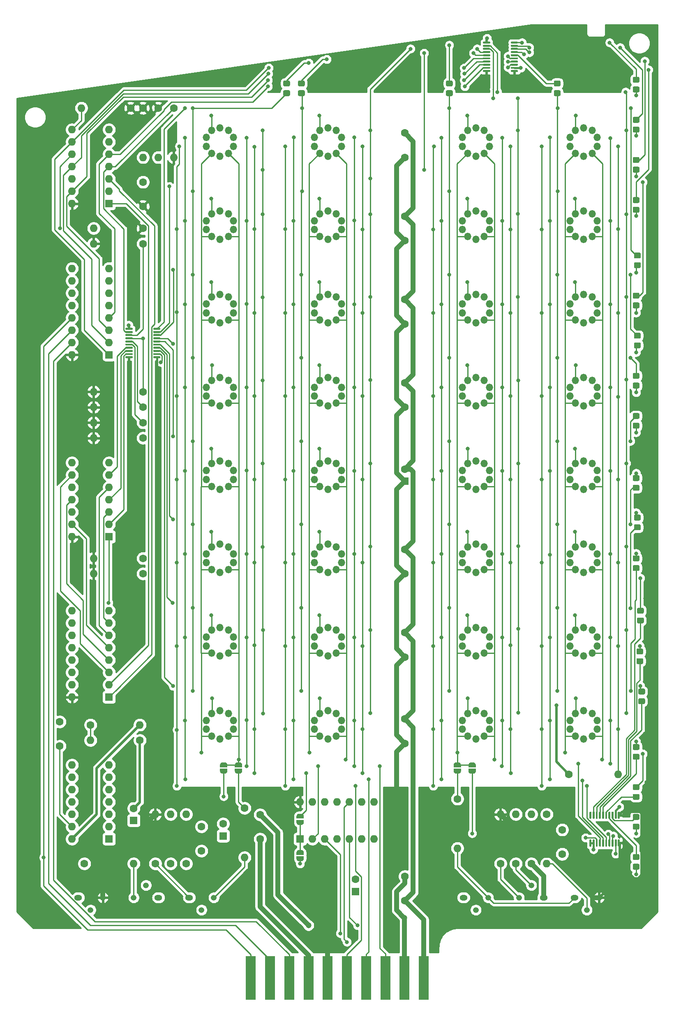
<source format=gbl>
G04 #@! TF.GenerationSoftware,KiCad,Pcbnew,(5.1.12)-1*
G04 #@! TF.CreationDate,2023-07-18T15:35:10+01:00*
G04 #@! TF.ProjectId,Memory,4d656d6f-7279-42e6-9b69-6361645f7063,rev?*
G04 #@! TF.SameCoordinates,Original*
G04 #@! TF.FileFunction,Copper,L2,Bot*
G04 #@! TF.FilePolarity,Positive*
%FSLAX46Y46*%
G04 Gerber Fmt 4.6, Leading zero omitted, Abs format (unit mm)*
G04 Created by KiCad (PCBNEW (5.1.12)-1) date 2023-07-18 15:35:10*
%MOMM*%
%LPD*%
G01*
G04 APERTURE LIST*
G04 #@! TA.AperFunction,SMDPad,CuDef*
%ADD10C,0.100000*%
G04 #@! TD*
G04 #@! TA.AperFunction,ConnectorPad*
%ADD11R,2.000000X9.000000*%
G04 #@! TD*
G04 #@! TA.AperFunction,ComponentPad*
%ADD12O,1.600000X1.600000*%
G04 #@! TD*
G04 #@! TA.AperFunction,ComponentPad*
%ADD13R,1.600000X1.600000*%
G04 #@! TD*
G04 #@! TA.AperFunction,ComponentPad*
%ADD14C,1.600000*%
G04 #@! TD*
G04 #@! TA.AperFunction,ComponentPad*
%ADD15O,1.500000X1.500000*%
G04 #@! TD*
G04 #@! TA.AperFunction,ComponentPad*
%ADD16O,1.200000X1.200000*%
G04 #@! TD*
G04 #@! TA.AperFunction,ComponentPad*
%ADD17O,1.600000X1.200000*%
G04 #@! TD*
G04 #@! TA.AperFunction,ViaPad*
%ADD18C,0.800000*%
G04 #@! TD*
G04 #@! TA.AperFunction,ViaPad*
%ADD19C,1.200000*%
G04 #@! TD*
G04 #@! TA.AperFunction,Conductor*
%ADD20C,0.250000*%
G04 #@! TD*
G04 #@! TA.AperFunction,Conductor*
%ADD21C,0.500000*%
G04 #@! TD*
G04 #@! TA.AperFunction,Conductor*
%ADD22C,0.400000*%
G04 #@! TD*
G04 #@! TA.AperFunction,Conductor*
%ADD23C,1.000000*%
G04 #@! TD*
G04 #@! TA.AperFunction,Conductor*
%ADD24C,0.254000*%
G04 #@! TD*
G04 #@! TA.AperFunction,Conductor*
%ADD25C,0.100000*%
G04 #@! TD*
G04 APERTURE END LIST*
G04 #@! TA.AperFunction,SMDPad,CuDef*
D10*
G36*
X87236398Y-151765000D02*
G01*
X87236398Y-151789534D01*
X87231588Y-151838365D01*
X87222016Y-151886490D01*
X87207772Y-151933445D01*
X87188995Y-151978778D01*
X87165864Y-152022051D01*
X87138604Y-152062850D01*
X87107476Y-152100779D01*
X87072779Y-152135476D01*
X87034850Y-152166604D01*
X86994051Y-152193864D01*
X86950778Y-152216995D01*
X86905445Y-152235772D01*
X86858490Y-152250016D01*
X86810365Y-152259588D01*
X86761534Y-152264398D01*
X86737000Y-152264398D01*
X86737000Y-152265000D01*
X86237000Y-152265000D01*
X86237000Y-152264398D01*
X86212466Y-152264398D01*
X86163635Y-152259588D01*
X86115510Y-152250016D01*
X86068555Y-152235772D01*
X86023222Y-152216995D01*
X85979949Y-152193864D01*
X85939150Y-152166604D01*
X85901221Y-152135476D01*
X85866524Y-152100779D01*
X85835396Y-152062850D01*
X85808136Y-152022051D01*
X85785005Y-151978778D01*
X85766228Y-151933445D01*
X85751984Y-151886490D01*
X85742412Y-151838365D01*
X85737602Y-151789534D01*
X85737602Y-151765000D01*
X85737000Y-151765000D01*
X85737000Y-151265000D01*
X87237000Y-151265000D01*
X87237000Y-151765000D01*
X87236398Y-151765000D01*
G37*
G04 #@! TD.AperFunction*
G04 #@! TA.AperFunction,SMDPad,CuDef*
G36*
X85737000Y-150965000D02*
G01*
X85737000Y-150465000D01*
X85737602Y-150465000D01*
X85737602Y-150440466D01*
X85742412Y-150391635D01*
X85751984Y-150343510D01*
X85766228Y-150296555D01*
X85785005Y-150251222D01*
X85808136Y-150207949D01*
X85835396Y-150167150D01*
X85866524Y-150129221D01*
X85901221Y-150094524D01*
X85939150Y-150063396D01*
X85979949Y-150036136D01*
X86023222Y-150013005D01*
X86068555Y-149994228D01*
X86115510Y-149979984D01*
X86163635Y-149970412D01*
X86212466Y-149965602D01*
X86237000Y-149965602D01*
X86237000Y-149965000D01*
X86737000Y-149965000D01*
X86737000Y-149965602D01*
X86761534Y-149965602D01*
X86810365Y-149970412D01*
X86858490Y-149979984D01*
X86905445Y-149994228D01*
X86950778Y-150013005D01*
X86994051Y-150036136D01*
X87034850Y-150063396D01*
X87072779Y-150094524D01*
X87107476Y-150129221D01*
X87138604Y-150167150D01*
X87165864Y-150207949D01*
X87188995Y-150251222D01*
X87207772Y-150296555D01*
X87222016Y-150343510D01*
X87231588Y-150391635D01*
X87236398Y-150440466D01*
X87236398Y-150465000D01*
X87237000Y-150465000D01*
X87237000Y-150965000D01*
X85737000Y-150965000D01*
G37*
G04 #@! TD.AperFunction*
G04 #@! TA.AperFunction,SMDPad,CuDef*
G36*
G01*
X170999999Y-92840000D02*
X171900001Y-92840000D01*
G75*
G02*
X172150000Y-93089999I0J-249999D01*
G01*
X172150000Y-93790001D01*
G75*
G02*
X171900001Y-94040000I-249999J0D01*
G01*
X170999999Y-94040000D01*
G75*
G02*
X170750000Y-93790001I0J249999D01*
G01*
X170750000Y-93089999D01*
G75*
G02*
X170999999Y-92840000I249999J0D01*
G01*
G37*
G04 #@! TD.AperFunction*
G04 #@! TA.AperFunction,SMDPad,CuDef*
G36*
G01*
X170999999Y-90840000D02*
X171900001Y-90840000D01*
G75*
G02*
X172150000Y-91089999I0J-249999D01*
G01*
X172150000Y-91790001D01*
G75*
G02*
X171900001Y-92040000I-249999J0D01*
G01*
X170999999Y-92040000D01*
G75*
G02*
X170750000Y-91790001I0J249999D01*
G01*
X170750000Y-91089999D01*
G75*
G02*
X170999999Y-90840000I249999J0D01*
G01*
G37*
G04 #@! TD.AperFunction*
G04 #@! TA.AperFunction,SMDPad,CuDef*
G36*
G01*
X99891001Y-10792000D02*
X98990999Y-10792000D01*
G75*
G02*
X98741000Y-10542001I0J249999D01*
G01*
X98741000Y-9841999D01*
G75*
G02*
X98990999Y-9592000I249999J0D01*
G01*
X99891001Y-9592000D01*
G75*
G02*
X100141000Y-9841999I0J-249999D01*
G01*
X100141000Y-10542001D01*
G75*
G02*
X99891001Y-10792000I-249999J0D01*
G01*
G37*
G04 #@! TD.AperFunction*
G04 #@! TA.AperFunction,SMDPad,CuDef*
G36*
G01*
X99891001Y-12792000D02*
X98990999Y-12792000D01*
G75*
G02*
X98741000Y-12542001I0J249999D01*
G01*
X98741000Y-11841999D01*
G75*
G02*
X98990999Y-11592000I249999J0D01*
G01*
X99891001Y-11592000D01*
G75*
G02*
X100141000Y-11841999I0J-249999D01*
G01*
X100141000Y-12542001D01*
G75*
G02*
X99891001Y-12792000I-249999J0D01*
G01*
G37*
G04 #@! TD.AperFunction*
G04 #@! TA.AperFunction,SMDPad,CuDef*
G36*
G01*
X167998000Y-161578000D02*
X167798000Y-161578000D01*
G75*
G02*
X167698000Y-161478000I0J100000D01*
G01*
X167698000Y-160203000D01*
G75*
G02*
X167798000Y-160103000I100000J0D01*
G01*
X167998000Y-160103000D01*
G75*
G02*
X168098000Y-160203000I0J-100000D01*
G01*
X168098000Y-161478000D01*
G75*
G02*
X167998000Y-161578000I-100000J0D01*
G01*
G37*
G04 #@! TD.AperFunction*
G04 #@! TA.AperFunction,SMDPad,CuDef*
G36*
G01*
X167348000Y-161578000D02*
X167148000Y-161578000D01*
G75*
G02*
X167048000Y-161478000I0J100000D01*
G01*
X167048000Y-160203000D01*
G75*
G02*
X167148000Y-160103000I100000J0D01*
G01*
X167348000Y-160103000D01*
G75*
G02*
X167448000Y-160203000I0J-100000D01*
G01*
X167448000Y-161478000D01*
G75*
G02*
X167348000Y-161578000I-100000J0D01*
G01*
G37*
G04 #@! TD.AperFunction*
G04 #@! TA.AperFunction,SMDPad,CuDef*
G36*
G01*
X166698000Y-161578000D02*
X166498000Y-161578000D01*
G75*
G02*
X166398000Y-161478000I0J100000D01*
G01*
X166398000Y-160203000D01*
G75*
G02*
X166498000Y-160103000I100000J0D01*
G01*
X166698000Y-160103000D01*
G75*
G02*
X166798000Y-160203000I0J-100000D01*
G01*
X166798000Y-161478000D01*
G75*
G02*
X166698000Y-161578000I-100000J0D01*
G01*
G37*
G04 #@! TD.AperFunction*
G04 #@! TA.AperFunction,SMDPad,CuDef*
G36*
G01*
X166048000Y-161578000D02*
X165848000Y-161578000D01*
G75*
G02*
X165748000Y-161478000I0J100000D01*
G01*
X165748000Y-160203000D01*
G75*
G02*
X165848000Y-160103000I100000J0D01*
G01*
X166048000Y-160103000D01*
G75*
G02*
X166148000Y-160203000I0J-100000D01*
G01*
X166148000Y-161478000D01*
G75*
G02*
X166048000Y-161578000I-100000J0D01*
G01*
G37*
G04 #@! TD.AperFunction*
G04 #@! TA.AperFunction,SMDPad,CuDef*
G36*
G01*
X165398000Y-161578000D02*
X165198000Y-161578000D01*
G75*
G02*
X165098000Y-161478000I0J100000D01*
G01*
X165098000Y-160203000D01*
G75*
G02*
X165198000Y-160103000I100000J0D01*
G01*
X165398000Y-160103000D01*
G75*
G02*
X165498000Y-160203000I0J-100000D01*
G01*
X165498000Y-161478000D01*
G75*
G02*
X165398000Y-161578000I-100000J0D01*
G01*
G37*
G04 #@! TD.AperFunction*
G04 #@! TA.AperFunction,SMDPad,CuDef*
G36*
G01*
X164748000Y-161578000D02*
X164548000Y-161578000D01*
G75*
G02*
X164448000Y-161478000I0J100000D01*
G01*
X164448000Y-160203000D01*
G75*
G02*
X164548000Y-160103000I100000J0D01*
G01*
X164748000Y-160103000D01*
G75*
G02*
X164848000Y-160203000I0J-100000D01*
G01*
X164848000Y-161478000D01*
G75*
G02*
X164748000Y-161578000I-100000J0D01*
G01*
G37*
G04 #@! TD.AperFunction*
G04 #@! TA.AperFunction,SMDPad,CuDef*
G36*
G01*
X164098000Y-161578000D02*
X163898000Y-161578000D01*
G75*
G02*
X163798000Y-161478000I0J100000D01*
G01*
X163798000Y-160203000D01*
G75*
G02*
X163898000Y-160103000I100000J0D01*
G01*
X164098000Y-160103000D01*
G75*
G02*
X164198000Y-160203000I0J-100000D01*
G01*
X164198000Y-161478000D01*
G75*
G02*
X164098000Y-161578000I-100000J0D01*
G01*
G37*
G04 #@! TD.AperFunction*
G04 #@! TA.AperFunction,SMDPad,CuDef*
G36*
G01*
X163448000Y-161578000D02*
X163248000Y-161578000D01*
G75*
G02*
X163148000Y-161478000I0J100000D01*
G01*
X163148000Y-160203000D01*
G75*
G02*
X163248000Y-160103000I100000J0D01*
G01*
X163448000Y-160103000D01*
G75*
G02*
X163548000Y-160203000I0J-100000D01*
G01*
X163548000Y-161478000D01*
G75*
G02*
X163448000Y-161578000I-100000J0D01*
G01*
G37*
G04 #@! TD.AperFunction*
G04 #@! TA.AperFunction,SMDPad,CuDef*
G36*
G01*
X162798000Y-161578000D02*
X162598000Y-161578000D01*
G75*
G02*
X162498000Y-161478000I0J100000D01*
G01*
X162498000Y-160203000D01*
G75*
G02*
X162598000Y-160103000I100000J0D01*
G01*
X162798000Y-160103000D01*
G75*
G02*
X162898000Y-160203000I0J-100000D01*
G01*
X162898000Y-161478000D01*
G75*
G02*
X162798000Y-161578000I-100000J0D01*
G01*
G37*
G04 #@! TD.AperFunction*
G04 #@! TA.AperFunction,SMDPad,CuDef*
G36*
G01*
X162148000Y-161578000D02*
X161948000Y-161578000D01*
G75*
G02*
X161848000Y-161478000I0J100000D01*
G01*
X161848000Y-160203000D01*
G75*
G02*
X161948000Y-160103000I100000J0D01*
G01*
X162148000Y-160103000D01*
G75*
G02*
X162248000Y-160203000I0J-100000D01*
G01*
X162248000Y-161478000D01*
G75*
G02*
X162148000Y-161578000I-100000J0D01*
G01*
G37*
G04 #@! TD.AperFunction*
G04 #@! TA.AperFunction,SMDPad,CuDef*
G36*
G01*
X162148000Y-167303000D02*
X161948000Y-167303000D01*
G75*
G02*
X161848000Y-167203000I0J100000D01*
G01*
X161848000Y-165928000D01*
G75*
G02*
X161948000Y-165828000I100000J0D01*
G01*
X162148000Y-165828000D01*
G75*
G02*
X162248000Y-165928000I0J-100000D01*
G01*
X162248000Y-167203000D01*
G75*
G02*
X162148000Y-167303000I-100000J0D01*
G01*
G37*
G04 #@! TD.AperFunction*
G04 #@! TA.AperFunction,SMDPad,CuDef*
G36*
G01*
X162798000Y-167303000D02*
X162598000Y-167303000D01*
G75*
G02*
X162498000Y-167203000I0J100000D01*
G01*
X162498000Y-165928000D01*
G75*
G02*
X162598000Y-165828000I100000J0D01*
G01*
X162798000Y-165828000D01*
G75*
G02*
X162898000Y-165928000I0J-100000D01*
G01*
X162898000Y-167203000D01*
G75*
G02*
X162798000Y-167303000I-100000J0D01*
G01*
G37*
G04 #@! TD.AperFunction*
G04 #@! TA.AperFunction,SMDPad,CuDef*
G36*
G01*
X163448000Y-167303000D02*
X163248000Y-167303000D01*
G75*
G02*
X163148000Y-167203000I0J100000D01*
G01*
X163148000Y-165928000D01*
G75*
G02*
X163248000Y-165828000I100000J0D01*
G01*
X163448000Y-165828000D01*
G75*
G02*
X163548000Y-165928000I0J-100000D01*
G01*
X163548000Y-167203000D01*
G75*
G02*
X163448000Y-167303000I-100000J0D01*
G01*
G37*
G04 #@! TD.AperFunction*
G04 #@! TA.AperFunction,SMDPad,CuDef*
G36*
G01*
X164098000Y-167303000D02*
X163898000Y-167303000D01*
G75*
G02*
X163798000Y-167203000I0J100000D01*
G01*
X163798000Y-165928000D01*
G75*
G02*
X163898000Y-165828000I100000J0D01*
G01*
X164098000Y-165828000D01*
G75*
G02*
X164198000Y-165928000I0J-100000D01*
G01*
X164198000Y-167203000D01*
G75*
G02*
X164098000Y-167303000I-100000J0D01*
G01*
G37*
G04 #@! TD.AperFunction*
G04 #@! TA.AperFunction,SMDPad,CuDef*
G36*
G01*
X164748000Y-167303000D02*
X164548000Y-167303000D01*
G75*
G02*
X164448000Y-167203000I0J100000D01*
G01*
X164448000Y-165928000D01*
G75*
G02*
X164548000Y-165828000I100000J0D01*
G01*
X164748000Y-165828000D01*
G75*
G02*
X164848000Y-165928000I0J-100000D01*
G01*
X164848000Y-167203000D01*
G75*
G02*
X164748000Y-167303000I-100000J0D01*
G01*
G37*
G04 #@! TD.AperFunction*
G04 #@! TA.AperFunction,SMDPad,CuDef*
G36*
G01*
X165398000Y-167303000D02*
X165198000Y-167303000D01*
G75*
G02*
X165098000Y-167203000I0J100000D01*
G01*
X165098000Y-165928000D01*
G75*
G02*
X165198000Y-165828000I100000J0D01*
G01*
X165398000Y-165828000D01*
G75*
G02*
X165498000Y-165928000I0J-100000D01*
G01*
X165498000Y-167203000D01*
G75*
G02*
X165398000Y-167303000I-100000J0D01*
G01*
G37*
G04 #@! TD.AperFunction*
G04 #@! TA.AperFunction,SMDPad,CuDef*
G36*
G01*
X166048000Y-167303000D02*
X165848000Y-167303000D01*
G75*
G02*
X165748000Y-167203000I0J100000D01*
G01*
X165748000Y-165928000D01*
G75*
G02*
X165848000Y-165828000I100000J0D01*
G01*
X166048000Y-165828000D01*
G75*
G02*
X166148000Y-165928000I0J-100000D01*
G01*
X166148000Y-167203000D01*
G75*
G02*
X166048000Y-167303000I-100000J0D01*
G01*
G37*
G04 #@! TD.AperFunction*
G04 #@! TA.AperFunction,SMDPad,CuDef*
G36*
G01*
X166698000Y-167303000D02*
X166498000Y-167303000D01*
G75*
G02*
X166398000Y-167203000I0J100000D01*
G01*
X166398000Y-165928000D01*
G75*
G02*
X166498000Y-165828000I100000J0D01*
G01*
X166698000Y-165828000D01*
G75*
G02*
X166798000Y-165928000I0J-100000D01*
G01*
X166798000Y-167203000D01*
G75*
G02*
X166698000Y-167303000I-100000J0D01*
G01*
G37*
G04 #@! TD.AperFunction*
G04 #@! TA.AperFunction,SMDPad,CuDef*
G36*
G01*
X167348000Y-167303000D02*
X167148000Y-167303000D01*
G75*
G02*
X167048000Y-167203000I0J100000D01*
G01*
X167048000Y-165928000D01*
G75*
G02*
X167148000Y-165828000I100000J0D01*
G01*
X167348000Y-165828000D01*
G75*
G02*
X167448000Y-165928000I0J-100000D01*
G01*
X167448000Y-167203000D01*
G75*
G02*
X167348000Y-167303000I-100000J0D01*
G01*
G37*
G04 #@! TD.AperFunction*
G04 #@! TA.AperFunction,SMDPad,CuDef*
G36*
G01*
X167998000Y-167303000D02*
X167798000Y-167303000D01*
G75*
G02*
X167698000Y-167203000I0J100000D01*
G01*
X167698000Y-165928000D01*
G75*
G02*
X167798000Y-165828000I100000J0D01*
G01*
X167998000Y-165828000D01*
G75*
G02*
X168098000Y-165928000I0J-100000D01*
G01*
X168098000Y-167203000D01*
G75*
G02*
X167998000Y-167303000I-100000J0D01*
G01*
G37*
G04 #@! TD.AperFunction*
G04 #@! TA.AperFunction,SMDPad,CuDef*
G36*
G01*
X71975000Y-66652000D02*
X71975000Y-66452000D01*
G75*
G02*
X72075000Y-66352000I100000J0D01*
G01*
X73350000Y-66352000D01*
G75*
G02*
X73450000Y-66452000I0J-100000D01*
G01*
X73450000Y-66652000D01*
G75*
G02*
X73350000Y-66752000I-100000J0D01*
G01*
X72075000Y-66752000D01*
G75*
G02*
X71975000Y-66652000I0J100000D01*
G01*
G37*
G04 #@! TD.AperFunction*
G04 #@! TA.AperFunction,SMDPad,CuDef*
G36*
G01*
X71975000Y-66002000D02*
X71975000Y-65802000D01*
G75*
G02*
X72075000Y-65702000I100000J0D01*
G01*
X73350000Y-65702000D01*
G75*
G02*
X73450000Y-65802000I0J-100000D01*
G01*
X73450000Y-66002000D01*
G75*
G02*
X73350000Y-66102000I-100000J0D01*
G01*
X72075000Y-66102000D01*
G75*
G02*
X71975000Y-66002000I0J100000D01*
G01*
G37*
G04 #@! TD.AperFunction*
G04 #@! TA.AperFunction,SMDPad,CuDef*
G36*
G01*
X71975000Y-65352000D02*
X71975000Y-65152000D01*
G75*
G02*
X72075000Y-65052000I100000J0D01*
G01*
X73350000Y-65052000D01*
G75*
G02*
X73450000Y-65152000I0J-100000D01*
G01*
X73450000Y-65352000D01*
G75*
G02*
X73350000Y-65452000I-100000J0D01*
G01*
X72075000Y-65452000D01*
G75*
G02*
X71975000Y-65352000I0J100000D01*
G01*
G37*
G04 #@! TD.AperFunction*
G04 #@! TA.AperFunction,SMDPad,CuDef*
G36*
G01*
X71975000Y-64702000D02*
X71975000Y-64502000D01*
G75*
G02*
X72075000Y-64402000I100000J0D01*
G01*
X73350000Y-64402000D01*
G75*
G02*
X73450000Y-64502000I0J-100000D01*
G01*
X73450000Y-64702000D01*
G75*
G02*
X73350000Y-64802000I-100000J0D01*
G01*
X72075000Y-64802000D01*
G75*
G02*
X71975000Y-64702000I0J100000D01*
G01*
G37*
G04 #@! TD.AperFunction*
G04 #@! TA.AperFunction,SMDPad,CuDef*
G36*
G01*
X71975000Y-64052000D02*
X71975000Y-63852000D01*
G75*
G02*
X72075000Y-63752000I100000J0D01*
G01*
X73350000Y-63752000D01*
G75*
G02*
X73450000Y-63852000I0J-100000D01*
G01*
X73450000Y-64052000D01*
G75*
G02*
X73350000Y-64152000I-100000J0D01*
G01*
X72075000Y-64152000D01*
G75*
G02*
X71975000Y-64052000I0J100000D01*
G01*
G37*
G04 #@! TD.AperFunction*
G04 #@! TA.AperFunction,SMDPad,CuDef*
G36*
G01*
X71975000Y-63402000D02*
X71975000Y-63202000D01*
G75*
G02*
X72075000Y-63102000I100000J0D01*
G01*
X73350000Y-63102000D01*
G75*
G02*
X73450000Y-63202000I0J-100000D01*
G01*
X73450000Y-63402000D01*
G75*
G02*
X73350000Y-63502000I-100000J0D01*
G01*
X72075000Y-63502000D01*
G75*
G02*
X71975000Y-63402000I0J100000D01*
G01*
G37*
G04 #@! TD.AperFunction*
G04 #@! TA.AperFunction,SMDPad,CuDef*
G36*
G01*
X71975000Y-62752000D02*
X71975000Y-62552000D01*
G75*
G02*
X72075000Y-62452000I100000J0D01*
G01*
X73350000Y-62452000D01*
G75*
G02*
X73450000Y-62552000I0J-100000D01*
G01*
X73450000Y-62752000D01*
G75*
G02*
X73350000Y-62852000I-100000J0D01*
G01*
X72075000Y-62852000D01*
G75*
G02*
X71975000Y-62752000I0J100000D01*
G01*
G37*
G04 #@! TD.AperFunction*
G04 #@! TA.AperFunction,SMDPad,CuDef*
G36*
G01*
X71975000Y-62102000D02*
X71975000Y-61902000D01*
G75*
G02*
X72075000Y-61802000I100000J0D01*
G01*
X73350000Y-61802000D01*
G75*
G02*
X73450000Y-61902000I0J-100000D01*
G01*
X73450000Y-62102000D01*
G75*
G02*
X73350000Y-62202000I-100000J0D01*
G01*
X72075000Y-62202000D01*
G75*
G02*
X71975000Y-62102000I0J100000D01*
G01*
G37*
G04 #@! TD.AperFunction*
G04 #@! TA.AperFunction,SMDPad,CuDef*
G36*
G01*
X71975000Y-61452000D02*
X71975000Y-61252000D01*
G75*
G02*
X72075000Y-61152000I100000J0D01*
G01*
X73350000Y-61152000D01*
G75*
G02*
X73450000Y-61252000I0J-100000D01*
G01*
X73450000Y-61452000D01*
G75*
G02*
X73350000Y-61552000I-100000J0D01*
G01*
X72075000Y-61552000D01*
G75*
G02*
X71975000Y-61452000I0J100000D01*
G01*
G37*
G04 #@! TD.AperFunction*
G04 #@! TA.AperFunction,SMDPad,CuDef*
G36*
G01*
X71975000Y-60802000D02*
X71975000Y-60602000D01*
G75*
G02*
X72075000Y-60502000I100000J0D01*
G01*
X73350000Y-60502000D01*
G75*
G02*
X73450000Y-60602000I0J-100000D01*
G01*
X73450000Y-60802000D01*
G75*
G02*
X73350000Y-60902000I-100000J0D01*
G01*
X72075000Y-60902000D01*
G75*
G02*
X71975000Y-60802000I0J100000D01*
G01*
G37*
G04 #@! TD.AperFunction*
G04 #@! TA.AperFunction,SMDPad,CuDef*
G36*
G01*
X66250000Y-60802000D02*
X66250000Y-60602000D01*
G75*
G02*
X66350000Y-60502000I100000J0D01*
G01*
X67625000Y-60502000D01*
G75*
G02*
X67725000Y-60602000I0J-100000D01*
G01*
X67725000Y-60802000D01*
G75*
G02*
X67625000Y-60902000I-100000J0D01*
G01*
X66350000Y-60902000D01*
G75*
G02*
X66250000Y-60802000I0J100000D01*
G01*
G37*
G04 #@! TD.AperFunction*
G04 #@! TA.AperFunction,SMDPad,CuDef*
G36*
G01*
X66250000Y-61452000D02*
X66250000Y-61252000D01*
G75*
G02*
X66350000Y-61152000I100000J0D01*
G01*
X67625000Y-61152000D01*
G75*
G02*
X67725000Y-61252000I0J-100000D01*
G01*
X67725000Y-61452000D01*
G75*
G02*
X67625000Y-61552000I-100000J0D01*
G01*
X66350000Y-61552000D01*
G75*
G02*
X66250000Y-61452000I0J100000D01*
G01*
G37*
G04 #@! TD.AperFunction*
G04 #@! TA.AperFunction,SMDPad,CuDef*
G36*
G01*
X66250000Y-62102000D02*
X66250000Y-61902000D01*
G75*
G02*
X66350000Y-61802000I100000J0D01*
G01*
X67625000Y-61802000D01*
G75*
G02*
X67725000Y-61902000I0J-100000D01*
G01*
X67725000Y-62102000D01*
G75*
G02*
X67625000Y-62202000I-100000J0D01*
G01*
X66350000Y-62202000D01*
G75*
G02*
X66250000Y-62102000I0J100000D01*
G01*
G37*
G04 #@! TD.AperFunction*
G04 #@! TA.AperFunction,SMDPad,CuDef*
G36*
G01*
X66250000Y-62752000D02*
X66250000Y-62552000D01*
G75*
G02*
X66350000Y-62452000I100000J0D01*
G01*
X67625000Y-62452000D01*
G75*
G02*
X67725000Y-62552000I0J-100000D01*
G01*
X67725000Y-62752000D01*
G75*
G02*
X67625000Y-62852000I-100000J0D01*
G01*
X66350000Y-62852000D01*
G75*
G02*
X66250000Y-62752000I0J100000D01*
G01*
G37*
G04 #@! TD.AperFunction*
G04 #@! TA.AperFunction,SMDPad,CuDef*
G36*
G01*
X66250000Y-63402000D02*
X66250000Y-63202000D01*
G75*
G02*
X66350000Y-63102000I100000J0D01*
G01*
X67625000Y-63102000D01*
G75*
G02*
X67725000Y-63202000I0J-100000D01*
G01*
X67725000Y-63402000D01*
G75*
G02*
X67625000Y-63502000I-100000J0D01*
G01*
X66350000Y-63502000D01*
G75*
G02*
X66250000Y-63402000I0J100000D01*
G01*
G37*
G04 #@! TD.AperFunction*
G04 #@! TA.AperFunction,SMDPad,CuDef*
G36*
G01*
X66250000Y-64052000D02*
X66250000Y-63852000D01*
G75*
G02*
X66350000Y-63752000I100000J0D01*
G01*
X67625000Y-63752000D01*
G75*
G02*
X67725000Y-63852000I0J-100000D01*
G01*
X67725000Y-64052000D01*
G75*
G02*
X67625000Y-64152000I-100000J0D01*
G01*
X66350000Y-64152000D01*
G75*
G02*
X66250000Y-64052000I0J100000D01*
G01*
G37*
G04 #@! TD.AperFunction*
G04 #@! TA.AperFunction,SMDPad,CuDef*
G36*
G01*
X66250000Y-64702000D02*
X66250000Y-64502000D01*
G75*
G02*
X66350000Y-64402000I100000J0D01*
G01*
X67625000Y-64402000D01*
G75*
G02*
X67725000Y-64502000I0J-100000D01*
G01*
X67725000Y-64702000D01*
G75*
G02*
X67625000Y-64802000I-100000J0D01*
G01*
X66350000Y-64802000D01*
G75*
G02*
X66250000Y-64702000I0J100000D01*
G01*
G37*
G04 #@! TD.AperFunction*
G04 #@! TA.AperFunction,SMDPad,CuDef*
G36*
G01*
X66250000Y-65352000D02*
X66250000Y-65152000D01*
G75*
G02*
X66350000Y-65052000I100000J0D01*
G01*
X67625000Y-65052000D01*
G75*
G02*
X67725000Y-65152000I0J-100000D01*
G01*
X67725000Y-65352000D01*
G75*
G02*
X67625000Y-65452000I-100000J0D01*
G01*
X66350000Y-65452000D01*
G75*
G02*
X66250000Y-65352000I0J100000D01*
G01*
G37*
G04 #@! TD.AperFunction*
G04 #@! TA.AperFunction,SMDPad,CuDef*
G36*
G01*
X66250000Y-66002000D02*
X66250000Y-65802000D01*
G75*
G02*
X66350000Y-65702000I100000J0D01*
G01*
X67625000Y-65702000D01*
G75*
G02*
X67725000Y-65802000I0J-100000D01*
G01*
X67725000Y-66002000D01*
G75*
G02*
X67625000Y-66102000I-100000J0D01*
G01*
X66350000Y-66102000D01*
G75*
G02*
X66250000Y-66002000I0J100000D01*
G01*
G37*
G04 #@! TD.AperFunction*
G04 #@! TA.AperFunction,SMDPad,CuDef*
G36*
G01*
X66250000Y-66652000D02*
X66250000Y-66452000D01*
G75*
G02*
X66350000Y-66352000I100000J0D01*
G01*
X67625000Y-66352000D01*
G75*
G02*
X67725000Y-66452000I0J-100000D01*
G01*
X67725000Y-66652000D01*
G75*
G02*
X67625000Y-66752000I-100000J0D01*
G01*
X66350000Y-66752000D01*
G75*
G02*
X66250000Y-66652000I0J100000D01*
G01*
G37*
G04 #@! TD.AperFunction*
G04 #@! TA.AperFunction,SMDPad,CuDef*
G36*
G01*
X145635000Y-7724000D02*
X145635000Y-7524000D01*
G75*
G02*
X145735000Y-7424000I100000J0D01*
G01*
X147010000Y-7424000D01*
G75*
G02*
X147110000Y-7524000I0J-100000D01*
G01*
X147110000Y-7724000D01*
G75*
G02*
X147010000Y-7824000I-100000J0D01*
G01*
X145735000Y-7824000D01*
G75*
G02*
X145635000Y-7724000I0J100000D01*
G01*
G37*
G04 #@! TD.AperFunction*
G04 #@! TA.AperFunction,SMDPad,CuDef*
G36*
G01*
X145635000Y-7074000D02*
X145635000Y-6874000D01*
G75*
G02*
X145735000Y-6774000I100000J0D01*
G01*
X147010000Y-6774000D01*
G75*
G02*
X147110000Y-6874000I0J-100000D01*
G01*
X147110000Y-7074000D01*
G75*
G02*
X147010000Y-7174000I-100000J0D01*
G01*
X145735000Y-7174000D01*
G75*
G02*
X145635000Y-7074000I0J100000D01*
G01*
G37*
G04 #@! TD.AperFunction*
G04 #@! TA.AperFunction,SMDPad,CuDef*
G36*
G01*
X145635000Y-6424000D02*
X145635000Y-6224000D01*
G75*
G02*
X145735000Y-6124000I100000J0D01*
G01*
X147010000Y-6124000D01*
G75*
G02*
X147110000Y-6224000I0J-100000D01*
G01*
X147110000Y-6424000D01*
G75*
G02*
X147010000Y-6524000I-100000J0D01*
G01*
X145735000Y-6524000D01*
G75*
G02*
X145635000Y-6424000I0J100000D01*
G01*
G37*
G04 #@! TD.AperFunction*
G04 #@! TA.AperFunction,SMDPad,CuDef*
G36*
G01*
X145635000Y-5774000D02*
X145635000Y-5574000D01*
G75*
G02*
X145735000Y-5474000I100000J0D01*
G01*
X147010000Y-5474000D01*
G75*
G02*
X147110000Y-5574000I0J-100000D01*
G01*
X147110000Y-5774000D01*
G75*
G02*
X147010000Y-5874000I-100000J0D01*
G01*
X145735000Y-5874000D01*
G75*
G02*
X145635000Y-5774000I0J100000D01*
G01*
G37*
G04 #@! TD.AperFunction*
G04 #@! TA.AperFunction,SMDPad,CuDef*
G36*
G01*
X145635000Y-5124000D02*
X145635000Y-4924000D01*
G75*
G02*
X145735000Y-4824000I100000J0D01*
G01*
X147010000Y-4824000D01*
G75*
G02*
X147110000Y-4924000I0J-100000D01*
G01*
X147110000Y-5124000D01*
G75*
G02*
X147010000Y-5224000I-100000J0D01*
G01*
X145735000Y-5224000D01*
G75*
G02*
X145635000Y-5124000I0J100000D01*
G01*
G37*
G04 #@! TD.AperFunction*
G04 #@! TA.AperFunction,SMDPad,CuDef*
G36*
G01*
X145635000Y-4474000D02*
X145635000Y-4274000D01*
G75*
G02*
X145735000Y-4174000I100000J0D01*
G01*
X147010000Y-4174000D01*
G75*
G02*
X147110000Y-4274000I0J-100000D01*
G01*
X147110000Y-4474000D01*
G75*
G02*
X147010000Y-4574000I-100000J0D01*
G01*
X145735000Y-4574000D01*
G75*
G02*
X145635000Y-4474000I0J100000D01*
G01*
G37*
G04 #@! TD.AperFunction*
G04 #@! TA.AperFunction,SMDPad,CuDef*
G36*
G01*
X145635000Y-3824000D02*
X145635000Y-3624000D01*
G75*
G02*
X145735000Y-3524000I100000J0D01*
G01*
X147010000Y-3524000D01*
G75*
G02*
X147110000Y-3624000I0J-100000D01*
G01*
X147110000Y-3824000D01*
G75*
G02*
X147010000Y-3924000I-100000J0D01*
G01*
X145735000Y-3924000D01*
G75*
G02*
X145635000Y-3824000I0J100000D01*
G01*
G37*
G04 #@! TD.AperFunction*
G04 #@! TA.AperFunction,SMDPad,CuDef*
G36*
G01*
X145635000Y-3174000D02*
X145635000Y-2974000D01*
G75*
G02*
X145735000Y-2874000I100000J0D01*
G01*
X147010000Y-2874000D01*
G75*
G02*
X147110000Y-2974000I0J-100000D01*
G01*
X147110000Y-3174000D01*
G75*
G02*
X147010000Y-3274000I-100000J0D01*
G01*
X145735000Y-3274000D01*
G75*
G02*
X145635000Y-3174000I0J100000D01*
G01*
G37*
G04 #@! TD.AperFunction*
G04 #@! TA.AperFunction,SMDPad,CuDef*
G36*
G01*
X145635000Y-2524000D02*
X145635000Y-2324000D01*
G75*
G02*
X145735000Y-2224000I100000J0D01*
G01*
X147010000Y-2224000D01*
G75*
G02*
X147110000Y-2324000I0J-100000D01*
G01*
X147110000Y-2524000D01*
G75*
G02*
X147010000Y-2624000I-100000J0D01*
G01*
X145735000Y-2624000D01*
G75*
G02*
X145635000Y-2524000I0J100000D01*
G01*
G37*
G04 #@! TD.AperFunction*
G04 #@! TA.AperFunction,SMDPad,CuDef*
G36*
G01*
X145635000Y-1874000D02*
X145635000Y-1674000D01*
G75*
G02*
X145735000Y-1574000I100000J0D01*
G01*
X147010000Y-1574000D01*
G75*
G02*
X147110000Y-1674000I0J-100000D01*
G01*
X147110000Y-1874000D01*
G75*
G02*
X147010000Y-1974000I-100000J0D01*
G01*
X145735000Y-1974000D01*
G75*
G02*
X145635000Y-1874000I0J100000D01*
G01*
G37*
G04 #@! TD.AperFunction*
G04 #@! TA.AperFunction,SMDPad,CuDef*
G36*
G01*
X139910000Y-1874000D02*
X139910000Y-1674000D01*
G75*
G02*
X140010000Y-1574000I100000J0D01*
G01*
X141285000Y-1574000D01*
G75*
G02*
X141385000Y-1674000I0J-100000D01*
G01*
X141385000Y-1874000D01*
G75*
G02*
X141285000Y-1974000I-100000J0D01*
G01*
X140010000Y-1974000D01*
G75*
G02*
X139910000Y-1874000I0J100000D01*
G01*
G37*
G04 #@! TD.AperFunction*
G04 #@! TA.AperFunction,SMDPad,CuDef*
G36*
G01*
X139910000Y-2524000D02*
X139910000Y-2324000D01*
G75*
G02*
X140010000Y-2224000I100000J0D01*
G01*
X141285000Y-2224000D01*
G75*
G02*
X141385000Y-2324000I0J-100000D01*
G01*
X141385000Y-2524000D01*
G75*
G02*
X141285000Y-2624000I-100000J0D01*
G01*
X140010000Y-2624000D01*
G75*
G02*
X139910000Y-2524000I0J100000D01*
G01*
G37*
G04 #@! TD.AperFunction*
G04 #@! TA.AperFunction,SMDPad,CuDef*
G36*
G01*
X139910000Y-3174000D02*
X139910000Y-2974000D01*
G75*
G02*
X140010000Y-2874000I100000J0D01*
G01*
X141285000Y-2874000D01*
G75*
G02*
X141385000Y-2974000I0J-100000D01*
G01*
X141385000Y-3174000D01*
G75*
G02*
X141285000Y-3274000I-100000J0D01*
G01*
X140010000Y-3274000D01*
G75*
G02*
X139910000Y-3174000I0J100000D01*
G01*
G37*
G04 #@! TD.AperFunction*
G04 #@! TA.AperFunction,SMDPad,CuDef*
G36*
G01*
X139910000Y-3824000D02*
X139910000Y-3624000D01*
G75*
G02*
X140010000Y-3524000I100000J0D01*
G01*
X141285000Y-3524000D01*
G75*
G02*
X141385000Y-3624000I0J-100000D01*
G01*
X141385000Y-3824000D01*
G75*
G02*
X141285000Y-3924000I-100000J0D01*
G01*
X140010000Y-3924000D01*
G75*
G02*
X139910000Y-3824000I0J100000D01*
G01*
G37*
G04 #@! TD.AperFunction*
G04 #@! TA.AperFunction,SMDPad,CuDef*
G36*
G01*
X139910000Y-4474000D02*
X139910000Y-4274000D01*
G75*
G02*
X140010000Y-4174000I100000J0D01*
G01*
X141285000Y-4174000D01*
G75*
G02*
X141385000Y-4274000I0J-100000D01*
G01*
X141385000Y-4474000D01*
G75*
G02*
X141285000Y-4574000I-100000J0D01*
G01*
X140010000Y-4574000D01*
G75*
G02*
X139910000Y-4474000I0J100000D01*
G01*
G37*
G04 #@! TD.AperFunction*
G04 #@! TA.AperFunction,SMDPad,CuDef*
G36*
G01*
X139910000Y-5124000D02*
X139910000Y-4924000D01*
G75*
G02*
X140010000Y-4824000I100000J0D01*
G01*
X141285000Y-4824000D01*
G75*
G02*
X141385000Y-4924000I0J-100000D01*
G01*
X141385000Y-5124000D01*
G75*
G02*
X141285000Y-5224000I-100000J0D01*
G01*
X140010000Y-5224000D01*
G75*
G02*
X139910000Y-5124000I0J100000D01*
G01*
G37*
G04 #@! TD.AperFunction*
G04 #@! TA.AperFunction,SMDPad,CuDef*
G36*
G01*
X139910000Y-5774000D02*
X139910000Y-5574000D01*
G75*
G02*
X140010000Y-5474000I100000J0D01*
G01*
X141285000Y-5474000D01*
G75*
G02*
X141385000Y-5574000I0J-100000D01*
G01*
X141385000Y-5774000D01*
G75*
G02*
X141285000Y-5874000I-100000J0D01*
G01*
X140010000Y-5874000D01*
G75*
G02*
X139910000Y-5774000I0J100000D01*
G01*
G37*
G04 #@! TD.AperFunction*
G04 #@! TA.AperFunction,SMDPad,CuDef*
G36*
G01*
X139910000Y-6424000D02*
X139910000Y-6224000D01*
G75*
G02*
X140010000Y-6124000I100000J0D01*
G01*
X141285000Y-6124000D01*
G75*
G02*
X141385000Y-6224000I0J-100000D01*
G01*
X141385000Y-6424000D01*
G75*
G02*
X141285000Y-6524000I-100000J0D01*
G01*
X140010000Y-6524000D01*
G75*
G02*
X139910000Y-6424000I0J100000D01*
G01*
G37*
G04 #@! TD.AperFunction*
G04 #@! TA.AperFunction,SMDPad,CuDef*
G36*
G01*
X139910000Y-7074000D02*
X139910000Y-6874000D01*
G75*
G02*
X140010000Y-6774000I100000J0D01*
G01*
X141285000Y-6774000D01*
G75*
G02*
X141385000Y-6874000I0J-100000D01*
G01*
X141385000Y-7074000D01*
G75*
G02*
X141285000Y-7174000I-100000J0D01*
G01*
X140010000Y-7174000D01*
G75*
G02*
X139910000Y-7074000I0J100000D01*
G01*
G37*
G04 #@! TD.AperFunction*
G04 #@! TA.AperFunction,SMDPad,CuDef*
G36*
G01*
X139910000Y-7724000D02*
X139910000Y-7524000D01*
G75*
G02*
X140010000Y-7424000I100000J0D01*
G01*
X141285000Y-7424000D01*
G75*
G02*
X141385000Y-7524000I0J-100000D01*
G01*
X141385000Y-7724000D01*
G75*
G02*
X141285000Y-7824000I-100000J0D01*
G01*
X140010000Y-7824000D01*
G75*
G02*
X139910000Y-7724000I0J100000D01*
G01*
G37*
G04 #@! TD.AperFunction*
G04 #@! TA.AperFunction,SMDPad,CuDef*
G36*
G01*
X155644001Y-10792000D02*
X154743999Y-10792000D01*
G75*
G02*
X154494000Y-10542001I0J249999D01*
G01*
X154494000Y-9841999D01*
G75*
G02*
X154743999Y-9592000I249999J0D01*
G01*
X155644001Y-9592000D01*
G75*
G02*
X155894000Y-9841999I0J-249999D01*
G01*
X155894000Y-10542001D01*
G75*
G02*
X155644001Y-10792000I-249999J0D01*
G01*
G37*
G04 #@! TD.AperFunction*
G04 #@! TA.AperFunction,SMDPad,CuDef*
G36*
G01*
X155644001Y-12792000D02*
X154743999Y-12792000D01*
G75*
G02*
X154494000Y-12542001I0J249999D01*
G01*
X154494000Y-11841999D01*
G75*
G02*
X154743999Y-11592000I249999J0D01*
G01*
X155644001Y-11592000D01*
G75*
G02*
X155894000Y-11841999I0J-249999D01*
G01*
X155894000Y-12542001D01*
G75*
G02*
X155644001Y-12792000I-249999J0D01*
G01*
G37*
G04 #@! TD.AperFunction*
G04 #@! TA.AperFunction,SMDPad,CuDef*
G36*
G01*
X133419001Y-10792000D02*
X132518999Y-10792000D01*
G75*
G02*
X132269000Y-10542001I0J249999D01*
G01*
X132269000Y-9841999D01*
G75*
G02*
X132518999Y-9592000I249999J0D01*
G01*
X133419001Y-9592000D01*
G75*
G02*
X133669000Y-9841999I0J-249999D01*
G01*
X133669000Y-10542001D01*
G75*
G02*
X133419001Y-10792000I-249999J0D01*
G01*
G37*
G04 #@! TD.AperFunction*
G04 #@! TA.AperFunction,SMDPad,CuDef*
G36*
G01*
X133419001Y-12792000D02*
X132518999Y-12792000D01*
G75*
G02*
X132269000Y-12542001I0J249999D01*
G01*
X132269000Y-11841999D01*
G75*
G02*
X132518999Y-11592000I249999J0D01*
G01*
X133419001Y-11592000D01*
G75*
G02*
X133669000Y-11841999I0J-249999D01*
G01*
X133669000Y-12542001D01*
G75*
G02*
X133419001Y-12792000I-249999J0D01*
G01*
G37*
G04 #@! TD.AperFunction*
G04 #@! TA.AperFunction,SMDPad,CuDef*
G36*
G01*
X102939001Y-10792000D02*
X102038999Y-10792000D01*
G75*
G02*
X101789000Y-10542001I0J249999D01*
G01*
X101789000Y-9841999D01*
G75*
G02*
X102038999Y-9592000I249999J0D01*
G01*
X102939001Y-9592000D01*
G75*
G02*
X103189000Y-9841999I0J-249999D01*
G01*
X103189000Y-10542001D01*
G75*
G02*
X102939001Y-10792000I-249999J0D01*
G01*
G37*
G04 #@! TD.AperFunction*
G04 #@! TA.AperFunction,SMDPad,CuDef*
G36*
G01*
X102939001Y-12792000D02*
X102038999Y-12792000D01*
G75*
G02*
X101789000Y-12542001I0J249999D01*
G01*
X101789000Y-11841999D01*
G75*
G02*
X102038999Y-11592000I249999J0D01*
G01*
X102939001Y-11592000D01*
G75*
G02*
X103189000Y-11841999I0J-249999D01*
G01*
X103189000Y-12542001D01*
G75*
G02*
X102939001Y-12792000I-249999J0D01*
G01*
G37*
G04 #@! TD.AperFunction*
G04 #@! TA.AperFunction,SMDPad,CuDef*
G36*
G01*
X170999999Y-109366000D02*
X171900001Y-109366000D01*
G75*
G02*
X172150000Y-109615999I0J-249999D01*
G01*
X172150000Y-110316001D01*
G75*
G02*
X171900001Y-110566000I-249999J0D01*
G01*
X170999999Y-110566000D01*
G75*
G02*
X170750000Y-110316001I0J249999D01*
G01*
X170750000Y-109615999D01*
G75*
G02*
X170999999Y-109366000I249999J0D01*
G01*
G37*
G04 #@! TD.AperFunction*
G04 #@! TA.AperFunction,SMDPad,CuDef*
G36*
G01*
X170999999Y-107366000D02*
X171900001Y-107366000D01*
G75*
G02*
X172150000Y-107615999I0J-249999D01*
G01*
X172150000Y-108316001D01*
G75*
G02*
X171900001Y-108566000I-249999J0D01*
G01*
X170999999Y-108566000D01*
G75*
G02*
X170750000Y-108316001I0J249999D01*
G01*
X170750000Y-107615999D01*
G75*
G02*
X170999999Y-107366000I249999J0D01*
G01*
G37*
G04 #@! TD.AperFunction*
G04 #@! TA.AperFunction,SMDPad,CuDef*
G36*
G01*
X171253999Y-100968000D02*
X172154001Y-100968000D01*
G75*
G02*
X172404000Y-101217999I0J-249999D01*
G01*
X172404000Y-101918001D01*
G75*
G02*
X172154001Y-102168000I-249999J0D01*
G01*
X171253999Y-102168000D01*
G75*
G02*
X171004000Y-101918001I0J249999D01*
G01*
X171004000Y-101217999D01*
G75*
G02*
X171253999Y-100968000I249999J0D01*
G01*
G37*
G04 #@! TD.AperFunction*
G04 #@! TA.AperFunction,SMDPad,CuDef*
G36*
G01*
X171253999Y-98968000D02*
X172154001Y-98968000D01*
G75*
G02*
X172404000Y-99217999I0J-249999D01*
G01*
X172404000Y-99918001D01*
G75*
G02*
X172154001Y-100168000I-249999J0D01*
G01*
X171253999Y-100168000D01*
G75*
G02*
X171004000Y-99918001I0J249999D01*
G01*
X171004000Y-99217999D01*
G75*
G02*
X171253999Y-98968000I249999J0D01*
G01*
G37*
G04 #@! TD.AperFunction*
G04 #@! TA.AperFunction,SMDPad,CuDef*
G36*
G01*
X171900001Y-79245000D02*
X170999999Y-79245000D01*
G75*
G02*
X170750000Y-78995001I0J249999D01*
G01*
X170750000Y-78294999D01*
G75*
G02*
X170999999Y-78045000I249999J0D01*
G01*
X171900001Y-78045000D01*
G75*
G02*
X172150000Y-78294999I0J-249999D01*
G01*
X172150000Y-78995001D01*
G75*
G02*
X171900001Y-79245000I-249999J0D01*
G01*
G37*
G04 #@! TD.AperFunction*
G04 #@! TA.AperFunction,SMDPad,CuDef*
G36*
G01*
X171900001Y-81245000D02*
X170999999Y-81245000D01*
G75*
G02*
X170750000Y-80995001I0J249999D01*
G01*
X170750000Y-80294999D01*
G75*
G02*
X170999999Y-80045000I249999J0D01*
G01*
X171900001Y-80045000D01*
G75*
G02*
X172150000Y-80294999I0J-249999D01*
G01*
X172150000Y-80995001D01*
G75*
G02*
X171900001Y-81245000I-249999J0D01*
G01*
G37*
G04 #@! TD.AperFunction*
G04 #@! TA.AperFunction,SMDPad,CuDef*
G36*
G01*
X171900001Y-70990000D02*
X170999999Y-70990000D01*
G75*
G02*
X170750000Y-70740001I0J249999D01*
G01*
X170750000Y-70039999D01*
G75*
G02*
X170999999Y-69790000I249999J0D01*
G01*
X171900001Y-69790000D01*
G75*
G02*
X172150000Y-70039999I0J-249999D01*
G01*
X172150000Y-70740001D01*
G75*
G02*
X171900001Y-70990000I-249999J0D01*
G01*
G37*
G04 #@! TD.AperFunction*
G04 #@! TA.AperFunction,SMDPad,CuDef*
G36*
G01*
X171900001Y-72990000D02*
X170999999Y-72990000D01*
G75*
G02*
X170750000Y-72740001I0J249999D01*
G01*
X170750000Y-72039999D01*
G75*
G02*
X170999999Y-71790000I249999J0D01*
G01*
X171900001Y-71790000D01*
G75*
G02*
X172150000Y-72039999I0J-249999D01*
G01*
X172150000Y-72740001D01*
G75*
G02*
X171900001Y-72990000I-249999J0D01*
G01*
G37*
G04 #@! TD.AperFunction*
G04 #@! TA.AperFunction,SMDPad,CuDef*
G36*
G01*
X172154001Y-62719000D02*
X171253999Y-62719000D01*
G75*
G02*
X171004000Y-62469001I0J249999D01*
G01*
X171004000Y-61768999D01*
G75*
G02*
X171253999Y-61519000I249999J0D01*
G01*
X172154001Y-61519000D01*
G75*
G02*
X172404000Y-61768999I0J-249999D01*
G01*
X172404000Y-62469001D01*
G75*
G02*
X172154001Y-62719000I-249999J0D01*
G01*
G37*
G04 #@! TD.AperFunction*
G04 #@! TA.AperFunction,SMDPad,CuDef*
G36*
G01*
X172154001Y-64719000D02*
X171253999Y-64719000D01*
G75*
G02*
X171004000Y-64469001I0J249999D01*
G01*
X171004000Y-63768999D01*
G75*
G02*
X171253999Y-63519000I249999J0D01*
G01*
X172154001Y-63519000D01*
G75*
G02*
X172404000Y-63768999I0J-249999D01*
G01*
X172404000Y-64469001D01*
G75*
G02*
X172154001Y-64719000I-249999J0D01*
G01*
G37*
G04 #@! TD.AperFunction*
G04 #@! TA.AperFunction,SMDPad,CuDef*
G36*
G01*
X171900001Y-54480000D02*
X170999999Y-54480000D01*
G75*
G02*
X170750000Y-54230001I0J249999D01*
G01*
X170750000Y-53529999D01*
G75*
G02*
X170999999Y-53280000I249999J0D01*
G01*
X171900001Y-53280000D01*
G75*
G02*
X172150000Y-53529999I0J-249999D01*
G01*
X172150000Y-54230001D01*
G75*
G02*
X171900001Y-54480000I-249999J0D01*
G01*
G37*
G04 #@! TD.AperFunction*
G04 #@! TA.AperFunction,SMDPad,CuDef*
G36*
G01*
X171900001Y-56480000D02*
X170999999Y-56480000D01*
G75*
G02*
X170750000Y-56230001I0J249999D01*
G01*
X170750000Y-55529999D01*
G75*
G02*
X170999999Y-55280000I249999J0D01*
G01*
X171900001Y-55280000D01*
G75*
G02*
X172150000Y-55529999I0J-249999D01*
G01*
X172150000Y-56230001D01*
G75*
G02*
X171900001Y-56480000I-249999J0D01*
G01*
G37*
G04 #@! TD.AperFunction*
G04 #@! TA.AperFunction,SMDPad,CuDef*
G36*
G01*
X172154001Y-46209000D02*
X171253999Y-46209000D01*
G75*
G02*
X171004000Y-45959001I0J249999D01*
G01*
X171004000Y-45258999D01*
G75*
G02*
X171253999Y-45009000I249999J0D01*
G01*
X172154001Y-45009000D01*
G75*
G02*
X172404000Y-45258999I0J-249999D01*
G01*
X172404000Y-45959001D01*
G75*
G02*
X172154001Y-46209000I-249999J0D01*
G01*
G37*
G04 #@! TD.AperFunction*
G04 #@! TA.AperFunction,SMDPad,CuDef*
G36*
G01*
X172154001Y-48209000D02*
X171253999Y-48209000D01*
G75*
G02*
X171004000Y-47959001I0J249999D01*
G01*
X171004000Y-47258999D01*
G75*
G02*
X171253999Y-47009000I249999J0D01*
G01*
X172154001Y-47009000D01*
G75*
G02*
X172404000Y-47258999I0J-249999D01*
G01*
X172404000Y-47959001D01*
G75*
G02*
X172154001Y-48209000I-249999J0D01*
G01*
G37*
G04 #@! TD.AperFunction*
G04 #@! TA.AperFunction,SMDPad,CuDef*
G36*
G01*
X171888999Y-120145000D02*
X172789001Y-120145000D01*
G75*
G02*
X173039000Y-120394999I0J-249999D01*
G01*
X173039000Y-121095001D01*
G75*
G02*
X172789001Y-121345000I-249999J0D01*
G01*
X171888999Y-121345000D01*
G75*
G02*
X171639000Y-121095001I0J249999D01*
G01*
X171639000Y-120394999D01*
G75*
G02*
X171888999Y-120145000I249999J0D01*
G01*
G37*
G04 #@! TD.AperFunction*
G04 #@! TA.AperFunction,SMDPad,CuDef*
G36*
G01*
X171888999Y-118145000D02*
X172789001Y-118145000D01*
G75*
G02*
X173039000Y-118394999I0J-249999D01*
G01*
X173039000Y-119095001D01*
G75*
G02*
X172789001Y-119345000I-249999J0D01*
G01*
X171888999Y-119345000D01*
G75*
G02*
X171639000Y-119095001I0J249999D01*
G01*
X171639000Y-118394999D01*
G75*
G02*
X171888999Y-118145000I249999J0D01*
G01*
G37*
G04 #@! TD.AperFunction*
G04 #@! TA.AperFunction,SMDPad,CuDef*
G36*
G01*
X170999999Y-156467000D02*
X171900001Y-156467000D01*
G75*
G02*
X172150000Y-156716999I0J-249999D01*
G01*
X172150000Y-157417001D01*
G75*
G02*
X171900001Y-157667000I-249999J0D01*
G01*
X170999999Y-157667000D01*
G75*
G02*
X170750000Y-157417001I0J249999D01*
G01*
X170750000Y-156716999D01*
G75*
G02*
X170999999Y-156467000I249999J0D01*
G01*
G37*
G04 #@! TD.AperFunction*
G04 #@! TA.AperFunction,SMDPad,CuDef*
G36*
G01*
X170999999Y-154467000D02*
X171900001Y-154467000D01*
G75*
G02*
X172150000Y-154716999I0J-249999D01*
G01*
X172150000Y-155417001D01*
G75*
G02*
X171900001Y-155667000I-249999J0D01*
G01*
X170999999Y-155667000D01*
G75*
G02*
X170750000Y-155417001I0J249999D01*
G01*
X170750000Y-154716999D01*
G75*
G02*
X170999999Y-154467000I249999J0D01*
G01*
G37*
G04 #@! TD.AperFunction*
G04 #@! TA.AperFunction,SMDPad,CuDef*
G36*
G01*
X171761999Y-128527000D02*
X172662001Y-128527000D01*
G75*
G02*
X172912000Y-128776999I0J-249999D01*
G01*
X172912000Y-129477001D01*
G75*
G02*
X172662001Y-129727000I-249999J0D01*
G01*
X171761999Y-129727000D01*
G75*
G02*
X171512000Y-129477001I0J249999D01*
G01*
X171512000Y-128776999D01*
G75*
G02*
X171761999Y-128527000I249999J0D01*
G01*
G37*
G04 #@! TD.AperFunction*
G04 #@! TA.AperFunction,SMDPad,CuDef*
G36*
G01*
X171761999Y-126527000D02*
X172662001Y-126527000D01*
G75*
G02*
X172912000Y-126776999I0J-249999D01*
G01*
X172912000Y-127477001D01*
G75*
G02*
X172662001Y-127727000I-249999J0D01*
G01*
X171761999Y-127727000D01*
G75*
G02*
X171512000Y-127477001I0J249999D01*
G01*
X171512000Y-126776999D01*
G75*
G02*
X171761999Y-126527000I249999J0D01*
G01*
G37*
G04 #@! TD.AperFunction*
G04 #@! TA.AperFunction,SMDPad,CuDef*
G36*
G01*
X172142999Y-136782000D02*
X173043001Y-136782000D01*
G75*
G02*
X173293000Y-137031999I0J-249999D01*
G01*
X173293000Y-137732001D01*
G75*
G02*
X173043001Y-137982000I-249999J0D01*
G01*
X172142999Y-137982000D01*
G75*
G02*
X171893000Y-137732001I0J249999D01*
G01*
X171893000Y-137031999D01*
G75*
G02*
X172142999Y-136782000I249999J0D01*
G01*
G37*
G04 #@! TD.AperFunction*
G04 #@! TA.AperFunction,SMDPad,CuDef*
G36*
G01*
X172142999Y-134782000D02*
X173043001Y-134782000D01*
G75*
G02*
X173293000Y-135031999I0J-249999D01*
G01*
X173293000Y-135732001D01*
G75*
G02*
X173043001Y-135982000I-249999J0D01*
G01*
X172142999Y-135982000D01*
G75*
G02*
X171893000Y-135732001I0J249999D01*
G01*
X171893000Y-135031999D01*
G75*
G02*
X172142999Y-134782000I249999J0D01*
G01*
G37*
G04 #@! TD.AperFunction*
G04 #@! TA.AperFunction,SMDPad,CuDef*
G36*
G01*
X170999999Y-148212000D02*
X171900001Y-148212000D01*
G75*
G02*
X172150000Y-148461999I0J-249999D01*
G01*
X172150000Y-149162001D01*
G75*
G02*
X171900001Y-149412000I-249999J0D01*
G01*
X170999999Y-149412000D01*
G75*
G02*
X170750000Y-149162001I0J249999D01*
G01*
X170750000Y-148461999D01*
G75*
G02*
X170999999Y-148212000I249999J0D01*
G01*
G37*
G04 #@! TD.AperFunction*
G04 #@! TA.AperFunction,SMDPad,CuDef*
G36*
G01*
X170999999Y-146212000D02*
X171900001Y-146212000D01*
G75*
G02*
X172150000Y-146461999I0J-249999D01*
G01*
X172150000Y-147162001D01*
G75*
G02*
X171900001Y-147412000I-249999J0D01*
G01*
X170999999Y-147412000D01*
G75*
G02*
X170750000Y-147162001I0J249999D01*
G01*
X170750000Y-146461999D01*
G75*
G02*
X170999999Y-146212000I249999J0D01*
G01*
G37*
G04 #@! TD.AperFunction*
G04 #@! TA.AperFunction,SMDPad,CuDef*
G36*
G01*
X171900001Y-170050000D02*
X170999999Y-170050000D01*
G75*
G02*
X170750000Y-169800001I0J249999D01*
G01*
X170750000Y-169099999D01*
G75*
G02*
X170999999Y-168850000I249999J0D01*
G01*
X171900001Y-168850000D01*
G75*
G02*
X172150000Y-169099999I0J-249999D01*
G01*
X172150000Y-169800001D01*
G75*
G02*
X171900001Y-170050000I-249999J0D01*
G01*
G37*
G04 #@! TD.AperFunction*
G04 #@! TA.AperFunction,SMDPad,CuDef*
G36*
G01*
X171900001Y-172050000D02*
X170999999Y-172050000D01*
G75*
G02*
X170750000Y-171800001I0J249999D01*
G01*
X170750000Y-171099999D01*
G75*
G02*
X170999999Y-170850000I249999J0D01*
G01*
X171900001Y-170850000D01*
G75*
G02*
X172150000Y-171099999I0J-249999D01*
G01*
X172150000Y-171800001D01*
G75*
G02*
X171900001Y-172050000I-249999J0D01*
G01*
G37*
G04 #@! TD.AperFunction*
G04 #@! TA.AperFunction,SMDPad,CuDef*
G36*
G01*
X171900001Y-161795000D02*
X170999999Y-161795000D01*
G75*
G02*
X170750000Y-161545001I0J249999D01*
G01*
X170750000Y-160844999D01*
G75*
G02*
X170999999Y-160595000I249999J0D01*
G01*
X171900001Y-160595000D01*
G75*
G02*
X172150000Y-160844999I0J-249999D01*
G01*
X172150000Y-161545001D01*
G75*
G02*
X171900001Y-161795000I-249999J0D01*
G01*
G37*
G04 #@! TD.AperFunction*
G04 #@! TA.AperFunction,SMDPad,CuDef*
G36*
G01*
X171900001Y-163795000D02*
X170999999Y-163795000D01*
G75*
G02*
X170750000Y-163545001I0J249999D01*
G01*
X170750000Y-162844999D01*
G75*
G02*
X170999999Y-162595000I249999J0D01*
G01*
X171900001Y-162595000D01*
G75*
G02*
X172150000Y-162844999I0J-249999D01*
G01*
X172150000Y-163545001D01*
G75*
G02*
X171900001Y-163795000I-249999J0D01*
G01*
G37*
G04 #@! TD.AperFunction*
G04 #@! TA.AperFunction,SMDPad,CuDef*
G36*
G01*
X171900001Y-34795000D02*
X170999999Y-34795000D01*
G75*
G02*
X170750000Y-34545001I0J249999D01*
G01*
X170750000Y-33844999D01*
G75*
G02*
X170999999Y-33595000I249999J0D01*
G01*
X171900001Y-33595000D01*
G75*
G02*
X172150000Y-33844999I0J-249999D01*
G01*
X172150000Y-34545001D01*
G75*
G02*
X171900001Y-34795000I-249999J0D01*
G01*
G37*
G04 #@! TD.AperFunction*
G04 #@! TA.AperFunction,SMDPad,CuDef*
G36*
G01*
X171900001Y-36795000D02*
X170999999Y-36795000D01*
G75*
G02*
X170750000Y-36545001I0J249999D01*
G01*
X170750000Y-35844999D01*
G75*
G02*
X170999999Y-35595000I249999J0D01*
G01*
X171900001Y-35595000D01*
G75*
G02*
X172150000Y-35844999I0J-249999D01*
G01*
X172150000Y-36545001D01*
G75*
G02*
X171900001Y-36795000I-249999J0D01*
G01*
G37*
G04 #@! TD.AperFunction*
G04 #@! TA.AperFunction,SMDPad,CuDef*
G36*
G01*
X171900001Y-26540000D02*
X170999999Y-26540000D01*
G75*
G02*
X170750000Y-26290001I0J249999D01*
G01*
X170750000Y-25589999D01*
G75*
G02*
X170999999Y-25340000I249999J0D01*
G01*
X171900001Y-25340000D01*
G75*
G02*
X172150000Y-25589999I0J-249999D01*
G01*
X172150000Y-26290001D01*
G75*
G02*
X171900001Y-26540000I-249999J0D01*
G01*
G37*
G04 #@! TD.AperFunction*
G04 #@! TA.AperFunction,SMDPad,CuDef*
G36*
G01*
X171900001Y-28540000D02*
X170999999Y-28540000D01*
G75*
G02*
X170750000Y-28290001I0J249999D01*
G01*
X170750000Y-27589999D01*
G75*
G02*
X170999999Y-27340000I249999J0D01*
G01*
X171900001Y-27340000D01*
G75*
G02*
X172150000Y-27589999I0J-249999D01*
G01*
X172150000Y-28290001D01*
G75*
G02*
X171900001Y-28540000I-249999J0D01*
G01*
G37*
G04 #@! TD.AperFunction*
G04 #@! TA.AperFunction,SMDPad,CuDef*
G36*
G01*
X171900001Y-18285000D02*
X170999999Y-18285000D01*
G75*
G02*
X170750000Y-18035001I0J249999D01*
G01*
X170750000Y-17334999D01*
G75*
G02*
X170999999Y-17085000I249999J0D01*
G01*
X171900001Y-17085000D01*
G75*
G02*
X172150000Y-17334999I0J-249999D01*
G01*
X172150000Y-18035001D01*
G75*
G02*
X171900001Y-18285000I-249999J0D01*
G01*
G37*
G04 #@! TD.AperFunction*
G04 #@! TA.AperFunction,SMDPad,CuDef*
G36*
G01*
X171900001Y-20285000D02*
X170999999Y-20285000D01*
G75*
G02*
X170750000Y-20035001I0J249999D01*
G01*
X170750000Y-19334999D01*
G75*
G02*
X170999999Y-19085000I249999J0D01*
G01*
X171900001Y-19085000D01*
G75*
G02*
X172150000Y-19334999I0J-249999D01*
G01*
X172150000Y-20035001D01*
G75*
G02*
X171900001Y-20285000I-249999J0D01*
G01*
G37*
G04 #@! TD.AperFunction*
G04 #@! TA.AperFunction,SMDPad,CuDef*
G36*
G01*
X171900001Y-10030000D02*
X170999999Y-10030000D01*
G75*
G02*
X170750000Y-9780001I0J249999D01*
G01*
X170750000Y-9079999D01*
G75*
G02*
X170999999Y-8830000I249999J0D01*
G01*
X171900001Y-8830000D01*
G75*
G02*
X172150000Y-9079999I0J-249999D01*
G01*
X172150000Y-9780001D01*
G75*
G02*
X171900001Y-10030000I-249999J0D01*
G01*
G37*
G04 #@! TD.AperFunction*
G04 #@! TA.AperFunction,SMDPad,CuDef*
G36*
G01*
X171900001Y-12030000D02*
X170999999Y-12030000D01*
G75*
G02*
X170750000Y-11780001I0J249999D01*
G01*
X170750000Y-11079999D01*
G75*
G02*
X170999999Y-10830000I249999J0D01*
G01*
X171900001Y-10830000D01*
G75*
G02*
X172150000Y-11079999I0J-249999D01*
G01*
X172150000Y-11780001D01*
G75*
G02*
X171900001Y-12030000I-249999J0D01*
G01*
G37*
G04 #@! TD.AperFunction*
D11*
X96035000Y-194310000D03*
X127715000Y-194310000D03*
X123755000Y-194310000D03*
X119795000Y-194310000D03*
X115835000Y-194310000D03*
X111875000Y-194310000D03*
X107915000Y-194310000D03*
X103955000Y-194310000D03*
X99995000Y-194310000D03*
X92075000Y-194310000D03*
G04 #@! TA.AperFunction,SMDPad,CuDef*
D10*
G36*
X102984398Y-169799000D02*
G01*
X102984398Y-169823534D01*
X102979588Y-169872365D01*
X102970016Y-169920490D01*
X102955772Y-169967445D01*
X102936995Y-170012778D01*
X102913864Y-170056051D01*
X102886604Y-170096850D01*
X102855476Y-170134779D01*
X102820779Y-170169476D01*
X102782850Y-170200604D01*
X102742051Y-170227864D01*
X102698778Y-170250995D01*
X102653445Y-170269772D01*
X102606490Y-170284016D01*
X102558365Y-170293588D01*
X102509534Y-170298398D01*
X102485000Y-170298398D01*
X102485000Y-170299000D01*
X101985000Y-170299000D01*
X101985000Y-170298398D01*
X101960466Y-170298398D01*
X101911635Y-170293588D01*
X101863510Y-170284016D01*
X101816555Y-170269772D01*
X101771222Y-170250995D01*
X101727949Y-170227864D01*
X101687150Y-170200604D01*
X101649221Y-170169476D01*
X101614524Y-170134779D01*
X101583396Y-170096850D01*
X101556136Y-170056051D01*
X101533005Y-170012778D01*
X101514228Y-169967445D01*
X101499984Y-169920490D01*
X101490412Y-169872365D01*
X101485602Y-169823534D01*
X101485602Y-169799000D01*
X101485000Y-169799000D01*
X101485000Y-169299000D01*
X102985000Y-169299000D01*
X102985000Y-169799000D01*
X102984398Y-169799000D01*
G37*
G04 #@! TD.AperFunction*
G04 #@! TA.AperFunction,SMDPad,CuDef*
G36*
X101485000Y-168999000D02*
G01*
X101485000Y-168499000D01*
X101485602Y-168499000D01*
X101485602Y-168474466D01*
X101490412Y-168425635D01*
X101499984Y-168377510D01*
X101514228Y-168330555D01*
X101533005Y-168285222D01*
X101556136Y-168241949D01*
X101583396Y-168201150D01*
X101614524Y-168163221D01*
X101649221Y-168128524D01*
X101687150Y-168097396D01*
X101727949Y-168070136D01*
X101771222Y-168047005D01*
X101816555Y-168028228D01*
X101863510Y-168013984D01*
X101911635Y-168004412D01*
X101960466Y-167999602D01*
X101985000Y-167999602D01*
X101985000Y-167999000D01*
X102485000Y-167999000D01*
X102485000Y-167999602D01*
X102509534Y-167999602D01*
X102558365Y-168004412D01*
X102606490Y-168013984D01*
X102653445Y-168028228D01*
X102698778Y-168047005D01*
X102742051Y-168070136D01*
X102782850Y-168097396D01*
X102820779Y-168128524D01*
X102855476Y-168163221D01*
X102886604Y-168201150D01*
X102913864Y-168241949D01*
X102936995Y-168285222D01*
X102955772Y-168330555D01*
X102970016Y-168377510D01*
X102979588Y-168425635D01*
X102984398Y-168474466D01*
X102984398Y-168499000D01*
X102985000Y-168499000D01*
X102985000Y-168999000D01*
X101485000Y-168999000D01*
G37*
G04 #@! TD.AperFunction*
G04 #@! TA.AperFunction,SMDPad,CuDef*
G36*
X101485602Y-161036000D02*
G01*
X101485602Y-161011466D01*
X101490412Y-160962635D01*
X101499984Y-160914510D01*
X101514228Y-160867555D01*
X101533005Y-160822222D01*
X101556136Y-160778949D01*
X101583396Y-160738150D01*
X101614524Y-160700221D01*
X101649221Y-160665524D01*
X101687150Y-160634396D01*
X101727949Y-160607136D01*
X101771222Y-160584005D01*
X101816555Y-160565228D01*
X101863510Y-160550984D01*
X101911635Y-160541412D01*
X101960466Y-160536602D01*
X101985000Y-160536602D01*
X101985000Y-160536000D01*
X102485000Y-160536000D01*
X102485000Y-160536602D01*
X102509534Y-160536602D01*
X102558365Y-160541412D01*
X102606490Y-160550984D01*
X102653445Y-160565228D01*
X102698778Y-160584005D01*
X102742051Y-160607136D01*
X102782850Y-160634396D01*
X102820779Y-160665524D01*
X102855476Y-160700221D01*
X102886604Y-160738150D01*
X102913864Y-160778949D01*
X102936995Y-160822222D01*
X102955772Y-160867555D01*
X102970016Y-160914510D01*
X102979588Y-160962635D01*
X102984398Y-161011466D01*
X102984398Y-161036000D01*
X102985000Y-161036000D01*
X102985000Y-161536000D01*
X101485000Y-161536000D01*
X101485000Y-161036000D01*
X101485602Y-161036000D01*
G37*
G04 #@! TD.AperFunction*
G04 #@! TA.AperFunction,SMDPad,CuDef*
G36*
X102985000Y-161836000D02*
G01*
X102985000Y-162336000D01*
X102984398Y-162336000D01*
X102984398Y-162360534D01*
X102979588Y-162409365D01*
X102970016Y-162457490D01*
X102955772Y-162504445D01*
X102936995Y-162549778D01*
X102913864Y-162593051D01*
X102886604Y-162633850D01*
X102855476Y-162671779D01*
X102820779Y-162706476D01*
X102782850Y-162737604D01*
X102742051Y-162764864D01*
X102698778Y-162787995D01*
X102653445Y-162806772D01*
X102606490Y-162821016D01*
X102558365Y-162830588D01*
X102509534Y-162835398D01*
X102485000Y-162835398D01*
X102485000Y-162836000D01*
X101985000Y-162836000D01*
X101985000Y-162835398D01*
X101960466Y-162835398D01*
X101911635Y-162830588D01*
X101863510Y-162821016D01*
X101816555Y-162806772D01*
X101771222Y-162787995D01*
X101727949Y-162764864D01*
X101687150Y-162737604D01*
X101649221Y-162706476D01*
X101614524Y-162671779D01*
X101583396Y-162633850D01*
X101556136Y-162593051D01*
X101533005Y-162549778D01*
X101514228Y-162504445D01*
X101499984Y-162457490D01*
X101490412Y-162409365D01*
X101485602Y-162360534D01*
X101485602Y-162336000D01*
X101485000Y-162336000D01*
X101485000Y-161836000D01*
X102985000Y-161836000D01*
G37*
G04 #@! TD.AperFunction*
G04 #@! TA.AperFunction,SMDPad,CuDef*
G36*
X88785602Y-150465000D02*
G01*
X88785602Y-150440466D01*
X88790412Y-150391635D01*
X88799984Y-150343510D01*
X88814228Y-150296555D01*
X88833005Y-150251222D01*
X88856136Y-150207949D01*
X88883396Y-150167150D01*
X88914524Y-150129221D01*
X88949221Y-150094524D01*
X88987150Y-150063396D01*
X89027949Y-150036136D01*
X89071222Y-150013005D01*
X89116555Y-149994228D01*
X89163510Y-149979984D01*
X89211635Y-149970412D01*
X89260466Y-149965602D01*
X89285000Y-149965602D01*
X89285000Y-149965000D01*
X89785000Y-149965000D01*
X89785000Y-149965602D01*
X89809534Y-149965602D01*
X89858365Y-149970412D01*
X89906490Y-149979984D01*
X89953445Y-149994228D01*
X89998778Y-150013005D01*
X90042051Y-150036136D01*
X90082850Y-150063396D01*
X90120779Y-150094524D01*
X90155476Y-150129221D01*
X90186604Y-150167150D01*
X90213864Y-150207949D01*
X90236995Y-150251222D01*
X90255772Y-150296555D01*
X90270016Y-150343510D01*
X90279588Y-150391635D01*
X90284398Y-150440466D01*
X90284398Y-150465000D01*
X90285000Y-150465000D01*
X90285000Y-150965000D01*
X88785000Y-150965000D01*
X88785000Y-150465000D01*
X88785602Y-150465000D01*
G37*
G04 #@! TD.AperFunction*
G04 #@! TA.AperFunction,SMDPad,CuDef*
G36*
X90285000Y-151265000D02*
G01*
X90285000Y-151765000D01*
X90284398Y-151765000D01*
X90284398Y-151789534D01*
X90279588Y-151838365D01*
X90270016Y-151886490D01*
X90255772Y-151933445D01*
X90236995Y-151978778D01*
X90213864Y-152022051D01*
X90186604Y-152062850D01*
X90155476Y-152100779D01*
X90120779Y-152135476D01*
X90082850Y-152166604D01*
X90042051Y-152193864D01*
X89998778Y-152216995D01*
X89953445Y-152235772D01*
X89906490Y-152250016D01*
X89858365Y-152259588D01*
X89809534Y-152264398D01*
X89785000Y-152264398D01*
X89785000Y-152265000D01*
X89285000Y-152265000D01*
X89285000Y-152264398D01*
X89260466Y-152264398D01*
X89211635Y-152259588D01*
X89163510Y-152250016D01*
X89116555Y-152235772D01*
X89071222Y-152216995D01*
X89027949Y-152193864D01*
X88987150Y-152166604D01*
X88949221Y-152135476D01*
X88914524Y-152100779D01*
X88883396Y-152062850D01*
X88856136Y-152022051D01*
X88833005Y-151978778D01*
X88814228Y-151933445D01*
X88799984Y-151886490D01*
X88790412Y-151838365D01*
X88785602Y-151789534D01*
X88785602Y-151765000D01*
X88785000Y-151765000D01*
X88785000Y-151265000D01*
X90285000Y-151265000D01*
G37*
G04 #@! TD.AperFunction*
G04 #@! TA.AperFunction,SMDPad,CuDef*
G36*
X138417398Y-151795000D02*
G01*
X138417398Y-151819534D01*
X138412588Y-151868365D01*
X138403016Y-151916490D01*
X138388772Y-151963445D01*
X138369995Y-152008778D01*
X138346864Y-152052051D01*
X138319604Y-152092850D01*
X138288476Y-152130779D01*
X138253779Y-152165476D01*
X138215850Y-152196604D01*
X138175051Y-152223864D01*
X138131778Y-152246995D01*
X138086445Y-152265772D01*
X138039490Y-152280016D01*
X137991365Y-152289588D01*
X137942534Y-152294398D01*
X137918000Y-152294398D01*
X137918000Y-152295000D01*
X137418000Y-152295000D01*
X137418000Y-152294398D01*
X137393466Y-152294398D01*
X137344635Y-152289588D01*
X137296510Y-152280016D01*
X137249555Y-152265772D01*
X137204222Y-152246995D01*
X137160949Y-152223864D01*
X137120150Y-152196604D01*
X137082221Y-152165476D01*
X137047524Y-152130779D01*
X137016396Y-152092850D01*
X136989136Y-152052051D01*
X136966005Y-152008778D01*
X136947228Y-151963445D01*
X136932984Y-151916490D01*
X136923412Y-151868365D01*
X136918602Y-151819534D01*
X136918602Y-151795000D01*
X136918000Y-151795000D01*
X136918000Y-151295000D01*
X138418000Y-151295000D01*
X138418000Y-151795000D01*
X138417398Y-151795000D01*
G37*
G04 #@! TD.AperFunction*
G04 #@! TA.AperFunction,SMDPad,CuDef*
G36*
X136918000Y-150995000D02*
G01*
X136918000Y-150495000D01*
X136918602Y-150495000D01*
X136918602Y-150470466D01*
X136923412Y-150421635D01*
X136932984Y-150373510D01*
X136947228Y-150326555D01*
X136966005Y-150281222D01*
X136989136Y-150237949D01*
X137016396Y-150197150D01*
X137047524Y-150159221D01*
X137082221Y-150124524D01*
X137120150Y-150093396D01*
X137160949Y-150066136D01*
X137204222Y-150043005D01*
X137249555Y-150024228D01*
X137296510Y-150009984D01*
X137344635Y-150000412D01*
X137393466Y-149995602D01*
X137418000Y-149995602D01*
X137418000Y-149995000D01*
X137918000Y-149995000D01*
X137918000Y-149995602D01*
X137942534Y-149995602D01*
X137991365Y-150000412D01*
X138039490Y-150009984D01*
X138086445Y-150024228D01*
X138131778Y-150043005D01*
X138175051Y-150066136D01*
X138215850Y-150093396D01*
X138253779Y-150124524D01*
X138288476Y-150159221D01*
X138319604Y-150197150D01*
X138346864Y-150237949D01*
X138369995Y-150281222D01*
X138388772Y-150326555D01*
X138403016Y-150373510D01*
X138412588Y-150421635D01*
X138417398Y-150470466D01*
X138417398Y-150495000D01*
X138418000Y-150495000D01*
X138418000Y-150995000D01*
X136918000Y-150995000D01*
G37*
G04 #@! TD.AperFunction*
G04 #@! TA.AperFunction,SMDPad,CuDef*
G36*
X133870602Y-150465000D02*
G01*
X133870602Y-150440466D01*
X133875412Y-150391635D01*
X133884984Y-150343510D01*
X133899228Y-150296555D01*
X133918005Y-150251222D01*
X133941136Y-150207949D01*
X133968396Y-150167150D01*
X133999524Y-150129221D01*
X134034221Y-150094524D01*
X134072150Y-150063396D01*
X134112949Y-150036136D01*
X134156222Y-150013005D01*
X134201555Y-149994228D01*
X134248510Y-149979984D01*
X134296635Y-149970412D01*
X134345466Y-149965602D01*
X134370000Y-149965602D01*
X134370000Y-149965000D01*
X134870000Y-149965000D01*
X134870000Y-149965602D01*
X134894534Y-149965602D01*
X134943365Y-149970412D01*
X134991490Y-149979984D01*
X135038445Y-149994228D01*
X135083778Y-150013005D01*
X135127051Y-150036136D01*
X135167850Y-150063396D01*
X135205779Y-150094524D01*
X135240476Y-150129221D01*
X135271604Y-150167150D01*
X135298864Y-150207949D01*
X135321995Y-150251222D01*
X135340772Y-150296555D01*
X135355016Y-150343510D01*
X135364588Y-150391635D01*
X135369398Y-150440466D01*
X135369398Y-150465000D01*
X135370000Y-150465000D01*
X135370000Y-150965000D01*
X133870000Y-150965000D01*
X133870000Y-150465000D01*
X133870602Y-150465000D01*
G37*
G04 #@! TD.AperFunction*
G04 #@! TA.AperFunction,SMDPad,CuDef*
G36*
X135370000Y-151265000D02*
G01*
X135370000Y-151765000D01*
X135369398Y-151765000D01*
X135369398Y-151789534D01*
X135364588Y-151838365D01*
X135355016Y-151886490D01*
X135340772Y-151933445D01*
X135321995Y-151978778D01*
X135298864Y-152022051D01*
X135271604Y-152062850D01*
X135240476Y-152100779D01*
X135205779Y-152135476D01*
X135167850Y-152166604D01*
X135127051Y-152193864D01*
X135083778Y-152216995D01*
X135038445Y-152235772D01*
X134991490Y-152250016D01*
X134943365Y-152259588D01*
X134894534Y-152264398D01*
X134870000Y-152264398D01*
X134870000Y-152265000D01*
X134370000Y-152265000D01*
X134370000Y-152264398D01*
X134345466Y-152264398D01*
X134296635Y-152259588D01*
X134248510Y-152250016D01*
X134201555Y-152235772D01*
X134156222Y-152216995D01*
X134112949Y-152193864D01*
X134072150Y-152166604D01*
X134034221Y-152135476D01*
X133999524Y-152100779D01*
X133968396Y-152062850D01*
X133941136Y-152022051D01*
X133918005Y-151978778D01*
X133899228Y-151933445D01*
X133884984Y-151886490D01*
X133875412Y-151838365D01*
X133870602Y-151789534D01*
X133870602Y-151765000D01*
X133870000Y-151765000D01*
X133870000Y-151265000D01*
X135370000Y-151265000D01*
G37*
G04 #@! TD.AperFunction*
D12*
X55245000Y-165735000D03*
X62865000Y-150495000D03*
X55245000Y-163195000D03*
X62865000Y-153035000D03*
X55245000Y-160655000D03*
X62865000Y-155575000D03*
X55245000Y-158115000D03*
X62865000Y-158115000D03*
X55245000Y-155575000D03*
X62865000Y-160655000D03*
X55245000Y-153035000D03*
X62865000Y-163195000D03*
X55245000Y-150495000D03*
D13*
X62865000Y-165735000D03*
D12*
X59055000Y-145415000D03*
D14*
X69215000Y-145415000D03*
D12*
X69215000Y-142240000D03*
D14*
X59055000Y-142240000D03*
D12*
X59690000Y-111125000D03*
D14*
X69850000Y-111125000D03*
D12*
X59690000Y-107950000D03*
D14*
X69850000Y-107950000D03*
D12*
X59690000Y-83185000D03*
D14*
X69850000Y-83185000D03*
D12*
X59690000Y-80010000D03*
D14*
X69850000Y-80010000D03*
D12*
X59690000Y-76835000D03*
D14*
X69850000Y-76835000D03*
D12*
X59690000Y-73660000D03*
D14*
X69850000Y-73660000D03*
D12*
X59690000Y-43180000D03*
D14*
X69850000Y-43180000D03*
D12*
X59690000Y-40005000D03*
D14*
X69850000Y-40005000D03*
D12*
X76200000Y-25400000D03*
D14*
X76200000Y-15240000D03*
D12*
X73025000Y-25400000D03*
D14*
X73025000Y-15240000D03*
D12*
X69850000Y-25400000D03*
D14*
X69850000Y-15240000D03*
D12*
X57150000Y-15240000D03*
D14*
X67310000Y-15240000D03*
D12*
X90805000Y-169545000D03*
D14*
X90805000Y-159385000D03*
D12*
X78740000Y-160655000D03*
D14*
X78740000Y-170815000D03*
D12*
X75565000Y-160655000D03*
D14*
X75565000Y-170815000D03*
D12*
X72390000Y-160655000D03*
D14*
X72390000Y-170815000D03*
D12*
X67945000Y-170815000D03*
D14*
X57785000Y-170815000D03*
D12*
X134620000Y-167640000D03*
D14*
X134620000Y-157480000D03*
D12*
X143510000Y-160655000D03*
D14*
X143510000Y-170815000D03*
D12*
X146685000Y-160655000D03*
D14*
X146685000Y-170815000D03*
D12*
X149860000Y-160655000D03*
D14*
X149860000Y-170815000D03*
D12*
X153035000Y-170815000D03*
D14*
X153035000Y-160655000D03*
D12*
X167767000Y-152400000D03*
D14*
X157607000Y-152400000D03*
X113665000Y-174030000D03*
D13*
X113665000Y-176530000D03*
D14*
X86360000Y-162600000D03*
D13*
X86360000Y-165100000D03*
D14*
X67945000Y-159425000D03*
D13*
X67945000Y-161925000D03*
D12*
X102235000Y-158115000D03*
X117475000Y-165735000D03*
X104775000Y-158115000D03*
X114935000Y-165735000D03*
X107315000Y-158115000D03*
X112395000Y-165735000D03*
X109855000Y-158115000D03*
X109855000Y-165735000D03*
X112395000Y-158115000D03*
X107315000Y-165735000D03*
X114935000Y-158115000D03*
X104775000Y-165735000D03*
X117475000Y-158115000D03*
D13*
X102235000Y-165735000D03*
D15*
X160655000Y-139320000D03*
X162371332Y-139877671D03*
X163432085Y-141337671D03*
X163432085Y-143142329D03*
X162371332Y-144602329D03*
X160655000Y-145160000D03*
X158938668Y-144602329D03*
X157877915Y-143142329D03*
X157877915Y-141337671D03*
X158938668Y-139877671D03*
X138430000Y-139320000D03*
X140146332Y-139877671D03*
X141207085Y-141337671D03*
X141207085Y-143142329D03*
X140146332Y-144602329D03*
X138430000Y-145160000D03*
X136713668Y-144602329D03*
X135652915Y-143142329D03*
X135652915Y-141337671D03*
X136713668Y-139877671D03*
X107950000Y-139320000D03*
X109666332Y-139877671D03*
X110727085Y-141337671D03*
X110727085Y-143142329D03*
X109666332Y-144602329D03*
X107950000Y-145160000D03*
X106233668Y-144602329D03*
X105172915Y-143142329D03*
X105172915Y-141337671D03*
X106233668Y-139877671D03*
X85725000Y-139320000D03*
X87441332Y-139877671D03*
X88502085Y-141337671D03*
X88502085Y-143142329D03*
X87441332Y-144602329D03*
X85725000Y-145160000D03*
X84008668Y-144602329D03*
X82947915Y-143142329D03*
X82947915Y-141337671D03*
X84008668Y-139877671D03*
X160655000Y-122175000D03*
X162371332Y-122732671D03*
X163432085Y-124192671D03*
X163432085Y-125997329D03*
X162371332Y-127457329D03*
X160655000Y-128015000D03*
X158938668Y-127457329D03*
X157877915Y-125997329D03*
X157877915Y-124192671D03*
X158938668Y-122732671D03*
X138430000Y-122175000D03*
X140146332Y-122732671D03*
X141207085Y-124192671D03*
X141207085Y-125997329D03*
X140146332Y-127457329D03*
X138430000Y-128015000D03*
X136713668Y-127457329D03*
X135652915Y-125997329D03*
X135652915Y-124192671D03*
X136713668Y-122732671D03*
X107950000Y-122175000D03*
X109666332Y-122732671D03*
X110727085Y-124192671D03*
X110727085Y-125997329D03*
X109666332Y-127457329D03*
X107950000Y-128015000D03*
X106233668Y-127457329D03*
X105172915Y-125997329D03*
X105172915Y-124192671D03*
X106233668Y-122732671D03*
X85725000Y-122175000D03*
X87441332Y-122732671D03*
X88502085Y-124192671D03*
X88502085Y-125997329D03*
X87441332Y-127457329D03*
X85725000Y-128015000D03*
X84008668Y-127457329D03*
X82947915Y-125997329D03*
X82947915Y-124192671D03*
X84008668Y-122732671D03*
D12*
X55245000Y-136525000D03*
X62865000Y-118745000D03*
X55245000Y-133985000D03*
X62865000Y-121285000D03*
X55245000Y-131445000D03*
X62865000Y-123825000D03*
X55245000Y-128905000D03*
X62865000Y-126365000D03*
X55245000Y-126365000D03*
X62865000Y-128905000D03*
X55245000Y-123825000D03*
X62865000Y-131445000D03*
X55245000Y-121285000D03*
X62865000Y-133985000D03*
X55245000Y-118745000D03*
D13*
X62865000Y-136525000D03*
D15*
X160655000Y-105030000D03*
X162371332Y-105587671D03*
X163432085Y-107047671D03*
X163432085Y-108852329D03*
X162371332Y-110312329D03*
X160655000Y-110870000D03*
X158938668Y-110312329D03*
X157877915Y-108852329D03*
X157877915Y-107047671D03*
X158938668Y-105587671D03*
X138430000Y-105030000D03*
X140146332Y-105587671D03*
X141207085Y-107047671D03*
X141207085Y-108852329D03*
X140146332Y-110312329D03*
X138430000Y-110870000D03*
X136713668Y-110312329D03*
X135652915Y-108852329D03*
X135652915Y-107047671D03*
X136713668Y-105587671D03*
X107950000Y-105030000D03*
X109666332Y-105587671D03*
X110727085Y-107047671D03*
X110727085Y-108852329D03*
X109666332Y-110312329D03*
X107950000Y-110870000D03*
X106233668Y-110312329D03*
X105172915Y-108852329D03*
X105172915Y-107047671D03*
X106233668Y-105587671D03*
X85725000Y-105030000D03*
X87441332Y-105587671D03*
X88502085Y-107047671D03*
X88502085Y-108852329D03*
X87441332Y-110312329D03*
X85725000Y-110870000D03*
X84008668Y-110312329D03*
X82947915Y-108852329D03*
X82947915Y-107047671D03*
X84008668Y-105587671D03*
X160655000Y-87885000D03*
X162371332Y-88442671D03*
X163432085Y-89902671D03*
X163432085Y-91707329D03*
X162371332Y-93167329D03*
X160655000Y-93725000D03*
X158938668Y-93167329D03*
X157877915Y-91707329D03*
X157877915Y-89902671D03*
X158938668Y-88442671D03*
X138430000Y-87885000D03*
X140146332Y-88442671D03*
X141207085Y-89902671D03*
X141207085Y-91707329D03*
X140146332Y-93167329D03*
X138430000Y-93725000D03*
X136713668Y-93167329D03*
X135652915Y-91707329D03*
X135652915Y-89902671D03*
X136713668Y-88442671D03*
X107950000Y-87885000D03*
X109666332Y-88442671D03*
X110727085Y-89902671D03*
X110727085Y-91707329D03*
X109666332Y-93167329D03*
X107950000Y-93725000D03*
X106233668Y-93167329D03*
X105172915Y-91707329D03*
X105172915Y-89902671D03*
X106233668Y-88442671D03*
X85725000Y-87885000D03*
X87441332Y-88442671D03*
X88502085Y-89902671D03*
X88502085Y-91707329D03*
X87441332Y-93167329D03*
X85725000Y-93725000D03*
X84008668Y-93167329D03*
X82947915Y-91707329D03*
X82947915Y-89902671D03*
X84008668Y-88442671D03*
D12*
X55245000Y-103505000D03*
X62865000Y-88265000D03*
X55245000Y-100965000D03*
X62865000Y-90805000D03*
X55245000Y-98425000D03*
X62865000Y-93345000D03*
X55245000Y-95885000D03*
X62865000Y-95885000D03*
X55245000Y-93345000D03*
X62865000Y-98425000D03*
X55245000Y-90805000D03*
X62865000Y-100965000D03*
X55245000Y-88265000D03*
D13*
X62865000Y-103505000D03*
D15*
X160655000Y-70740000D03*
X162371332Y-71297671D03*
X163432085Y-72757671D03*
X163432085Y-74562329D03*
X162371332Y-76022329D03*
X160655000Y-76580000D03*
X158938668Y-76022329D03*
X157877915Y-74562329D03*
X157877915Y-72757671D03*
X158938668Y-71297671D03*
X138430000Y-70740000D03*
X140146332Y-71297671D03*
X141207085Y-72757671D03*
X141207085Y-74562329D03*
X140146332Y-76022329D03*
X138430000Y-76580000D03*
X136713668Y-76022329D03*
X135652915Y-74562329D03*
X135652915Y-72757671D03*
X136713668Y-71297671D03*
X107950000Y-70740000D03*
X109666332Y-71297671D03*
X110727085Y-72757671D03*
X110727085Y-74562329D03*
X109666332Y-76022329D03*
X107950000Y-76580000D03*
X106233668Y-76022329D03*
X105172915Y-74562329D03*
X105172915Y-72757671D03*
X106233668Y-71297671D03*
X85725000Y-70740000D03*
X87441332Y-71297671D03*
X88502085Y-72757671D03*
X88502085Y-74562329D03*
X87441332Y-76022329D03*
X85725000Y-76580000D03*
X84008668Y-76022329D03*
X82947915Y-74562329D03*
X82947915Y-72757671D03*
X84008668Y-71297671D03*
X160655000Y-53595000D03*
X162371332Y-54152671D03*
X163432085Y-55612671D03*
X163432085Y-57417329D03*
X162371332Y-58877329D03*
X160655000Y-59435000D03*
X158938668Y-58877329D03*
X157877915Y-57417329D03*
X157877915Y-55612671D03*
X158938668Y-54152671D03*
X138430000Y-53595000D03*
X140146332Y-54152671D03*
X141207085Y-55612671D03*
X141207085Y-57417329D03*
X140146332Y-58877329D03*
X138430000Y-59435000D03*
X136713668Y-58877329D03*
X135652915Y-57417329D03*
X135652915Y-55612671D03*
X136713668Y-54152671D03*
X107950000Y-53595000D03*
X109666332Y-54152671D03*
X110727085Y-55612671D03*
X110727085Y-57417329D03*
X109666332Y-58877329D03*
X107950000Y-59435000D03*
X106233668Y-58877329D03*
X105172915Y-57417329D03*
X105172915Y-55612671D03*
X106233668Y-54152671D03*
X85725000Y-53595000D03*
X87441332Y-54152671D03*
X88502085Y-55612671D03*
X88502085Y-57417329D03*
X87441332Y-58877329D03*
X85725000Y-59435000D03*
X84008668Y-58877329D03*
X82947915Y-57417329D03*
X82947915Y-55612671D03*
X84008668Y-54152671D03*
D12*
X55245000Y-66040000D03*
X62865000Y-48260000D03*
X55245000Y-63500000D03*
X62865000Y-50800000D03*
X55245000Y-60960000D03*
X62865000Y-53340000D03*
X55245000Y-58420000D03*
X62865000Y-55880000D03*
X55245000Y-55880000D03*
X62865000Y-58420000D03*
X55245000Y-53340000D03*
X62865000Y-60960000D03*
X55245000Y-50800000D03*
X62865000Y-63500000D03*
X55245000Y-48260000D03*
D13*
X62865000Y-66040000D03*
D15*
X160655000Y-36450000D03*
X162371332Y-37007671D03*
X163432085Y-38467671D03*
X163432085Y-40272329D03*
X162371332Y-41732329D03*
X160655000Y-42290000D03*
X158938668Y-41732329D03*
X157877915Y-40272329D03*
X157877915Y-38467671D03*
X158938668Y-37007671D03*
X138430000Y-36450000D03*
X140146332Y-37007671D03*
X141207085Y-38467671D03*
X141207085Y-40272329D03*
X140146332Y-41732329D03*
X138430000Y-42290000D03*
X136713668Y-41732329D03*
X135652915Y-40272329D03*
X135652915Y-38467671D03*
X136713668Y-37007671D03*
X107950000Y-36450000D03*
X109666332Y-37007671D03*
X110727085Y-38467671D03*
X110727085Y-40272329D03*
X109666332Y-41732329D03*
X107950000Y-42290000D03*
X106233668Y-41732329D03*
X105172915Y-40272329D03*
X105172915Y-38467671D03*
X106233668Y-37007671D03*
X85725000Y-36450000D03*
X87441332Y-37007671D03*
X88502085Y-38467671D03*
X88502085Y-40272329D03*
X87441332Y-41732329D03*
X85725000Y-42290000D03*
X84008668Y-41732329D03*
X82947915Y-40272329D03*
X82947915Y-38467671D03*
X84008668Y-37007671D03*
X160655000Y-19305000D03*
X162371332Y-19862671D03*
X163432085Y-21322671D03*
X163432085Y-23127329D03*
X162371332Y-24587329D03*
X160655000Y-25145000D03*
X158938668Y-24587329D03*
X157877915Y-23127329D03*
X157877915Y-21322671D03*
X158938668Y-19862671D03*
X138430000Y-19305000D03*
X140146332Y-19862671D03*
X141207085Y-21322671D03*
X141207085Y-23127329D03*
X140146332Y-24587329D03*
X138430000Y-25145000D03*
X136713668Y-24587329D03*
X135652915Y-23127329D03*
X135652915Y-21322671D03*
X136713668Y-19862671D03*
X107950000Y-19305000D03*
X109666332Y-19862671D03*
X110727085Y-21322671D03*
X110727085Y-23127329D03*
X109666332Y-24587329D03*
X107950000Y-25145000D03*
X106233668Y-24587329D03*
X105172915Y-23127329D03*
X105172915Y-21322671D03*
X106233668Y-19862671D03*
X85725000Y-19305000D03*
X87441332Y-19862671D03*
X88502085Y-21322671D03*
X88502085Y-23127329D03*
X87441332Y-24587329D03*
X85725000Y-25145000D03*
X84008668Y-24587329D03*
X82947915Y-23127329D03*
X82947915Y-21322671D03*
X84008668Y-19862671D03*
D12*
X55245000Y-34925000D03*
X62865000Y-19685000D03*
X55245000Y-32385000D03*
X62865000Y-22225000D03*
X55245000Y-29845000D03*
X62865000Y-24765000D03*
X55245000Y-27305000D03*
X62865000Y-27305000D03*
X55245000Y-24765000D03*
X62865000Y-29845000D03*
X55245000Y-22225000D03*
X62865000Y-32385000D03*
X55245000Y-19685000D03*
D13*
X62865000Y-34925000D03*
D16*
X61595000Y-177800000D03*
X59055000Y-180340000D03*
D17*
X56515000Y-177800000D03*
D16*
X67945000Y-177800000D03*
X70485000Y-175260000D03*
D17*
X73025000Y-177800000D03*
D16*
X84455000Y-177800000D03*
X81915000Y-180340000D03*
D17*
X79375000Y-177800000D03*
D16*
X140970000Y-177800000D03*
X138430000Y-180340000D03*
D17*
X135890000Y-177800000D03*
D16*
X147320000Y-177800000D03*
X149860000Y-175260000D03*
D17*
X152400000Y-177800000D03*
D16*
X163830000Y-177800000D03*
X161290000Y-180340000D03*
D17*
X158750000Y-177800000D03*
D14*
X123825000Y-20400000D03*
X123825000Y-25400000D03*
X123825000Y-37545000D03*
X123825000Y-42545000D03*
X123825000Y-54690000D03*
X123825000Y-59690000D03*
X123825000Y-71835000D03*
X123825000Y-76835000D03*
X123825000Y-89575000D03*
D13*
X123825000Y-92075000D03*
D14*
X123825000Y-106125000D03*
X123825000Y-111125000D03*
X123825000Y-123270000D03*
X123825000Y-128270000D03*
X123825000Y-141050000D03*
X123825000Y-146050000D03*
X123825000Y-173435000D03*
X123825000Y-178435000D03*
X93980000Y-160735000D03*
X93980000Y-165735000D03*
X69850000Y-30480000D03*
X69850000Y-35480000D03*
X52705000Y-146605000D03*
X52705000Y-141605000D03*
X81915000Y-168195000D03*
X81915000Y-163195000D03*
X156210000Y-168830000D03*
X156210000Y-163830000D03*
D18*
X167259000Y-168783000D03*
X114046002Y-183515000D03*
X166751000Y-165100000D03*
X111875000Y-186944002D03*
X66929000Y-59944000D03*
X140716000Y-889000D03*
X147701000Y-6985000D03*
X168021000Y-159131000D03*
D19*
X103955000Y-183514998D03*
D18*
X162687000Y-167894000D03*
D19*
X122124999Y-160605999D03*
D18*
X73025000Y-22225000D03*
X173355000Y-116205000D03*
X173609000Y-154051000D03*
X72771000Y-69088000D03*
X67046000Y-69088001D03*
D19*
X120142000Y-180213000D03*
X107915000Y-184715994D03*
X123755000Y-181991000D03*
D18*
X155015330Y-138227670D03*
X143891000Y-21336000D03*
X143891000Y-38481000D03*
X143891000Y-55626000D03*
X143890996Y-72771000D03*
X143891000Y-89916000D03*
X143891000Y-107061000D03*
X143891000Y-124206000D03*
X143877671Y-141337671D03*
X113424329Y-21322671D03*
X113410999Y-38353999D03*
X113411000Y-55626000D03*
X113411000Y-72771000D03*
X113411000Y-89916000D03*
X113411000Y-107061000D03*
X113411000Y-124206000D03*
X113411002Y-141351000D03*
X91186000Y-21336000D03*
X91172671Y-38467671D03*
X91172671Y-55612671D03*
X91172671Y-72757671D03*
X91172671Y-89902671D03*
X91199329Y-107047671D03*
X91186000Y-141223999D03*
X91186000Y-124206001D03*
X166116000Y-21463000D03*
X166116000Y-38481000D03*
X166116000Y-55626000D03*
X166116000Y-72771000D03*
X166116000Y-89916000D03*
X166116000Y-107061000D03*
X166116000Y-124205998D03*
X166116000Y-141351000D03*
X166116000Y-150241000D03*
X159512000Y-150241000D03*
X91186000Y-150749000D03*
X113411002Y-150749000D03*
X143764000Y-150749000D03*
X118618000Y-150749000D03*
X105918000Y-150749000D03*
X153670000Y-21322670D03*
X153670000Y-38467671D03*
X153670000Y-55626000D03*
X153670000Y-72771000D03*
X153670000Y-89916000D03*
X153670000Y-107187998D03*
X153670000Y-124206000D03*
X153670000Y-141351000D03*
X131318000Y-38481000D03*
X131318000Y-21336000D03*
X131318000Y-55626000D03*
X131318000Y-72771000D03*
X131318000Y-89915998D03*
X131318000Y-107060998D03*
X131318000Y-124206000D03*
X131318000Y-141351000D03*
X100838000Y-38481000D03*
X100978334Y-21322671D03*
X100838000Y-55626000D03*
X100838000Y-72771000D03*
X100838000Y-89916000D03*
X100838000Y-107061000D03*
X100838002Y-124206000D03*
X100838000Y-141351000D03*
X78486000Y-38481000D03*
X78486000Y-55626000D03*
X78486000Y-72771000D03*
X78486000Y-89915998D03*
X78486000Y-107061000D03*
X78486000Y-124206000D03*
X78486000Y-141351000D03*
X78486000Y-21336000D03*
X160400998Y-153669998D03*
X100837998Y-153416000D03*
X78613000Y-153416000D03*
X131318000Y-153416000D03*
X153670000Y-153416000D03*
X116332000Y-153416000D03*
X152032329Y-23127329D03*
X152019000Y-40259000D03*
X152019000Y-57404000D03*
X152018998Y-74549000D03*
X152019000Y-91694000D03*
X152019000Y-108839000D03*
X152019000Y-125984000D03*
X152019000Y-143129000D03*
X129680327Y-40272329D03*
X129807329Y-23127328D03*
X129667000Y-57404000D03*
X129667000Y-74549000D03*
X129667000Y-91694000D03*
X129667000Y-108839000D03*
X129667000Y-125984000D03*
X129667000Y-143129000D03*
X99187000Y-40132000D03*
X99187000Y-23114000D03*
X99187000Y-57404000D03*
X99187000Y-74549000D03*
X99187000Y-91694000D03*
X99187000Y-108839000D03*
X99187000Y-125984000D03*
X99187000Y-143129000D03*
X76834998Y-40132000D03*
X76835000Y-57277000D03*
X76835000Y-74549000D03*
X76835000Y-91693998D03*
X76835000Y-108839000D03*
X76835000Y-125984000D03*
X76835000Y-143256000D03*
X77343000Y-23114000D03*
X152019000Y-154813000D03*
X129667000Y-154813002D03*
X99187000Y-154813000D03*
X76835000Y-154813000D03*
X161290000Y-154813000D03*
X113665002Y-154813002D03*
X136652000Y-16764000D03*
X159004000Y-16764000D03*
X106172000Y-16764000D03*
X83947000Y-16764000D03*
X169418002Y-54102000D03*
X169418000Y-37084000D03*
X169418000Y-19812000D03*
X169418000Y-71119999D03*
X169417998Y-88392000D03*
X169418000Y-105537000D03*
X169418000Y-139827000D03*
X142875000Y-11938000D03*
X169291000Y-11938000D03*
X169418001Y-122682000D03*
X147116671Y-19862671D03*
X147116671Y-37007671D03*
X147116669Y-54152671D03*
X147142329Y-71297671D03*
X147193000Y-122428000D03*
X147193000Y-139700000D03*
X147193000Y-88391998D03*
X147193002Y-105409998D03*
X141986000Y-13208000D03*
X147066000Y-13208000D03*
X52741990Y-40005000D03*
X109666332Y-37007671D03*
X116662329Y-19862671D03*
X116713001Y-37084000D03*
X116713002Y-54102000D03*
X116713000Y-71247000D03*
X116662329Y-88442671D03*
X116713000Y-105537000D03*
X116713000Y-122682000D03*
X116713000Y-139827000D03*
X138684000Y-3048000D03*
X116662329Y-29717998D03*
X124967996Y-3048004D03*
X94538671Y-71297671D03*
X94538671Y-88442671D03*
X94538671Y-105587671D03*
X94564329Y-122732671D03*
X94564329Y-139877671D03*
X94488002Y-54229001D03*
X94488000Y-37084002D03*
X94488000Y-19811998D03*
X94488000Y-27940000D03*
X127762000Y-27940000D03*
X137922000Y-3937000D03*
X127762002Y-3937000D03*
X115062000Y-23114000D03*
X115062000Y-40259000D03*
X115062002Y-57404000D03*
X115062000Y-74549000D03*
X115048673Y-91707329D03*
X115062000Y-108839000D03*
X115062000Y-125984000D03*
X115075329Y-143142329D03*
X145555329Y-23127329D03*
X145528672Y-40272327D03*
X145542000Y-143129000D03*
X145542000Y-125856996D03*
X145542000Y-108839000D03*
X145542000Y-91694000D03*
X145542000Y-74549000D03*
X145542000Y-57404000D03*
X92836998Y-23241000D03*
X92837000Y-40132000D03*
X92850329Y-74562329D03*
X92850329Y-108852329D03*
X92837000Y-125857000D03*
X92837002Y-143129000D03*
X92837000Y-91694000D03*
X92836998Y-57404000D03*
X167753671Y-23127329D03*
X167767000Y-57417327D03*
X167767001Y-40131999D03*
X167767000Y-74676000D03*
X167767000Y-91707328D03*
X167767000Y-108852329D03*
X167767000Y-125983998D03*
X167767000Y-143129000D03*
X145669000Y-152146000D03*
X115062000Y-152146000D03*
X92837000Y-152146000D03*
X103504999Y-152145999D03*
X158877000Y-33909000D03*
X136652000Y-33909000D03*
X106172000Y-33909000D03*
X83947000Y-33909000D03*
X158877000Y-51054000D03*
X136652000Y-51054000D03*
X106172000Y-51054000D03*
X83947000Y-51054000D03*
X69899079Y-62660080D03*
X159004000Y-68199000D03*
X136652000Y-68199000D03*
X106172000Y-68199000D03*
X84074000Y-68199000D03*
X89577086Y-149352000D03*
X111633000Y-149352000D03*
X142240000Y-149352000D03*
X164465000Y-149352000D03*
X104140000Y-147955000D03*
X134620000Y-147955000D03*
X156845000Y-147955000D03*
X81915002Y-147955000D03*
X62738000Y-117094000D03*
X137668000Y-164592000D03*
X86487000Y-156972000D03*
X102234994Y-170815000D03*
X171454660Y-12695340D03*
X171450000Y-20955000D03*
X171454660Y-29332340D03*
X171450000Y-37465000D03*
X171450000Y-164592000D03*
X171450000Y-172974000D03*
X171450000Y-145669000D03*
X172334022Y-134239000D03*
X172212000Y-125984000D03*
X171450000Y-49149000D03*
X171450000Y-57404000D03*
X171450000Y-65532000D03*
X171450000Y-73787000D03*
X171450000Y-82042000D03*
X171450000Y-90424000D03*
X171449998Y-98552000D03*
X171450000Y-106934000D03*
X147955000Y-1778000D03*
X165989000Y-1778000D03*
X149479000Y-2794000D03*
X168148000Y-2794000D03*
X173227998Y-5588000D03*
X149479000Y-3794013D03*
X173990000Y-7365998D03*
X148336000Y-4191000D03*
X145034000Y-6858000D03*
X104013001Y-5968999D03*
X145034000Y-5715000D03*
X107696002Y-5207000D03*
X132969000Y-2286000D03*
X145034000Y-4572000D03*
X170349988Y-15240000D03*
X78486000Y-15240000D03*
X155194000Y-135255000D03*
X155194000Y-118110000D03*
X155194000Y-100965000D03*
X155194000Y-83820000D03*
X155194000Y-66675000D03*
X155194000Y-49530000D03*
X155321003Y-32385000D03*
X155321000Y-15239998D03*
X132969002Y-135255000D03*
X132969000Y-118110000D03*
X132969000Y-100965000D03*
X132969002Y-83820000D03*
X132969002Y-66675000D03*
X132969002Y-49530000D03*
X132969000Y-32385000D03*
X132969000Y-15240000D03*
X102489000Y-135255000D03*
X102489000Y-118110000D03*
X102489000Y-100965000D03*
X102489000Y-83820000D03*
X102489000Y-66675000D03*
X102489000Y-49530000D03*
X102616002Y-32385000D03*
X102616000Y-15240000D03*
X80137002Y-135255000D03*
X80137000Y-118110000D03*
X80137002Y-100965000D03*
X80137000Y-83820000D03*
X80137001Y-66675000D03*
X80137000Y-49530000D03*
X80137002Y-32385000D03*
X80137000Y-15240000D03*
X172847002Y-30480000D03*
X75311000Y-31369000D03*
X76073000Y-48514002D03*
X170307000Y-49530000D03*
X76073000Y-63754000D03*
X170307000Y-66675000D03*
X76073000Y-82804000D03*
X170307000Y-83820000D03*
X76063990Y-99949000D03*
X170307000Y-100965000D03*
X75946000Y-117094000D03*
X170307000Y-118237000D03*
X76073000Y-134239000D03*
X170392969Y-135255000D03*
X158877000Y-85344000D03*
X136779000Y-85344000D03*
X106172000Y-85344000D03*
X83947000Y-85344000D03*
X158877000Y-102489000D03*
X136652000Y-102489000D03*
X106172000Y-102489000D03*
X83947000Y-102489000D03*
X158877000Y-119634000D03*
X136652000Y-119634000D03*
X106172000Y-119634000D03*
X83947000Y-119634000D03*
X136779000Y-136779000D03*
X106299000Y-136779000D03*
X84074000Y-136779000D03*
X159004000Y-136779000D03*
X136022115Y-6984998D03*
X95757999Y-6984998D03*
X136063697Y-8208303D03*
X95677695Y-8208303D03*
X136017000Y-9525002D03*
X95630998Y-9525002D03*
X136144000Y-10795000D03*
X95631000Y-10795000D03*
X172847000Y-148209000D03*
X172339000Y-112014000D03*
X161036000Y-165481000D03*
X73533000Y-67564000D03*
X49403000Y-169545000D03*
X165735000Y-164719000D03*
X110490000Y-185166000D03*
D20*
X167248000Y-168772000D02*
X167259000Y-168783000D01*
X167248000Y-166565500D02*
X167248000Y-168772000D01*
X112395000Y-165735000D02*
X112395000Y-181863998D01*
X112395000Y-181863998D02*
X114046002Y-183515000D01*
X166598000Y-166565500D02*
X166598000Y-165253000D01*
X166598000Y-165253000D02*
X166751000Y-165100000D01*
X111269999Y-186339001D02*
X111875000Y-186944002D01*
X112395000Y-158115000D02*
X111269999Y-159240001D01*
X111269999Y-159240001D02*
X111269999Y-186339001D01*
X55245000Y-163195000D02*
X52705000Y-160655000D01*
X52705000Y-160655000D02*
X52705000Y-146605000D01*
X59055000Y-145415000D02*
X59055000Y-142240000D01*
D21*
X69215000Y-158155000D02*
X67945000Y-159425000D01*
X69215000Y-145415000D02*
X69215000Y-158155000D01*
X66987500Y-60002500D02*
X66929000Y-59944000D01*
X66987500Y-60702000D02*
X66987500Y-60002500D01*
X140647500Y-957500D02*
X140716000Y-889000D01*
X140647500Y-1774000D02*
X140647500Y-957500D01*
D22*
X147690000Y-6974000D02*
X147701000Y-6985000D01*
X146372500Y-6974000D02*
X147690000Y-6974000D01*
X167248000Y-159904000D02*
X168021000Y-159131000D01*
X167248000Y-160840500D02*
X167248000Y-159904000D01*
D23*
X97663000Y-177222998D02*
X103955000Y-183514998D01*
X93980000Y-160735000D02*
X97663000Y-164418000D01*
X97663000Y-164418000D02*
X97663000Y-177222998D01*
D22*
X162698000Y-166565500D02*
X162048000Y-166565500D01*
X162698000Y-167883000D02*
X162687000Y-167894000D01*
X162698000Y-166565500D02*
X162698000Y-167883000D01*
D23*
X122124999Y-40844999D02*
X123825000Y-42545000D01*
X122124999Y-27100001D02*
X122124999Y-40844999D01*
X123825000Y-25400000D02*
X122124999Y-27100001D01*
X122124999Y-57989999D02*
X123825000Y-59690000D01*
X122124999Y-44245001D02*
X122124999Y-57989999D01*
X123825000Y-42545000D02*
X122124999Y-44245001D01*
X122124999Y-75134999D02*
X123825000Y-76835000D01*
X122124999Y-61390001D02*
X122124999Y-75134999D01*
X123825000Y-59690000D02*
X122124999Y-61390001D01*
X122124999Y-90374999D02*
X123825000Y-92075000D01*
X122124999Y-78535001D02*
X122124999Y-90374999D01*
X123825000Y-76835000D02*
X122124999Y-78535001D01*
X122124999Y-109424999D02*
X123825000Y-111125000D01*
X122124999Y-93775001D02*
X122124999Y-109424999D01*
X123825000Y-92075000D02*
X122124999Y-93775001D01*
X122124999Y-126569999D02*
X123825000Y-128270000D01*
X122124999Y-112825001D02*
X122124999Y-126569999D01*
X123825000Y-111125000D02*
X122124999Y-112825001D01*
X122124999Y-144349999D02*
X123825000Y-146050000D01*
X122124999Y-129970001D02*
X122124999Y-144349999D01*
X123825000Y-128270000D02*
X122124999Y-129970001D01*
X123825000Y-146050000D02*
X122124999Y-147750001D01*
X153978997Y-169114999D02*
X162663998Y-177800000D01*
X151969999Y-169114999D02*
X153978997Y-169114999D01*
X162663998Y-177800000D02*
X163830000Y-177800000D01*
X143510000Y-160655000D02*
X151969999Y-169114999D01*
X122124999Y-147750001D02*
X122124999Y-160605999D01*
X61595000Y-171450000D02*
X72390000Y-160655000D01*
X61595000Y-177800000D02*
X61595000Y-171450000D01*
X122124999Y-172085000D02*
X122124999Y-172515003D01*
X122124999Y-160605999D02*
X122124999Y-172515003D01*
D21*
X168109001Y-173520999D02*
X163830000Y-177800000D01*
X168109001Y-166776501D02*
X168109001Y-173520999D01*
X168109001Y-166776501D02*
X167898000Y-166565500D01*
X168109001Y-170891003D02*
X168109001Y-166776501D01*
X171041999Y-173824001D02*
X168109001Y-170891003D01*
X171858001Y-173824001D02*
X171041999Y-173824001D01*
X172600010Y-173081992D02*
X171858001Y-173824001D01*
X172600010Y-160555044D02*
X172600010Y-173081992D01*
X172189956Y-160144990D02*
X172600010Y-160555044D01*
X168593510Y-160144990D02*
X172189956Y-160144990D01*
X167898000Y-160840500D02*
X168593510Y-160144990D01*
D22*
X72712500Y-69029500D02*
X72771000Y-69088000D01*
X72712500Y-66552000D02*
X72712500Y-69029500D01*
X66987500Y-69029501D02*
X67046000Y-69088001D01*
X66987500Y-66552000D02*
X66987500Y-69029501D01*
D23*
X122124999Y-172515003D02*
X120142000Y-174498002D01*
X120142000Y-174498002D02*
X120142000Y-180213000D01*
X107915000Y-194310000D02*
X107915000Y-184715994D01*
D22*
X146372500Y-7624000D02*
X146372500Y-8313500D01*
X140647500Y-7624000D02*
X140647500Y-8577500D01*
D23*
X93980000Y-179705000D02*
X93980000Y-165735000D01*
X103955000Y-189680000D02*
X93980000Y-179705000D01*
X103955000Y-194310000D02*
X103955000Y-189680000D01*
X122124999Y-176579913D02*
X123825000Y-174879912D01*
X123825000Y-174879912D02*
X123825000Y-173435000D01*
X123755000Y-182048000D02*
X122124999Y-180417999D01*
X123755000Y-194310000D02*
X123755000Y-182048000D01*
X122124999Y-180417999D02*
X122124999Y-176579913D01*
X152400000Y-173355000D02*
X152400000Y-177800000D01*
X149860000Y-170815000D02*
X152400000Y-173355000D01*
X127715000Y-182325000D02*
X123825000Y-178435000D01*
X127715000Y-194310000D02*
X127715000Y-182325000D01*
X125525001Y-142750001D02*
X123825000Y-141050000D01*
X125525001Y-176734999D02*
X125525001Y-142750001D01*
X123825000Y-178435000D02*
X125525001Y-176734999D01*
X125525001Y-124970001D02*
X123825000Y-123270000D01*
X125525001Y-139349999D02*
X125525001Y-124970001D01*
X123825000Y-141050000D02*
X125525001Y-139349999D01*
X125525001Y-107825001D02*
X123825000Y-106125000D01*
X125525001Y-121569999D02*
X125525001Y-107825001D01*
X123825000Y-123270000D02*
X125525001Y-121569999D01*
X124956370Y-89575000D02*
X123825000Y-89575000D01*
X125525001Y-90143631D02*
X124956370Y-89575000D01*
X125525001Y-104424999D02*
X125525001Y-90143631D01*
X123825000Y-106125000D02*
X125525001Y-104424999D01*
X125525001Y-73535001D02*
X123825000Y-71835000D01*
X125525001Y-87874999D02*
X125525001Y-73535001D01*
X123825000Y-89575000D02*
X125525001Y-87874999D01*
X125525001Y-56390001D02*
X123825000Y-54690000D01*
X125525001Y-70134999D02*
X125525001Y-56390001D01*
X123825000Y-71835000D02*
X125525001Y-70134999D01*
X125525001Y-39245001D02*
X123825000Y-37545000D01*
X125525001Y-52989999D02*
X125525001Y-39245001D01*
X123825000Y-54690000D02*
X125525001Y-52989999D01*
X125525001Y-35844999D02*
X125525001Y-22100001D01*
X125525001Y-22100001D02*
X123825000Y-20400000D01*
X123825000Y-37545000D02*
X125525001Y-35844999D01*
D21*
X155015330Y-149808330D02*
X155015330Y-138227670D01*
X157607000Y-152400000D02*
X155015330Y-149808330D01*
X60305001Y-151149999D02*
X69215000Y-142240000D01*
X60305001Y-160674999D02*
X60305001Y-151149999D01*
X55245000Y-165735000D02*
X60305001Y-160674999D01*
D20*
X50419000Y-65786000D02*
X55245000Y-60960000D01*
X50419000Y-174879000D02*
X50419000Y-65786000D01*
X59055000Y-183515000D02*
X50419000Y-174879000D01*
X88900000Y-183515000D02*
X59055000Y-183515000D01*
X96035000Y-190650000D02*
X88900000Y-183515000D01*
X96035000Y-194310000D02*
X96035000Y-190650000D01*
X143891000Y-21336000D02*
X143891000Y-38481000D01*
X143891000Y-38481000D02*
X143891000Y-55626000D01*
X143891000Y-55626000D02*
X143891000Y-72770996D01*
X143891000Y-72770996D02*
X143890996Y-72771000D01*
X143890996Y-72771000D02*
X143890996Y-89915996D01*
X143890996Y-89915996D02*
X143891000Y-89916000D01*
X143891000Y-89916000D02*
X143891000Y-107061000D01*
X143891000Y-107061000D02*
X143891000Y-124206000D01*
X143891000Y-141324342D02*
X143877671Y-141337671D01*
X143891000Y-124206000D02*
X143891000Y-141324342D01*
X113424329Y-21322671D02*
X113424329Y-38340669D01*
X113424329Y-38340669D02*
X113410999Y-38353999D01*
X113410999Y-38353999D02*
X113411000Y-38919685D01*
X113411000Y-38919685D02*
X113411000Y-55626000D01*
X113411000Y-55626000D02*
X113411000Y-72771000D01*
X113411000Y-72771000D02*
X113411000Y-89916000D01*
X113411000Y-89916000D02*
X113411000Y-107061000D01*
X113411000Y-107061000D02*
X113411000Y-124206000D01*
X113411000Y-124206000D02*
X113411000Y-141350998D01*
X113411000Y-141350998D02*
X113411002Y-141351000D01*
X91186000Y-21336000D02*
X91186000Y-38454342D01*
X91186000Y-38454342D02*
X91172671Y-38467671D01*
X91172671Y-38467671D02*
X91172671Y-55612671D01*
X91172671Y-55612671D02*
X91172671Y-72757671D01*
X91172671Y-72757671D02*
X91172671Y-89902671D01*
X91172671Y-89902671D02*
X91172671Y-107021013D01*
X91172671Y-107021013D02*
X91199329Y-107047671D01*
X91199329Y-107047671D02*
X91199329Y-124192672D01*
X91186000Y-141223999D02*
X91186000Y-124206001D01*
X91199329Y-124192672D02*
X91186000Y-124206001D01*
X166116000Y-21463000D02*
X166116000Y-38481000D01*
X166116000Y-38481000D02*
X166116000Y-55626000D01*
X166116000Y-55626000D02*
X166116000Y-72771000D01*
X166116000Y-72771000D02*
X166116000Y-89916000D01*
X166116000Y-89916000D02*
X166116000Y-107061000D01*
X166116000Y-107061000D02*
X166116000Y-124205998D01*
X166116000Y-124205998D02*
X166116000Y-141351000D01*
X166116000Y-141351000D02*
X166116000Y-150241000D01*
X91186000Y-150241000D02*
X91186000Y-150749000D01*
X91186000Y-141223999D02*
X91186000Y-150241000D01*
X113411002Y-141351000D02*
X113411002Y-150749000D01*
X143877671Y-141337671D02*
X143877671Y-150635329D01*
X143877671Y-150635329D02*
X143764000Y-150749000D01*
X163998000Y-165459911D02*
X159512000Y-160973911D01*
X163998000Y-166565500D02*
X163998000Y-165459911D01*
X159512000Y-160973911D02*
X159512000Y-150241000D01*
X118618000Y-188214000D02*
X118618000Y-150749000D01*
X119795000Y-189391000D02*
X118618000Y-188214000D01*
X119795000Y-194310000D02*
X119795000Y-189391000D01*
X105918000Y-164592000D02*
X105918000Y-150749000D01*
X104775000Y-165735000D02*
X105918000Y-164592000D01*
X153670000Y-21322670D02*
X153670000Y-38467671D01*
X153670000Y-38467671D02*
X153670000Y-55626000D01*
X153670000Y-55626000D02*
X153670000Y-72771000D01*
X153670000Y-72771000D02*
X153670000Y-89916000D01*
X153670000Y-89916000D02*
X153670000Y-107187998D01*
X153670000Y-107187998D02*
X153670000Y-124206000D01*
X153670000Y-124206000D02*
X153670000Y-141351000D01*
X131318000Y-38481000D02*
X131318000Y-21336000D01*
X131318000Y-38481000D02*
X131318000Y-55626000D01*
X131318000Y-55626000D02*
X131318000Y-72771000D01*
X131318000Y-72771000D02*
X131318000Y-89915998D01*
X131318000Y-89915998D02*
X131318000Y-107060998D01*
X131318000Y-107060998D02*
X131318000Y-124206000D01*
X131318000Y-124206000D02*
X131318000Y-141351000D01*
X100838000Y-38481000D02*
X100838000Y-21463005D01*
X100838000Y-21463005D02*
X100978334Y-21322671D01*
X100838000Y-38481000D02*
X100838000Y-55626000D01*
X100838000Y-55626000D02*
X100838000Y-72771000D01*
X100838000Y-72771000D02*
X100838000Y-89916000D01*
X100838000Y-89916000D02*
X100838000Y-107061000D01*
X100838000Y-107061000D02*
X100838000Y-124205998D01*
X100838000Y-124205998D02*
X100838002Y-124206000D01*
X100838002Y-124206000D02*
X100838002Y-141350998D01*
X100838002Y-141350998D02*
X100838000Y-141351000D01*
X78486000Y-38481000D02*
X78486000Y-55626000D01*
X78486000Y-55626000D02*
X78486000Y-72771000D01*
X78486000Y-72771000D02*
X78486000Y-89915998D01*
X78486000Y-89915998D02*
X78486000Y-107061000D01*
X78486000Y-107061000D02*
X78486000Y-124206000D01*
X78486000Y-124206000D02*
X78486000Y-141351000D01*
X78486000Y-38481000D02*
X78486000Y-21336000D01*
X100838000Y-141351000D02*
X100838000Y-153415998D01*
X100838000Y-153415998D02*
X100837998Y-153416000D01*
X78486000Y-141351000D02*
X78486000Y-153289000D01*
X78486000Y-153289000D02*
X78613000Y-153416000D01*
X131318000Y-141351000D02*
X131318000Y-153416000D01*
X153670000Y-141351000D02*
X153670000Y-153416000D01*
X164648000Y-165473501D02*
X164648000Y-166565500D01*
X160400998Y-153669998D02*
X160400998Y-161226499D01*
X160400998Y-161226499D02*
X164648000Y-165473501D01*
X116332000Y-188976000D02*
X116332000Y-153416000D01*
X115835000Y-189473000D02*
X116332000Y-188976000D01*
X115835000Y-194310000D02*
X115835000Y-189473000D01*
X152032329Y-23127329D02*
X152032329Y-40245671D01*
X152032329Y-40245671D02*
X152019000Y-40259000D01*
X152019000Y-40259000D02*
X152019000Y-57404000D01*
X152019000Y-57404000D02*
X152019000Y-74548998D01*
X152019000Y-74548998D02*
X152018998Y-74549000D01*
X152018998Y-74549000D02*
X152018998Y-91693998D01*
X152018998Y-91693998D02*
X152019000Y-91694000D01*
X152019000Y-91694000D02*
X152019000Y-108839000D01*
X152019000Y-108839000D02*
X152019000Y-125984000D01*
X152019000Y-125984000D02*
X152019000Y-143129000D01*
X129680327Y-40272329D02*
X129680327Y-23254330D01*
X129680327Y-23254330D02*
X129807329Y-23127328D01*
X129680327Y-40272329D02*
X129680327Y-57390673D01*
X129680327Y-57390673D02*
X129667000Y-57404000D01*
X129667000Y-57404000D02*
X129667000Y-57969685D01*
X129667000Y-57969685D02*
X129667000Y-74549000D01*
X129667000Y-75114685D02*
X129667000Y-91694000D01*
X129667000Y-74549000D02*
X129667000Y-75114685D01*
X129667000Y-91694000D02*
X129667000Y-108839000D01*
X129667000Y-108839000D02*
X129667000Y-125984000D01*
X129667000Y-125984000D02*
X129667000Y-143129000D01*
X99187000Y-40132000D02*
X99187000Y-39566315D01*
X99187000Y-39566315D02*
X99187000Y-23114000D01*
X99187000Y-40132000D02*
X99187000Y-57404000D01*
X99187000Y-57404000D02*
X99187000Y-74549000D01*
X99187000Y-74549000D02*
X99187000Y-91694000D01*
X99187000Y-91694000D02*
X99187000Y-108839000D01*
X99187000Y-108839000D02*
X99187000Y-125984000D01*
X99187000Y-125984000D02*
X99187000Y-143129000D01*
X76835000Y-57277000D02*
X76835000Y-74549000D01*
X76835000Y-74549000D02*
X76835000Y-91693998D01*
X76835000Y-91693998D02*
X76835000Y-108839000D01*
X76835000Y-125984000D02*
X76835000Y-143256000D01*
X152019000Y-143129000D02*
X152019000Y-154813000D01*
X129667000Y-143129000D02*
X129667000Y-154813002D01*
X99187000Y-143129000D02*
X99187000Y-154813000D01*
X76835000Y-143256000D02*
X76835000Y-154813000D01*
X161776010Y-161903010D02*
X165298000Y-165425000D01*
X161522990Y-161654048D02*
X161771952Y-161903010D01*
X161771952Y-161903010D02*
X161776010Y-161903010D01*
X161522990Y-161649990D02*
X161522990Y-161654048D01*
X161290000Y-161417000D02*
X161522990Y-161649990D01*
X165298000Y-165425000D02*
X165298000Y-166565500D01*
X161290000Y-154813000D02*
X161290000Y-161417000D01*
X76835000Y-108839000D02*
X76835000Y-125984000D01*
X114790001Y-173489999D02*
X113665002Y-172365000D01*
X114790001Y-186580999D02*
X114790001Y-173489999D01*
X113665002Y-172365000D02*
X113665002Y-154813002D01*
X111875000Y-189496000D02*
X114790001Y-186580999D01*
X111875000Y-194310000D02*
X111875000Y-189496000D01*
X76835000Y-56711315D02*
X76835000Y-57277000D01*
X76835000Y-40132002D02*
X76835000Y-56711315D01*
X76834998Y-40132000D02*
X76835000Y-40132002D01*
X77343000Y-26796999D02*
X77343000Y-23114000D01*
X76834998Y-27305001D02*
X77343000Y-26796999D01*
X76834998Y-40132000D02*
X76834998Y-27305001D01*
X99995000Y-189560000D02*
X99995000Y-194310000D01*
X93188000Y-182753000D02*
X99995000Y-189560000D01*
X51379999Y-174173160D02*
X59959839Y-182753000D01*
X59959839Y-182753000D02*
X93188000Y-182753000D01*
X51379999Y-67365001D02*
X51379999Y-174173160D01*
X55245000Y-63500000D02*
X51379999Y-67365001D01*
X143510000Y-173990000D02*
X147320000Y-177800000D01*
X143510000Y-170815000D02*
X143510000Y-173990000D01*
X161290000Y-177938630D02*
X161290000Y-180340000D01*
X154166370Y-170815000D02*
X161290000Y-177938630D01*
X153035000Y-170815000D02*
X154166370Y-170815000D01*
X157624990Y-178925010D02*
X158750000Y-177800000D01*
X142095010Y-178925010D02*
X157624990Y-178925010D01*
X140970000Y-177800000D02*
X142095010Y-178925010D01*
X134620000Y-171450000D02*
X140970000Y-177800000D01*
X134620000Y-167640000D02*
X134620000Y-168910000D01*
X134620000Y-168910000D02*
X134620000Y-171450000D01*
X146685000Y-172085000D02*
X149860000Y-175260000D01*
X146685000Y-170815000D02*
X146685000Y-172085000D01*
X90805000Y-171450000D02*
X84455000Y-177800000D01*
X90805000Y-169545000D02*
X90805000Y-171450000D01*
X79375000Y-177800000D02*
X72390000Y-170815000D01*
X67945000Y-170815000D02*
X67945000Y-177800000D01*
X64135000Y-27305000D02*
X62865000Y-27305000D01*
X76200000Y-15240000D02*
X64135000Y-27305000D01*
X158938668Y-16829332D02*
X159004000Y-16764000D01*
X158938668Y-19862671D02*
X158938668Y-16829332D01*
X136713668Y-16825668D02*
X136652000Y-16764000D01*
X136713668Y-19862671D02*
X136713668Y-16825668D01*
X106233668Y-16825668D02*
X106172000Y-16764000D01*
X106233668Y-19862671D02*
X106233668Y-16825668D01*
X84008668Y-16825668D02*
X83947000Y-16764000D01*
X84008668Y-19862671D02*
X84008668Y-16825668D01*
X61739999Y-28430001D02*
X62865000Y-27305000D01*
X65913000Y-40132000D02*
X61739999Y-35958999D01*
X61739999Y-35958999D02*
X61739999Y-28430001D01*
X65913000Y-49642998D02*
X65913000Y-40132000D01*
X65924990Y-49654988D02*
X65913000Y-49642998D01*
X65924990Y-61026990D02*
X65924990Y-49654988D01*
X66250000Y-61352000D02*
X65924990Y-61026990D01*
X66987500Y-61352000D02*
X66250000Y-61352000D01*
X57150000Y-17780000D02*
X55245000Y-19685000D01*
X57150000Y-15240000D02*
X57150000Y-17780000D01*
X169418002Y-54102000D02*
X169418002Y-37084002D01*
X169418002Y-37084002D02*
X169418000Y-37084000D01*
X169418000Y-37084000D02*
X169418000Y-19812000D01*
X169418002Y-71119997D02*
X169418000Y-71119999D01*
X169418002Y-54102000D02*
X169418002Y-71119997D01*
X169418000Y-71119999D02*
X169418000Y-88391998D01*
X169418000Y-88391998D02*
X169417998Y-88392000D01*
X169417998Y-88392000D02*
X169417998Y-105536998D01*
X169417998Y-105536998D02*
X169418000Y-105537000D01*
X169418000Y-19812000D02*
X169418000Y-12065000D01*
X169418000Y-12065000D02*
X169291000Y-11938000D01*
X169418000Y-139827000D02*
X169418001Y-139261314D01*
X169418000Y-105537000D02*
X169418001Y-106102686D01*
X169418001Y-106102686D02*
X169418001Y-122682000D01*
X169418001Y-139261314D02*
X169418001Y-122682000D01*
X142875000Y-3914000D02*
X141385000Y-2424000D01*
X141385000Y-2424000D02*
X140647500Y-2424000D01*
X142875000Y-11938000D02*
X142875000Y-3914000D01*
X141986000Y-3675000D02*
X141986000Y-11300757D01*
X141385000Y-3074000D02*
X141986000Y-3675000D01*
X140647500Y-3074000D02*
X141385000Y-3074000D01*
X141986000Y-11300757D02*
X141930745Y-11356012D01*
X147116671Y-19862671D02*
X147116671Y-37007671D01*
X147116671Y-37007671D02*
X147116671Y-54152669D01*
X147116671Y-54152669D02*
X147116669Y-54152671D01*
X147116669Y-54152671D02*
X147116669Y-71272011D01*
X147116669Y-71272011D02*
X147142329Y-71297671D01*
X147193000Y-122428000D02*
X147193000Y-139700000D01*
X147142329Y-71297671D02*
X147142329Y-88341327D01*
X147142329Y-88341327D02*
X147193000Y-88391998D01*
X147193000Y-88391998D02*
X147193000Y-105410000D01*
X147193000Y-122428000D02*
X147193000Y-105410000D01*
X147193000Y-105410000D02*
X147193002Y-105409998D01*
X141986000Y-11411267D02*
X141930745Y-11356012D01*
X141986000Y-13208000D02*
X141986000Y-11411267D01*
X147116671Y-19862671D02*
X147116671Y-13258671D01*
X147116671Y-13258671D02*
X147066000Y-13208000D01*
X55245000Y-24765000D02*
X52741990Y-27268010D01*
X52741990Y-27268010D02*
X52741990Y-40005000D01*
X116662329Y-19862671D02*
X116662329Y-37033328D01*
X116662329Y-37033328D02*
X116713001Y-37084000D01*
X116713001Y-37084000D02*
X116713002Y-37649686D01*
X116713002Y-37649686D02*
X116713002Y-54102000D01*
X116713002Y-71246998D02*
X116713000Y-71247000D01*
X116713002Y-54102000D02*
X116713002Y-71246998D01*
X116713000Y-88392000D02*
X116662329Y-88442671D01*
X116713000Y-71247000D02*
X116713000Y-88392000D01*
X116662329Y-88442671D02*
X116662329Y-105486329D01*
X116662329Y-105486329D02*
X116713000Y-105537000D01*
X116713000Y-105537000D02*
X116713000Y-122682000D01*
X116713000Y-122682000D02*
X116713000Y-139827000D01*
X140647500Y-3724000D02*
X139360000Y-3724000D01*
X139360000Y-3724000D02*
X138684000Y-3048000D01*
X116662329Y-19862671D02*
X116662329Y-11353671D01*
X116662329Y-11353671D02*
X124967996Y-3048004D01*
X94538671Y-71297671D02*
X94538671Y-88442671D01*
X94538671Y-88442671D02*
X94538671Y-105587671D01*
X94538671Y-105587671D02*
X94538671Y-122707013D01*
X94538671Y-122707013D02*
X94564329Y-122732671D01*
X94564329Y-122732671D02*
X94564329Y-139877671D01*
X94538671Y-71297671D02*
X94538671Y-54279670D01*
X94538671Y-54279670D02*
X94488002Y-54229001D01*
X94488002Y-54229001D02*
X94488002Y-37084004D01*
X94488002Y-37084004D02*
X94488000Y-37084002D01*
X94488000Y-20193000D02*
X94488000Y-19811998D01*
X94488000Y-27940000D02*
X94488000Y-20193000D01*
X94488000Y-37084002D02*
X94488000Y-27940000D01*
X140647500Y-4374000D02*
X138359000Y-4374000D01*
X138359000Y-4374000D02*
X137922000Y-3937000D01*
X127762000Y-27940000D02*
X127762000Y-4191000D01*
X127762000Y-4191000D02*
X127762000Y-3937002D01*
X127762000Y-3937002D02*
X127762002Y-3937000D01*
X115062000Y-23114000D02*
X115062000Y-40259000D01*
X115062000Y-40259000D02*
X115062000Y-57403998D01*
X115062000Y-57403998D02*
X115062002Y-57404000D01*
X115062002Y-74548998D02*
X115062000Y-74549000D01*
X115062002Y-57404000D02*
X115062002Y-74548998D01*
X115062000Y-74549000D02*
X115062000Y-91694002D01*
X115062000Y-91694002D02*
X115048673Y-91707329D01*
X115048673Y-91707329D02*
X115048673Y-108825673D01*
X115048673Y-108825673D02*
X115062000Y-108839000D01*
X115062000Y-108839000D02*
X115062000Y-125984000D01*
X115062000Y-125984000D02*
X115062000Y-143129000D01*
X115062000Y-143129000D02*
X115075329Y-143142329D01*
X145555329Y-23127329D02*
X145555329Y-40245670D01*
X145555329Y-40245670D02*
X145528672Y-40272327D01*
X145542000Y-143129000D02*
X145542000Y-142563315D01*
X145542000Y-142563315D02*
X145542000Y-125856996D01*
X145542000Y-125857000D02*
X145542000Y-108839000D01*
X145542000Y-108839000D02*
X145542000Y-91694000D01*
X145542000Y-91694000D02*
X145542000Y-74549000D01*
X145542000Y-74549000D02*
X145542000Y-57404000D01*
X145528672Y-40272327D02*
X145528672Y-57390672D01*
X145528672Y-57390672D02*
X145542000Y-57404000D01*
X92836998Y-40131998D02*
X92837000Y-40132000D01*
X92836998Y-23241000D02*
X92836998Y-40131998D01*
X92850329Y-125843671D02*
X92837000Y-125857000D01*
X92850329Y-108852329D02*
X92850329Y-125843671D01*
X92837000Y-125857000D02*
X92837000Y-143128998D01*
X92837000Y-143128998D02*
X92837002Y-143129000D01*
X92850329Y-108852329D02*
X92850329Y-91707329D01*
X92850329Y-74562329D02*
X92850329Y-91680671D01*
X92850329Y-91680671D02*
X92837000Y-91694000D01*
X92850329Y-91707329D02*
X92837000Y-91694000D01*
X92837000Y-40132000D02*
X92837000Y-57150000D01*
X92837000Y-57403998D02*
X92836998Y-57404000D01*
X92837000Y-57150000D02*
X92837000Y-57403998D01*
X92850329Y-74562329D02*
X92850329Y-57417331D01*
X92850329Y-57417331D02*
X92836998Y-57404000D01*
X167767000Y-23140658D02*
X167753671Y-23127329D01*
X167767000Y-39751000D02*
X167767000Y-23140658D01*
X167767000Y-40132000D02*
X167767001Y-40131999D01*
X167767000Y-39751000D02*
X167767000Y-40132000D01*
X167767000Y-56261000D02*
X167767000Y-57417327D01*
X167767000Y-56261000D02*
X167767000Y-40132000D01*
X167767000Y-57417327D02*
X167767000Y-74676000D01*
X167767000Y-74676000D02*
X167767000Y-91707328D01*
X167767000Y-91707328D02*
X167767000Y-108852329D01*
X167767000Y-108852329D02*
X167767000Y-125983998D01*
X167767000Y-125983998D02*
X167767000Y-143129000D01*
X167767000Y-143129000D02*
X167767000Y-152400000D01*
X145542000Y-143129000D02*
X145542000Y-152019000D01*
X145542000Y-152019000D02*
X145669000Y-152146000D01*
X115075329Y-143142329D02*
X115075329Y-152132671D01*
X115075329Y-152132671D02*
X115062000Y-152146000D01*
X92837002Y-152145998D02*
X92837000Y-152146000D01*
X92837002Y-143129000D02*
X92837002Y-152145998D01*
X102235000Y-161036000D02*
X103504999Y-159766001D01*
X103504999Y-159766001D02*
X103504999Y-152145999D01*
X68565058Y-62002000D02*
X67876500Y-62002000D01*
X69850000Y-60717058D02*
X68565058Y-62002000D01*
X69850000Y-43180000D02*
X69850000Y-60717058D01*
X67876500Y-62002000D02*
X66987500Y-62002000D01*
X84008668Y-33970668D02*
X83947000Y-33909000D01*
X84008668Y-37007671D02*
X84008668Y-33970668D01*
X106233668Y-33970668D02*
X106172000Y-33909000D01*
X106233668Y-37007671D02*
X106233668Y-33970668D01*
X136713668Y-33970668D02*
X136652000Y-33909000D01*
X136713668Y-37007671D02*
X136713668Y-33970668D01*
X158938668Y-33970668D02*
X158877000Y-33909000D01*
X158938668Y-37007671D02*
X158938668Y-33970668D01*
X67876500Y-62652000D02*
X69890999Y-62652000D01*
X69890999Y-62652000D02*
X69899079Y-62660080D01*
X67876500Y-62652000D02*
X66987500Y-62652000D01*
X158938668Y-51115668D02*
X158877000Y-51054000D01*
X158938668Y-54152671D02*
X158938668Y-51115668D01*
X136713668Y-51115668D02*
X136652000Y-51054000D01*
X136713668Y-54152671D02*
X136713668Y-51115668D01*
X106233668Y-51115668D02*
X106172000Y-51054000D01*
X106233668Y-54152671D02*
X106233668Y-51115668D01*
X84008668Y-51115668D02*
X83947000Y-51054000D01*
X84008668Y-54152671D02*
X84008668Y-51115668D01*
X69899079Y-73610921D02*
X69850000Y-73660000D01*
X69899079Y-62660080D02*
X69899079Y-73610921D01*
X68649010Y-75634010D02*
X69850000Y-76835000D01*
X68649010Y-64274952D02*
X68649010Y-75634010D01*
X67676058Y-63302000D02*
X68649010Y-64274952D01*
X66987500Y-63302000D02*
X67676058Y-63302000D01*
X84008668Y-68264332D02*
X84074000Y-68199000D01*
X84008668Y-71297671D02*
X84008668Y-68264332D01*
X106233668Y-68260668D02*
X106172000Y-68199000D01*
X106233668Y-71297671D02*
X106233668Y-68260668D01*
X136713668Y-68260668D02*
X136652000Y-68199000D01*
X136713668Y-71297671D02*
X136713668Y-68260668D01*
X158938668Y-68264332D02*
X159004000Y-68199000D01*
X158938668Y-71297671D02*
X158938668Y-68264332D01*
X89568501Y-41732329D02*
X89577086Y-41740914D01*
X87441332Y-41732329D02*
X89568501Y-41732329D01*
X89568501Y-58877329D02*
X89577086Y-58885914D01*
X87441332Y-58877329D02*
X89568501Y-58877329D01*
X89577086Y-58885914D02*
X89577086Y-41740914D01*
X89542843Y-76022329D02*
X89577086Y-75988086D01*
X87441332Y-76022329D02*
X89542843Y-76022329D01*
X89577086Y-75988086D02*
X89577086Y-58885914D01*
X89542843Y-93167329D02*
X89577086Y-93133086D01*
X87441332Y-93167329D02*
X89542843Y-93167329D01*
X89577086Y-93133086D02*
X89577086Y-75988086D01*
X89458671Y-110312329D02*
X89577086Y-110193914D01*
X89577086Y-110193914D02*
X89577086Y-93133086D01*
X87441332Y-110312329D02*
X89458671Y-110312329D01*
X89458671Y-127457329D02*
X89577086Y-127338914D01*
X87441332Y-127457329D02*
X89458671Y-127457329D01*
X89577086Y-127338914D02*
X89577086Y-110193914D01*
X89577086Y-130005914D02*
X89577086Y-127338914D01*
X109666332Y-24587329D02*
X111802086Y-26723083D01*
X109666332Y-127457329D02*
X111793501Y-127457329D01*
X111793501Y-127457329D02*
X111802086Y-127465914D01*
X111666501Y-110312329D02*
X111802086Y-110447914D01*
X109666332Y-110312329D02*
X111666501Y-110312329D01*
X111802086Y-110447914D02*
X111802086Y-127465914D01*
X111767843Y-93167329D02*
X111802086Y-93133086D01*
X109666332Y-93167329D02*
X111767843Y-93167329D01*
X111802086Y-93133086D02*
X111802086Y-110447914D01*
X111767843Y-76022329D02*
X111802086Y-75988086D01*
X109666332Y-76022329D02*
X111767843Y-76022329D01*
X111802086Y-75988086D02*
X111802086Y-93133086D01*
X111793501Y-58877329D02*
X111802086Y-58885914D01*
X109666332Y-58877329D02*
X111793501Y-58877329D01*
X111802086Y-58885914D02*
X111802086Y-75988086D01*
X111640843Y-41732329D02*
X111802086Y-41571086D01*
X109666332Y-41732329D02*
X111640843Y-41732329D01*
X111802086Y-41571086D02*
X111802086Y-58885914D01*
X111802086Y-26723083D02*
X111802086Y-41571086D01*
X142282086Y-26723083D02*
X140146332Y-24587329D01*
X142273501Y-41732329D02*
X142282086Y-41740914D01*
X140146332Y-41732329D02*
X142273501Y-41732329D01*
X142282086Y-41740914D02*
X142282086Y-26723083D01*
X142273501Y-58877329D02*
X142282086Y-58885914D01*
X140146332Y-58877329D02*
X142273501Y-58877329D01*
X142282086Y-58885914D02*
X142282086Y-41740914D01*
X142273501Y-76022329D02*
X142282086Y-76030914D01*
X140146332Y-76022329D02*
X142273501Y-76022329D01*
X142282086Y-76030914D02*
X142282086Y-58885914D01*
X142247843Y-93167329D02*
X142282086Y-93133086D01*
X140146332Y-93167329D02*
X142247843Y-93167329D01*
X142282086Y-93133086D02*
X142282086Y-76030914D01*
X142146501Y-110312329D02*
X142282086Y-110447914D01*
X140146332Y-110312329D02*
X142146501Y-110312329D01*
X142282086Y-110447914D02*
X142282086Y-93133086D01*
X142189329Y-127457329D02*
X142282086Y-127550086D01*
X140146332Y-127457329D02*
X142189329Y-127457329D01*
X142282086Y-127550086D02*
X142282086Y-110447914D01*
X162371332Y-24587329D02*
X164507086Y-26723083D01*
X164388671Y-127457329D02*
X164507086Y-127338914D01*
X162371332Y-127457329D02*
X164388671Y-127457329D01*
X164414329Y-110312329D02*
X164507086Y-110405086D01*
X162371332Y-110312329D02*
X164414329Y-110312329D01*
X164507086Y-110405086D02*
X164507086Y-127338914D01*
X162371332Y-93167329D02*
X164414329Y-93167329D01*
X164507086Y-93260086D02*
X164507086Y-110405086D01*
X164414329Y-93167329D02*
X164507086Y-93260086D01*
X164414329Y-76022329D02*
X164507086Y-76115086D01*
X162371332Y-76022329D02*
X164414329Y-76022329D01*
X164507086Y-76115086D02*
X164507086Y-93260086D01*
X164414329Y-58877329D02*
X164507086Y-58970086D01*
X162371332Y-58877329D02*
X164414329Y-58877329D01*
X164507086Y-58970086D02*
X164507086Y-76115086D01*
X164498501Y-41732329D02*
X164507086Y-41740914D01*
X162371332Y-41732329D02*
X164498501Y-41732329D01*
X164507086Y-41740914D02*
X164507086Y-58970086D01*
X164507086Y-26723083D02*
X164507086Y-41740914D01*
X164507086Y-127338914D02*
X164507086Y-143298086D01*
X142282086Y-141139086D02*
X142282086Y-127550086D01*
X111802086Y-127465914D02*
X111802086Y-141647086D01*
X89577086Y-141647086D02*
X89577086Y-130005914D01*
X89568501Y-144602329D02*
X89577086Y-144610914D01*
X87441332Y-144602329D02*
X89568501Y-144602329D01*
X89577086Y-144610914D02*
X89577086Y-141647086D01*
X111793501Y-144602329D02*
X111802086Y-144610914D01*
X109666332Y-144602329D02*
X111793501Y-144602329D01*
X111802086Y-144610914D02*
X111802086Y-141647086D01*
X142247843Y-144602329D02*
X142282086Y-144568086D01*
X140146332Y-144602329D02*
X142247843Y-144602329D01*
X142282086Y-144568086D02*
X142282086Y-141139086D01*
X164472843Y-144602329D02*
X164507086Y-144568086D01*
X162371332Y-144602329D02*
X164472843Y-144602329D01*
X164507086Y-143298086D02*
X164507086Y-144568086D01*
X89577086Y-26723083D02*
X87441332Y-24587329D01*
X89577086Y-41740914D02*
X89577086Y-26723083D01*
X89535000Y-150465000D02*
X86487000Y-150465000D01*
X89577086Y-144610914D02*
X89577086Y-149352000D01*
X89535000Y-150465000D02*
X89535000Y-149394086D01*
X89535000Y-149394086D02*
X89577086Y-149352000D01*
X111802086Y-149182914D02*
X111633000Y-149352000D01*
X111802086Y-144610914D02*
X111802086Y-149182914D01*
X142247843Y-144602329D02*
X142247843Y-149344157D01*
X142247843Y-149344157D02*
X142240000Y-149352000D01*
X164507086Y-144568086D02*
X164507086Y-149309914D01*
X164507086Y-149309914D02*
X164465000Y-149352000D01*
X104097914Y-26723083D02*
X106233668Y-24587329D01*
X104106499Y-41732329D02*
X104097914Y-41740914D01*
X106233668Y-41732329D02*
X104106499Y-41732329D01*
X104097914Y-41740914D02*
X104097914Y-26723083D01*
X104106499Y-58877329D02*
X104097914Y-58885914D01*
X106233668Y-58877329D02*
X104106499Y-58877329D01*
X104097914Y-58885914D02*
X104097914Y-41740914D01*
X104106499Y-76022329D02*
X104097914Y-76030914D01*
X106233668Y-76022329D02*
X104106499Y-76022329D01*
X104097914Y-76030914D02*
X104097914Y-58885914D01*
X104216329Y-93167329D02*
X104097914Y-93048914D01*
X106233668Y-93167329D02*
X104216329Y-93167329D01*
X104097914Y-93048914D02*
X104097914Y-76030914D01*
X104106499Y-110312329D02*
X104097914Y-110320914D01*
X106233668Y-110312329D02*
X104106499Y-110312329D01*
X104097914Y-110320914D02*
X104097914Y-93048914D01*
X104106499Y-127457329D02*
X104097914Y-127465914D01*
X106233668Y-127457329D02*
X104106499Y-127457329D01*
X104097914Y-127465914D02*
X104097914Y-110320914D01*
X136713668Y-24587329D02*
X134577914Y-26723083D01*
X134586499Y-127457329D02*
X134577914Y-127465914D01*
X136713668Y-127457329D02*
X134586499Y-127457329D01*
X134696329Y-41732329D02*
X134577914Y-41613914D01*
X136713668Y-41732329D02*
X134696329Y-41732329D01*
X134577914Y-26723083D02*
X134577914Y-41613914D01*
X136713668Y-58877329D02*
X134612157Y-58877329D01*
X134612157Y-58877329D02*
X134577914Y-58843086D01*
X134577914Y-41613914D02*
X134577914Y-58843086D01*
X134586499Y-76022329D02*
X134577914Y-76030914D01*
X136713668Y-76022329D02*
X134586499Y-76022329D01*
X134577914Y-58843086D02*
X134577914Y-76030914D01*
X134586499Y-93167329D02*
X134577914Y-93175914D01*
X136713668Y-93167329D02*
X134586499Y-93167329D01*
X134577914Y-76030914D02*
X134577914Y-93175914D01*
X134586499Y-110312329D02*
X134577914Y-110320914D01*
X136713668Y-110312329D02*
X134586499Y-110312329D01*
X134577914Y-110320914D02*
X134577914Y-127465914D01*
X134577914Y-93175914D02*
X134577914Y-110320914D01*
X156802914Y-26723083D02*
X158938668Y-24587329D01*
X156895671Y-127457329D02*
X156802914Y-127550086D01*
X158938668Y-127457329D02*
X156895671Y-127457329D01*
X156811499Y-110312329D02*
X156802914Y-110320914D01*
X158938668Y-110312329D02*
X156811499Y-110312329D01*
X156802914Y-127550086D02*
X156802914Y-110320914D01*
X156921329Y-93167329D02*
X156802914Y-93048914D01*
X158938668Y-93167329D02*
X156921329Y-93167329D01*
X156802914Y-110320914D02*
X156802914Y-93048914D01*
X156811499Y-76022329D02*
X156802914Y-76030914D01*
X158938668Y-76022329D02*
X156811499Y-76022329D01*
X156802914Y-93048914D02*
X156802914Y-76030914D01*
X156837157Y-58877329D02*
X156802914Y-58843086D01*
X158938668Y-58877329D02*
X156837157Y-58877329D01*
X156802914Y-76030914D02*
X156802914Y-58843086D01*
X156811499Y-41732329D02*
X156802914Y-41740914D01*
X158938668Y-41732329D02*
X156811499Y-41732329D01*
X156802914Y-41740914D02*
X156802914Y-26723083D01*
X156802914Y-58843086D02*
X156802914Y-41740914D01*
X104140000Y-147955000D02*
X104097914Y-147912914D01*
X104097914Y-143171086D02*
X104097914Y-127465914D01*
X134620000Y-147955000D02*
X134577914Y-147912914D01*
X134577914Y-127465914D02*
X134577914Y-141562914D01*
X156845000Y-147955000D02*
X156802914Y-147912914D01*
X156802914Y-142197914D02*
X156802914Y-127550086D01*
X104132157Y-144602329D02*
X104097914Y-144568086D01*
X106233668Y-144602329D02*
X104132157Y-144602329D01*
X104097914Y-144568086D02*
X104097914Y-143171086D01*
X104097914Y-147912914D02*
X104097914Y-144568086D01*
X136713668Y-144602329D02*
X134586499Y-144602329D01*
X134586499Y-144602329D02*
X134577914Y-144610914D01*
X134577914Y-144610914D02*
X134577914Y-141562914D01*
X134577914Y-147912914D02*
X134577914Y-144610914D01*
X81872914Y-41613914D02*
X81991329Y-41732329D01*
X81872914Y-26723083D02*
X81872914Y-41613914D01*
X84008668Y-24587329D02*
X81872914Y-26723083D01*
X84008668Y-41732329D02*
X81991329Y-41732329D01*
X81872914Y-58868744D02*
X81864329Y-58877329D01*
X81872914Y-41613914D02*
X81872914Y-58868744D01*
X84008668Y-58877329D02*
X81864329Y-58877329D01*
X81864329Y-75996671D02*
X81838671Y-76022329D01*
X84008668Y-76022329D02*
X81838671Y-76022329D01*
X81864329Y-93141671D02*
X81838671Y-93167329D01*
X81864329Y-75869671D02*
X81864329Y-93141671D01*
X84008668Y-93167329D02*
X81838671Y-93167329D01*
X81864329Y-58877329D02*
X81864329Y-75869671D01*
X81864329Y-75869671D02*
X81864329Y-75996671D01*
X81838671Y-93167329D02*
X81838671Y-110312329D01*
X84008668Y-110312329D02*
X81838671Y-110312329D01*
X81838671Y-127431671D02*
X81864329Y-127457329D01*
X81838671Y-110312329D02*
X81838671Y-127431671D01*
X84008668Y-127457329D02*
X81864329Y-127457329D01*
X81864329Y-127457329D02*
X81864329Y-144602329D01*
X84008668Y-144602329D02*
X81864329Y-144602329D01*
X81864329Y-144602329D02*
X81864329Y-147904327D01*
X81864329Y-147904327D02*
X81915002Y-147955000D01*
X156895671Y-144602329D02*
X156802914Y-144695086D01*
X158938668Y-144602329D02*
X156895671Y-144602329D01*
X156802914Y-144695086D02*
X156802914Y-142197914D01*
X156802914Y-147912914D02*
X156802914Y-144695086D01*
X134620000Y-147955000D02*
X134620000Y-150465000D01*
X134650000Y-150495000D02*
X134620000Y-150465000D01*
X137668000Y-150495000D02*
X134650000Y-150495000D01*
X71649990Y-127740010D02*
X64325500Y-135064500D01*
X71649990Y-60303010D02*
X71649990Y-127740010D01*
X72201998Y-59751002D02*
X71649990Y-60303010D01*
X72201998Y-39497000D02*
X72201998Y-59751002D01*
X64966010Y-32261012D02*
X72201998Y-39497000D01*
X64966010Y-31946010D02*
X64966010Y-32261012D01*
X64325500Y-135064500D02*
X62865000Y-136525000D01*
X62865000Y-29845000D02*
X64966010Y-31946010D01*
X70975001Y-125874999D02*
X62865000Y-133985000D01*
X70975001Y-39464999D02*
X70975001Y-125874999D01*
X66435002Y-34925000D02*
X70975001Y-39464999D01*
X62865000Y-34925000D02*
X66435002Y-34925000D01*
X62865000Y-126365000D02*
X58166000Y-121666000D01*
X58166000Y-103886000D02*
X55245000Y-100965000D01*
X58166000Y-121666000D02*
X58166000Y-103886000D01*
X60833000Y-121793000D02*
X62865000Y-123825000D01*
X60833000Y-95377000D02*
X60833000Y-121793000D01*
X62865000Y-93345000D02*
X60833000Y-95377000D01*
X57531000Y-116586000D02*
X57531000Y-123571000D01*
X57531000Y-123571000D02*
X62865000Y-128905000D01*
X54119999Y-113174999D02*
X57531000Y-116586000D01*
X54119999Y-97010001D02*
X54119999Y-113174999D01*
X55245000Y-95885000D02*
X54119999Y-97010001D01*
X61739999Y-120159999D02*
X62865000Y-121285000D01*
X61739999Y-99550001D02*
X61739999Y-120159999D01*
X62865000Y-98425000D02*
X61739999Y-99550001D01*
X52832000Y-93218000D02*
X55245000Y-90805000D01*
X52832000Y-114666998D02*
X52832000Y-93218000D01*
X56896000Y-118730998D02*
X52832000Y-114666998D01*
X56896000Y-125476000D02*
X56896000Y-118730998D01*
X62865000Y-131445000D02*
X56896000Y-125476000D01*
X62865000Y-116967000D02*
X62738000Y-117094000D01*
X62865000Y-103505000D02*
X62865000Y-116967000D01*
X134620000Y-151765000D02*
X134620000Y-154305000D01*
X134620000Y-157480000D02*
X134620000Y-151765000D01*
X137668000Y-151795000D02*
X137668000Y-164592000D01*
X89535000Y-158115000D02*
X90805000Y-159385000D01*
X89535000Y-151765000D02*
X89535000Y-158115000D01*
X86487000Y-151765000D02*
X86487000Y-156972000D01*
X102235000Y-169799000D02*
X102235000Y-170814994D01*
X102235000Y-170814994D02*
X102234994Y-170815000D01*
X171450000Y-11430000D02*
X171450000Y-12690680D01*
X171450000Y-12690680D02*
X171454660Y-12695340D01*
X171450000Y-20955000D02*
X171450000Y-19685000D01*
X171450000Y-27940000D02*
X171450000Y-29327680D01*
X171450000Y-29327680D02*
X171454660Y-29332340D01*
X171450000Y-37465000D02*
X171450000Y-36195000D01*
X171450000Y-164592000D02*
X171450000Y-163195000D01*
X171450000Y-171450000D02*
X171450000Y-172974000D01*
X171450000Y-145669000D02*
X171450000Y-146812000D01*
X172334022Y-135123022D02*
X172593000Y-135382000D01*
X172334022Y-134239000D02*
X172334022Y-135123022D01*
X172212000Y-127127000D02*
X172212000Y-125984000D01*
X171450000Y-47625000D02*
X171450000Y-49149000D01*
X171450000Y-57404000D02*
X171450000Y-55880000D01*
X171450000Y-64135000D02*
X171450000Y-65532000D01*
X171450000Y-64373000D02*
X171704000Y-64119000D01*
X171450000Y-65532000D02*
X171450000Y-64373000D01*
X171450000Y-73787000D02*
X171450000Y-72390000D01*
X171450000Y-80645000D02*
X171450000Y-82042000D01*
X171450000Y-90424000D02*
X171450000Y-91440000D01*
X171450000Y-99568000D02*
X171450000Y-98552002D01*
X171450000Y-98552002D02*
X171449998Y-98552000D01*
X171450000Y-106934000D02*
X171450000Y-107966000D01*
X146372500Y-1774000D02*
X147951000Y-1774000D01*
X147951000Y-1774000D02*
X147955000Y-1778000D01*
X171450000Y-9430000D02*
X171450000Y-7239000D01*
X171450000Y-7239000D02*
X165989000Y-1778000D01*
X146372500Y-2424000D02*
X146451501Y-2503001D01*
X149188001Y-2503001D02*
X149479000Y-2794000D01*
X146451501Y-2503001D02*
X149188001Y-2503001D01*
X171450000Y-17685000D02*
X172738999Y-16396001D01*
X172738999Y-16396001D02*
X172738999Y-7384999D01*
X172738999Y-7384999D02*
X168148000Y-2794000D01*
X172150000Y-25940000D02*
X173228002Y-24861998D01*
X171450000Y-25940000D02*
X172150000Y-25940000D01*
X173228002Y-24861998D02*
X173228002Y-5588004D01*
X173228002Y-5588004D02*
X173227998Y-5588000D01*
X149406011Y-3794013D02*
X149479000Y-3794013D01*
X148685998Y-3074000D02*
X149406011Y-3794013D01*
X146372500Y-3074000D02*
X148685998Y-3074000D01*
X171450000Y-30410002D02*
X173990000Y-27870002D01*
X171450000Y-34195000D02*
X171450000Y-30410002D01*
X173990000Y-27870002D02*
X173990000Y-7365998D01*
X146372500Y-3724000D02*
X147869000Y-3724000D01*
X147869000Y-3724000D02*
X148336000Y-4191000D01*
X166971952Y-161903010D02*
X170741990Y-161903010D01*
X166598000Y-161529058D02*
X166971952Y-161903010D01*
X170741990Y-161903010D02*
X171450000Y-161195000D01*
X166598000Y-160840500D02*
X166598000Y-161529058D01*
X171450000Y-167080000D02*
X171450000Y-169450000D01*
X165948000Y-161578000D02*
X171450000Y-167080000D01*
X165948000Y-160840500D02*
X165948000Y-161578000D01*
X171450000Y-151003000D02*
X171450000Y-148812000D01*
X171450000Y-152291232D02*
X171450000Y-151003000D01*
X164648000Y-159093232D02*
X166315616Y-157425616D01*
X164648000Y-160840500D02*
X164648000Y-159093232D01*
X166315616Y-157425616D02*
X171450000Y-152291232D01*
X170318022Y-152786800D02*
X170318022Y-145532388D01*
X163998000Y-159106822D02*
X170318022Y-152786800D01*
X163998000Y-160840500D02*
X163998000Y-159106822D01*
X172593000Y-143257410D02*
X171831705Y-144018705D01*
X172593000Y-137382000D02*
X172593000Y-143257410D01*
X170318022Y-145532388D02*
X171831705Y-144018705D01*
X163348000Y-159120412D02*
X163348000Y-160840500D01*
X169868011Y-152600402D02*
X163348000Y-159120412D01*
X169868011Y-145220400D02*
X169868011Y-152600402D01*
X171567990Y-143520420D02*
X169868011Y-145220400D01*
X171567990Y-133663577D02*
X171567990Y-143520420D01*
X172212000Y-133019567D02*
X171567990Y-133663577D01*
X172212000Y-129127000D02*
X172212000Y-133019567D01*
X165298000Y-160151942D02*
X165298000Y-160840500D01*
X168382942Y-157067000D02*
X165298000Y-160151942D01*
X171450000Y-157067000D02*
X168382942Y-157067000D01*
X162698000Y-159134002D02*
X162698000Y-160840500D01*
X169418000Y-152414002D02*
X162698000Y-159134002D01*
X169418000Y-145034000D02*
X169418000Y-152414002D01*
X171117970Y-143334030D02*
X169418000Y-145034000D01*
X172339000Y-124386002D02*
X171117970Y-125607032D01*
X171117970Y-125607032D02*
X171117970Y-143334030D01*
X172339000Y-120745000D02*
X172339000Y-124386002D01*
X99441000Y-9592000D02*
X103064001Y-5968999D01*
X99441000Y-10192000D02*
X99441000Y-9592000D01*
X103064001Y-5968999D02*
X104013001Y-5968999D01*
X145568000Y-6324000D02*
X145034000Y-6858000D01*
X146372500Y-6324000D02*
X145568000Y-6324000D01*
X102489000Y-10192000D02*
X102489000Y-9592000D01*
X102489000Y-9592000D02*
X106874000Y-5207000D01*
X106874000Y-5207000D02*
X107696002Y-5207000D01*
X145075000Y-5674000D02*
X145034000Y-5715000D01*
X146372500Y-5674000D02*
X145075000Y-5674000D01*
X132969000Y-10192000D02*
X132969000Y-4825998D01*
X132969000Y-4825998D02*
X132969000Y-2286000D01*
X145486000Y-5024000D02*
X145034000Y-4572000D01*
X146372500Y-5024000D02*
X145486000Y-5024000D01*
X154494000Y-10192000D02*
X155194000Y-10192000D01*
X146372500Y-4374000D02*
X147110000Y-4374000D01*
X147110000Y-4374000D02*
X152928000Y-10192000D01*
X152928000Y-10192000D02*
X154494000Y-10192000D01*
X171450000Y-45625000D02*
X170349988Y-44524988D01*
X170349988Y-44524988D02*
X170349988Y-15240000D01*
X74150001Y-59264499D02*
X74150001Y-19575999D01*
X74150001Y-19575999D02*
X78486000Y-15240000D01*
X72712500Y-60702000D02*
X74150001Y-59264499D01*
X155194000Y-135255000D02*
X155194000Y-118110000D01*
X155194000Y-118110000D02*
X155194000Y-100965000D01*
X155194000Y-100965000D02*
X155194000Y-83820000D01*
X155194000Y-83820000D02*
X155194000Y-66675000D01*
X155194000Y-66675000D02*
X155194000Y-49530000D01*
X155194000Y-49530000D02*
X155194000Y-32512003D01*
X155194000Y-32512003D02*
X155321003Y-32385000D01*
X155194000Y-13462000D02*
X155194000Y-15112998D01*
X155194000Y-12192000D02*
X155194000Y-13462000D01*
X155194000Y-15112998D02*
X155321000Y-15239998D01*
X155194000Y-15366998D02*
X155321000Y-15239998D01*
X155194000Y-32257997D02*
X155194000Y-15366998D01*
X155321003Y-32385000D02*
X155194000Y-32257997D01*
X132969002Y-118110002D02*
X132969000Y-118110000D01*
X132969002Y-135255000D02*
X132969002Y-118110002D01*
X132969000Y-118110000D02*
X132969000Y-100965000D01*
X132969000Y-83820002D02*
X132969002Y-83820000D01*
X132969000Y-100965000D02*
X132969000Y-83820002D01*
X132969002Y-83820000D02*
X132969002Y-66675000D01*
X132969002Y-66675000D02*
X132969002Y-49530000D01*
X132969002Y-32385002D02*
X132969000Y-32385000D01*
X132969002Y-49530000D02*
X132969002Y-32385002D01*
X132969000Y-12192000D02*
X132969000Y-15240000D01*
X132969000Y-32385000D02*
X132969000Y-15240000D01*
X102489000Y-135255000D02*
X102489000Y-118110000D01*
X102489000Y-118110000D02*
X102489000Y-100965000D01*
X102489000Y-100965000D02*
X102489000Y-83820000D01*
X102489000Y-83820000D02*
X102489000Y-66675000D01*
X102489000Y-66675000D02*
X102489000Y-49530000D01*
X102489000Y-49530000D02*
X102489000Y-32512002D01*
X102489000Y-32512002D02*
X102616002Y-32385000D01*
X102616002Y-32385000D02*
X102616002Y-15240002D01*
X102616002Y-15240002D02*
X102616000Y-15240000D01*
X102616000Y-12319000D02*
X102489000Y-12192000D01*
X102616000Y-15240000D02*
X102616000Y-12319000D01*
X80137002Y-135255000D02*
X80137002Y-118110002D01*
X80137002Y-118110002D02*
X80137000Y-118110000D01*
X80137000Y-118110000D02*
X80137000Y-100965002D01*
X80137000Y-100965002D02*
X80137002Y-100965000D01*
X80137002Y-100965000D02*
X80137002Y-83820002D01*
X80137002Y-83820002D02*
X80137000Y-83820000D01*
X80137000Y-83820000D02*
X80137001Y-83254314D01*
X80137001Y-83254314D02*
X80137001Y-66675000D01*
X80137001Y-66675000D02*
X80137000Y-66109314D01*
X80137000Y-66109314D02*
X80137000Y-49530000D01*
X80137000Y-32385002D02*
X80137002Y-32385000D01*
X80137000Y-49530000D02*
X80137000Y-32385002D01*
X80137002Y-32385000D02*
X80137002Y-15240002D01*
X80137002Y-15240002D02*
X80137000Y-15240000D01*
X96393000Y-15240000D02*
X99441000Y-12192000D01*
X80137000Y-15240000D02*
X96393000Y-15240000D01*
X171450000Y-53880000D02*
X172150000Y-53880000D01*
X172150000Y-53880000D02*
X172847002Y-53182998D01*
X172847002Y-53182998D02*
X172847002Y-30480000D01*
X72712500Y-61352000D02*
X73450000Y-61352000D01*
X73450000Y-61352000D02*
X75311000Y-59491000D01*
X75311000Y-59491000D02*
X75311000Y-31369000D01*
X76109998Y-48551000D02*
X76073000Y-48514002D01*
X73450000Y-62002000D02*
X76109998Y-59342002D01*
X72712500Y-62002000D02*
X73450000Y-62002000D01*
X76109998Y-59342002D02*
X76109998Y-48551000D01*
X171704000Y-62119000D02*
X170307000Y-60722000D01*
X170307000Y-60722000D02*
X170307000Y-49530000D01*
X73447000Y-62652000D02*
X72712500Y-62652000D01*
X74971000Y-62652000D02*
X73447000Y-62652000D01*
X76073000Y-63754000D02*
X74971000Y-62652000D01*
X171450000Y-70390000D02*
X171450000Y-67818000D01*
X171450000Y-67818000D02*
X170307000Y-66675000D01*
X72712500Y-63302000D02*
X74339000Y-63302000D01*
X76073000Y-65036000D02*
X76073000Y-82804000D01*
X74339000Y-63302000D02*
X76073000Y-65036000D01*
X171450000Y-78645000D02*
X170307000Y-79788000D01*
X170307000Y-79788000D02*
X170307000Y-83820000D01*
X73450000Y-63952000D02*
X75282991Y-65784991D01*
X72712500Y-63952000D02*
X73450000Y-63952000D01*
X75282991Y-65784991D02*
X75282991Y-99168001D01*
X75282991Y-99168001D02*
X76063990Y-99949000D01*
X171450000Y-93440000D02*
X170750000Y-93440000D01*
X170750000Y-93440000D02*
X170307000Y-93883000D01*
X170307000Y-93883000D02*
X170307000Y-100965000D01*
X72712500Y-64602000D02*
X73450000Y-64602000D01*
X74812010Y-115960010D02*
X75946000Y-117094000D01*
X74812010Y-65964010D02*
X74812010Y-115960010D01*
X73450000Y-64602000D02*
X74812010Y-65964010D01*
X171450000Y-101568000D02*
X170306999Y-102711001D01*
X170306999Y-102711001D02*
X170307000Y-117671315D01*
X170307000Y-117671315D02*
X170307000Y-118237000D01*
X74285990Y-66087990D02*
X74285990Y-132451990D01*
X72712500Y-65252000D02*
X73450000Y-65252000D01*
X73450000Y-65252000D02*
X74285990Y-66087990D01*
X74285990Y-132451990D02*
X76073000Y-134239000D01*
X171450000Y-109966000D02*
X171450000Y-116459000D01*
X170392969Y-125390031D02*
X170392969Y-135255000D01*
X171196000Y-116713000D02*
X171196000Y-124587000D01*
X171450000Y-116459000D02*
X171196000Y-116713000D01*
X171196000Y-124587000D02*
X170392969Y-125390031D01*
X68199000Y-78359000D02*
X69850000Y-80010000D01*
X68199000Y-64474942D02*
X68199000Y-78359000D01*
X67676058Y-63952000D02*
X68199000Y-64474942D01*
X66987500Y-63952000D02*
X67676058Y-63952000D01*
X158938668Y-85405668D02*
X158877000Y-85344000D01*
X158938668Y-88442671D02*
X158938668Y-85405668D01*
X136713668Y-85409332D02*
X136779000Y-85344000D01*
X136713668Y-88442671D02*
X136713668Y-85409332D01*
X106233668Y-85405668D02*
X106172000Y-85344000D01*
X106233668Y-88442671D02*
X106233668Y-85405668D01*
X84008668Y-85405668D02*
X83947000Y-85344000D01*
X84008668Y-88442671D02*
X84008668Y-85405668D01*
X66263590Y-64602000D02*
X66987500Y-64602000D01*
X64573991Y-66291599D02*
X66263590Y-64602000D01*
X64573990Y-89096010D02*
X64573991Y-66291599D01*
X62865000Y-90805000D02*
X64573990Y-89096010D01*
X84008668Y-102550668D02*
X83947000Y-102489000D01*
X84008668Y-105587671D02*
X84008668Y-102550668D01*
X106233668Y-102550668D02*
X106172000Y-102489000D01*
X106233668Y-105587671D02*
X106233668Y-102550668D01*
X136713668Y-102550668D02*
X136652000Y-102489000D01*
X136713668Y-105587671D02*
X136713668Y-102550668D01*
X158938668Y-102550668D02*
X158877000Y-102489000D01*
X158938668Y-105587671D02*
X158938668Y-102550668D01*
X66250000Y-65252000D02*
X66987500Y-65252000D01*
X65278000Y-66224000D02*
X66250000Y-65252000D01*
X65278000Y-93472000D02*
X65278000Y-66224000D01*
X62865000Y-95885000D02*
X65278000Y-93472000D01*
X158938668Y-119695668D02*
X158877000Y-119634000D01*
X158938668Y-122732671D02*
X158938668Y-119695668D01*
X136713668Y-119695668D02*
X136652000Y-119634000D01*
X136713668Y-122732671D02*
X136713668Y-119695668D01*
X106233668Y-119695668D02*
X106172000Y-119634000D01*
X106233668Y-122732671D02*
X106233668Y-119695668D01*
X84008668Y-119695668D02*
X83947000Y-119634000D01*
X84008668Y-122732671D02*
X84008668Y-119695668D01*
X106299000Y-139812339D02*
X106233668Y-139877671D01*
X65924990Y-97905010D02*
X62865000Y-100965000D01*
X65924990Y-66275952D02*
X65924990Y-97905010D01*
X66298942Y-65902000D02*
X65924990Y-66275952D01*
X66987500Y-65902000D02*
X66298942Y-65902000D01*
X136779000Y-139812339D02*
X136713668Y-139877671D01*
X136779000Y-136779000D02*
X136779000Y-139812339D01*
X106299000Y-136779000D02*
X106299000Y-137795000D01*
X106299000Y-137795000D02*
X106299000Y-139812339D01*
X84074000Y-139812339D02*
X84008668Y-139877671D01*
X84074000Y-136779000D02*
X84074000Y-139812339D01*
X159004000Y-139812339D02*
X158938668Y-139877671D01*
X159004000Y-136779000D02*
X159004000Y-139812339D01*
X140647500Y-5024000D02*
X137983113Y-5024000D01*
X137983113Y-5024000D02*
X136022115Y-6984998D01*
X57785000Y-60960000D02*
X62865000Y-66040000D01*
X57785000Y-46411499D02*
X57785000Y-60960000D01*
X51689000Y-40315499D02*
X57785000Y-46411499D01*
X51689000Y-25781000D02*
X51689000Y-40315499D01*
X55245000Y-22225000D02*
X51689000Y-25781000D01*
X95729158Y-6984998D02*
X95757999Y-6984998D01*
X91157156Y-11557000D02*
X95729158Y-6984998D01*
X65913000Y-11557000D02*
X91157156Y-11557000D01*
X55245000Y-22225000D02*
X65913000Y-11557000D01*
X140647500Y-5674000D02*
X138598000Y-5674000D01*
X138598000Y-5674000D02*
X136063697Y-8208303D01*
X59309000Y-46355000D02*
X59309000Y-59944000D01*
X53467000Y-40513000D02*
X59309000Y-46355000D01*
X53467000Y-29083000D02*
X53467000Y-40513000D01*
X59309000Y-59944000D02*
X62865000Y-63500000D01*
X55245000Y-27305000D02*
X53467000Y-29083000D01*
X95277696Y-8608302D02*
X95677695Y-8208303D01*
X91566998Y-12319000D02*
X95277696Y-8608302D01*
X65787410Y-12319000D02*
X91566998Y-12319000D01*
X57150000Y-20956410D02*
X65787410Y-12319000D01*
X57150000Y-25400000D02*
X57150000Y-20956410D01*
X55245000Y-27305000D02*
X57150000Y-25400000D01*
X139218002Y-6324000D02*
X140647500Y-6324000D01*
X136017000Y-9525002D02*
X139218002Y-6324000D01*
X60833000Y-58928000D02*
X62865000Y-60960000D01*
X60833000Y-46284002D02*
X60833000Y-58928000D01*
X54119999Y-39571001D02*
X60833000Y-46284002D01*
X54119999Y-33510001D02*
X54119999Y-39571001D01*
X55245000Y-32385000D02*
X54119999Y-33510001D01*
X95230999Y-9925001D02*
X95630998Y-9525002D01*
X92202000Y-12954000D02*
X95230999Y-9925001D01*
X58293000Y-20449820D02*
X65788820Y-12954000D01*
X65788820Y-12954000D02*
X92202000Y-12954000D01*
X58293000Y-29337000D02*
X58293000Y-20449820D01*
X55245000Y-32385000D02*
X58293000Y-29337000D01*
X139910000Y-6974000D02*
X140647500Y-6974000D01*
X136144000Y-10740000D02*
X139910000Y-6974000D01*
X136144000Y-10795000D02*
X136144000Y-10740000D01*
X60833000Y-26797000D02*
X62865000Y-24765000D01*
X60833000Y-36957000D02*
X60833000Y-26797000D01*
X63990001Y-40114001D02*
X60833000Y-36957000D01*
X63990001Y-57294999D02*
X63990001Y-40114001D01*
X62865000Y-58420000D02*
X63990001Y-57294999D01*
X95231001Y-11194999D02*
X95631000Y-10795000D01*
X92456000Y-13970000D02*
X95231001Y-11194999D01*
X75696233Y-13970000D02*
X92456000Y-13970000D01*
X74150001Y-15780001D02*
X74150001Y-15516232D01*
X74150001Y-15516232D02*
X75696233Y-13970000D01*
X65165002Y-24765000D02*
X74150001Y-15780001D01*
X62865000Y-24765000D02*
X65165002Y-24765000D01*
X172847000Y-153670000D02*
X172847000Y-148209000D01*
X171450000Y-155067000D02*
X172847000Y-153670000D01*
X172339000Y-118745000D02*
X172339000Y-112014000D01*
X163348000Y-166565500D02*
X163348000Y-165828000D01*
X163348000Y-165828000D02*
X163001000Y-165481000D01*
X163001000Y-165481000D02*
X161036000Y-165481000D01*
X73775010Y-67321990D02*
X73533000Y-67564000D01*
X72712500Y-65902000D02*
X73450000Y-65902000D01*
X73775010Y-66227010D02*
X73775010Y-67321990D01*
X73450000Y-65902000D02*
X73775010Y-66227010D01*
X49403000Y-64262000D02*
X49403000Y-169545000D01*
X55245000Y-58420000D02*
X49403000Y-64262000D01*
X49403000Y-175387705D02*
X49403000Y-169545000D01*
X58450285Y-184434990D02*
X49403000Y-175387705D01*
X86949990Y-184434990D02*
X58450285Y-184434990D01*
X92075000Y-189560000D02*
X86949990Y-184434990D01*
X92075000Y-194310000D02*
X92075000Y-189560000D01*
X165948000Y-166565500D02*
X165948000Y-164932000D01*
X165948000Y-164932000D02*
X165735000Y-164719000D01*
X107315000Y-165735000D02*
X110490000Y-168910000D01*
X110490000Y-168910000D02*
X110490000Y-185166000D01*
X102235000Y-165735000D02*
X102235000Y-168499000D01*
X102235000Y-165735000D02*
X102235000Y-162336000D01*
D24*
X161265000Y32420D02*
X161261807Y0D01*
X161274550Y-129383D01*
X161312290Y-253793D01*
X161373575Y-368450D01*
X161456052Y-468948D01*
X161556550Y-551425D01*
X161671207Y-612710D01*
X161795617Y-650450D01*
X161925000Y-663193D01*
X161957419Y-660000D01*
X164432581Y-660000D01*
X164465000Y-663193D01*
X164497419Y-660000D01*
X164594383Y-650450D01*
X164718793Y-612710D01*
X164833450Y-551425D01*
X164933948Y-468948D01*
X165016425Y-368450D01*
X165077710Y-253793D01*
X165115450Y-129383D01*
X165128193Y0D01*
X165125000Y32419D01*
X165125000Y1880000D01*
X175870001Y1880000D01*
X175870000Y-180701619D01*
X172446620Y-184125000D01*
X134587581Y-184125000D01*
X134557818Y-184127931D01*
X134538016Y-184127793D01*
X134528845Y-184128693D01*
X133912588Y-184193465D01*
X133854037Y-184205484D01*
X133795234Y-184216701D01*
X133786412Y-184219365D01*
X133194472Y-184402600D01*
X133139359Y-184425768D01*
X133083861Y-184448190D01*
X133075725Y-184452517D01*
X132530650Y-184747238D01*
X132481028Y-184780709D01*
X132431005Y-184813442D01*
X132423866Y-184819265D01*
X132423862Y-184819268D01*
X132423858Y-184819272D01*
X131946414Y-185214247D01*
X131904292Y-185256664D01*
X131861523Y-185298546D01*
X131855650Y-185305647D01*
X131464011Y-185785843D01*
X131430924Y-185835644D01*
X131397112Y-185885024D01*
X131392730Y-185893130D01*
X131101821Y-186440251D01*
X131079030Y-186495545D01*
X131055460Y-186550538D01*
X131052735Y-186559341D01*
X130873636Y-187152545D01*
X130862019Y-187211216D01*
X130849580Y-187269737D01*
X130848617Y-187278902D01*
X130788150Y-187895596D01*
X130788150Y-187895608D01*
X130785001Y-187927581D01*
X130785001Y-189103000D01*
X128850000Y-189103000D01*
X128850000Y-182380752D01*
X128855491Y-182325000D01*
X128833577Y-182102501D01*
X128768676Y-181888553D01*
X128663284Y-181691377D01*
X128578206Y-181587710D01*
X128521449Y-181518551D01*
X128478141Y-181483009D01*
X127213495Y-180218363D01*
X137195000Y-180218363D01*
X137195000Y-180461637D01*
X137242460Y-180700236D01*
X137335557Y-180924992D01*
X137470713Y-181127267D01*
X137642733Y-181299287D01*
X137845008Y-181434443D01*
X138069764Y-181527540D01*
X138308363Y-181575000D01*
X138551637Y-181575000D01*
X138790236Y-181527540D01*
X139014992Y-181434443D01*
X139217267Y-181299287D01*
X139389287Y-181127267D01*
X139524443Y-180924992D01*
X139617540Y-180700236D01*
X139665000Y-180461637D01*
X139665000Y-180218363D01*
X139617540Y-179979764D01*
X139524443Y-179755008D01*
X139389287Y-179552733D01*
X139217267Y-179380713D01*
X139014992Y-179245557D01*
X138790236Y-179152460D01*
X138551637Y-179105000D01*
X138308363Y-179105000D01*
X138069764Y-179152460D01*
X137845008Y-179245557D01*
X137642733Y-179380713D01*
X137470713Y-179552733D01*
X137335557Y-179755008D01*
X137242460Y-179979764D01*
X137195000Y-180218363D01*
X127213495Y-180218363D01*
X125430131Y-178435000D01*
X126065131Y-177800000D01*
X134449025Y-177800000D01*
X134472870Y-178042102D01*
X134543489Y-178274901D01*
X134658167Y-178489449D01*
X134812498Y-178677502D01*
X135000551Y-178831833D01*
X135215099Y-178946511D01*
X135447898Y-179017130D01*
X135629335Y-179035000D01*
X136150665Y-179035000D01*
X136332102Y-179017130D01*
X136564901Y-178946511D01*
X136779449Y-178831833D01*
X136967502Y-178677502D01*
X137121833Y-178489449D01*
X137236511Y-178274901D01*
X137307130Y-178042102D01*
X137330975Y-177800000D01*
X137307130Y-177557898D01*
X137236511Y-177325099D01*
X137121833Y-177110551D01*
X136967502Y-176922498D01*
X136779449Y-176768167D01*
X136564901Y-176653489D01*
X136332102Y-176582870D01*
X136150665Y-176565000D01*
X135629335Y-176565000D01*
X135447898Y-176582870D01*
X135215099Y-176653489D01*
X135000551Y-176768167D01*
X134812498Y-176922498D01*
X134658167Y-177110551D01*
X134543489Y-177325099D01*
X134472870Y-177557898D01*
X134449025Y-177800000D01*
X126065131Y-177800000D01*
X126288141Y-177576990D01*
X126331450Y-177541448D01*
X126473285Y-177368622D01*
X126578677Y-177171446D01*
X126643578Y-176957498D01*
X126660001Y-176790751D01*
X126660001Y-176790742D01*
X126665491Y-176735000D01*
X126660001Y-176679258D01*
X126660001Y-167498665D01*
X133185000Y-167498665D01*
X133185000Y-167781335D01*
X133240147Y-168058574D01*
X133348320Y-168319727D01*
X133505363Y-168554759D01*
X133705241Y-168754637D01*
X133860001Y-168858044D01*
X133860001Y-168872658D01*
X133860000Y-168872668D01*
X133860001Y-171412667D01*
X133856324Y-171450000D01*
X133860001Y-171487333D01*
X133870998Y-171598986D01*
X133877050Y-171618937D01*
X133914454Y-171742246D01*
X133985026Y-171874276D01*
X134039559Y-171940724D01*
X134080000Y-171990001D01*
X134108998Y-172013799D01*
X139741398Y-177646200D01*
X139735000Y-177678363D01*
X139735000Y-177921637D01*
X139782460Y-178160236D01*
X139875557Y-178384992D01*
X140010713Y-178587267D01*
X140182733Y-178759287D01*
X140385008Y-178894443D01*
X140609764Y-178987540D01*
X140848363Y-179035000D01*
X141091637Y-179035000D01*
X141123800Y-179028602D01*
X141531215Y-179436018D01*
X141555009Y-179465011D01*
X141584002Y-179488805D01*
X141584006Y-179488809D01*
X141654695Y-179546821D01*
X141670734Y-179559984D01*
X141802763Y-179630556D01*
X141946024Y-179674013D01*
X142057677Y-179685010D01*
X142057686Y-179685010D01*
X142095009Y-179688686D01*
X142132332Y-179685010D01*
X157587668Y-179685010D01*
X157624990Y-179688686D01*
X157662312Y-179685010D01*
X157662323Y-179685010D01*
X157773976Y-179674013D01*
X157917237Y-179630556D01*
X158049266Y-179559984D01*
X158164991Y-179465011D01*
X158188793Y-179436008D01*
X158589802Y-179035000D01*
X159010665Y-179035000D01*
X159192102Y-179017130D01*
X159424901Y-178946511D01*
X159639449Y-178831833D01*
X159827502Y-178677502D01*
X159981833Y-178489449D01*
X160096511Y-178274901D01*
X160167130Y-178042102D01*
X160180717Y-177904149D01*
X160530000Y-178253432D01*
X160530001Y-179362493D01*
X160502733Y-179380713D01*
X160330713Y-179552733D01*
X160195557Y-179755008D01*
X160102460Y-179979764D01*
X160055000Y-180218363D01*
X160055000Y-180461637D01*
X160102460Y-180700236D01*
X160195557Y-180924992D01*
X160330713Y-181127267D01*
X160502733Y-181299287D01*
X160705008Y-181434443D01*
X160929764Y-181527540D01*
X161168363Y-181575000D01*
X161411637Y-181575000D01*
X161650236Y-181527540D01*
X161874992Y-181434443D01*
X162077267Y-181299287D01*
X162249287Y-181127267D01*
X162384443Y-180924992D01*
X162477540Y-180700236D01*
X162525000Y-180461637D01*
X162525000Y-180218363D01*
X162477540Y-179979764D01*
X162384443Y-179755008D01*
X162249287Y-179552733D01*
X162077267Y-179380713D01*
X162050000Y-179362494D01*
X162050000Y-178117609D01*
X162636538Y-178117609D01*
X162661215Y-178198971D01*
X162761508Y-178419324D01*
X162902863Y-178615876D01*
X163079847Y-178781075D01*
X163285659Y-178908572D01*
X163512390Y-178993467D01*
X163703000Y-178869709D01*
X163703000Y-177927000D01*
X163957000Y-177927000D01*
X163957000Y-178869709D01*
X164147610Y-178993467D01*
X164374341Y-178908572D01*
X164580153Y-178781075D01*
X164757137Y-178615876D01*
X164898492Y-178419324D01*
X164998785Y-178198971D01*
X165023462Y-178117609D01*
X164898731Y-177927000D01*
X163957000Y-177927000D01*
X163703000Y-177927000D01*
X162761269Y-177927000D01*
X162636538Y-178117609D01*
X162050000Y-178117609D01*
X162050000Y-177975952D01*
X162053676Y-177938629D01*
X162050000Y-177901306D01*
X162050000Y-177901297D01*
X162039003Y-177789644D01*
X161995546Y-177646383D01*
X161924974Y-177514354D01*
X161898743Y-177482391D01*
X162636538Y-177482391D01*
X162761269Y-177673000D01*
X163703000Y-177673000D01*
X163703000Y-176730291D01*
X163957000Y-176730291D01*
X163957000Y-177673000D01*
X164898731Y-177673000D01*
X165023462Y-177482391D01*
X164998785Y-177401029D01*
X164898492Y-177180676D01*
X164757137Y-176984124D01*
X164580153Y-176818925D01*
X164374341Y-176691428D01*
X164147610Y-176606533D01*
X163957000Y-176730291D01*
X163703000Y-176730291D01*
X163512390Y-176606533D01*
X163285659Y-176691428D01*
X163079847Y-176818925D01*
X162902863Y-176984124D01*
X162761508Y-177180676D01*
X162661215Y-177401029D01*
X162636538Y-177482391D01*
X161898743Y-177482391D01*
X161830001Y-177398629D01*
X161801004Y-177374832D01*
X154730174Y-170304003D01*
X154706371Y-170274999D01*
X154590646Y-170180026D01*
X154458617Y-170109454D01*
X154315356Y-170065997D01*
X154256519Y-170060202D01*
X154149637Y-169900241D01*
X153949759Y-169700363D01*
X153714727Y-169543320D01*
X153453574Y-169435147D01*
X153176335Y-169380000D01*
X152893665Y-169380000D01*
X152616426Y-169435147D01*
X152355273Y-169543320D01*
X152120241Y-169700363D01*
X151920363Y-169900241D01*
X151763320Y-170135273D01*
X151655147Y-170396426D01*
X151600000Y-170673665D01*
X151600000Y-170949869D01*
X151287850Y-170637718D01*
X151239853Y-170396426D01*
X151131680Y-170135273D01*
X150974637Y-169900241D01*
X150774759Y-169700363D01*
X150539727Y-169543320D01*
X150278574Y-169435147D01*
X150001335Y-169380000D01*
X149718665Y-169380000D01*
X149441426Y-169435147D01*
X149180273Y-169543320D01*
X148945241Y-169700363D01*
X148745363Y-169900241D01*
X148588320Y-170135273D01*
X148480147Y-170396426D01*
X148425000Y-170673665D01*
X148425000Y-170956335D01*
X148480147Y-171233574D01*
X148588320Y-171494727D01*
X148745363Y-171729759D01*
X148945241Y-171929637D01*
X149180273Y-172086680D01*
X149441426Y-172194853D01*
X149682718Y-172242850D01*
X151265000Y-173825132D01*
X151265001Y-176992559D01*
X151168167Y-177110551D01*
X151053489Y-177325099D01*
X150982870Y-177557898D01*
X150959025Y-177800000D01*
X150982870Y-178042102D01*
X151020154Y-178165010D01*
X148505563Y-178165010D01*
X148507540Y-178160236D01*
X148555000Y-177921637D01*
X148555000Y-177678363D01*
X148507540Y-177439764D01*
X148414443Y-177215008D01*
X148279287Y-177012733D01*
X148107267Y-176840713D01*
X147904992Y-176705557D01*
X147680236Y-176612460D01*
X147441637Y-176565000D01*
X147198363Y-176565000D01*
X147166199Y-176571398D01*
X144270000Y-173675199D01*
X144270000Y-172033043D01*
X144424759Y-171929637D01*
X144624637Y-171729759D01*
X144781680Y-171494727D01*
X144889853Y-171233574D01*
X144945000Y-170956335D01*
X144945000Y-170673665D01*
X145250000Y-170673665D01*
X145250000Y-170956335D01*
X145305147Y-171233574D01*
X145413320Y-171494727D01*
X145570363Y-171729759D01*
X145770241Y-171929637D01*
X145925001Y-172033044D01*
X145925001Y-172047668D01*
X145921324Y-172085000D01*
X145925001Y-172122333D01*
X145935998Y-172233986D01*
X145940856Y-172250000D01*
X145979454Y-172377246D01*
X146050026Y-172509276D01*
X146120379Y-172595000D01*
X146145000Y-172625001D01*
X146173998Y-172648799D01*
X148631398Y-175106199D01*
X148625000Y-175138363D01*
X148625000Y-175381637D01*
X148672460Y-175620236D01*
X148765557Y-175844992D01*
X148900713Y-176047267D01*
X149072733Y-176219287D01*
X149275008Y-176354443D01*
X149499764Y-176447540D01*
X149738363Y-176495000D01*
X149981637Y-176495000D01*
X150220236Y-176447540D01*
X150444992Y-176354443D01*
X150647267Y-176219287D01*
X150819287Y-176047267D01*
X150954443Y-175844992D01*
X151047540Y-175620236D01*
X151095000Y-175381637D01*
X151095000Y-175138363D01*
X151047540Y-174899764D01*
X150954443Y-174675008D01*
X150819287Y-174472733D01*
X150647267Y-174300713D01*
X150444992Y-174165557D01*
X150220236Y-174072460D01*
X149981637Y-174025000D01*
X149738363Y-174025000D01*
X149706199Y-174031398D01*
X147602099Y-171927297D01*
X147799637Y-171729759D01*
X147956680Y-171494727D01*
X148064853Y-171233574D01*
X148120000Y-170956335D01*
X148120000Y-170673665D01*
X148064853Y-170396426D01*
X147956680Y-170135273D01*
X147799637Y-169900241D01*
X147599759Y-169700363D01*
X147364727Y-169543320D01*
X147103574Y-169435147D01*
X146826335Y-169380000D01*
X146543665Y-169380000D01*
X146266426Y-169435147D01*
X146005273Y-169543320D01*
X145770241Y-169700363D01*
X145570363Y-169900241D01*
X145413320Y-170135273D01*
X145305147Y-170396426D01*
X145250000Y-170673665D01*
X144945000Y-170673665D01*
X144889853Y-170396426D01*
X144781680Y-170135273D01*
X144624637Y-169900241D01*
X144424759Y-169700363D01*
X144189727Y-169543320D01*
X143928574Y-169435147D01*
X143651335Y-169380000D01*
X143368665Y-169380000D01*
X143091426Y-169435147D01*
X142830273Y-169543320D01*
X142595241Y-169700363D01*
X142395363Y-169900241D01*
X142238320Y-170135273D01*
X142130147Y-170396426D01*
X142075000Y-170673665D01*
X142075000Y-170956335D01*
X142130147Y-171233574D01*
X142238320Y-171494727D01*
X142395363Y-171729759D01*
X142595241Y-171929637D01*
X142750000Y-172033044D01*
X142750001Y-173952668D01*
X142746324Y-173990000D01*
X142750001Y-174027333D01*
X142758668Y-174115324D01*
X142760998Y-174138985D01*
X142804454Y-174282246D01*
X142875026Y-174414276D01*
X142946201Y-174501002D01*
X142970000Y-174530001D01*
X142998998Y-174553799D01*
X146091398Y-177646199D01*
X146085000Y-177678363D01*
X146085000Y-177921637D01*
X146132460Y-178160236D01*
X146134437Y-178165010D01*
X142409813Y-178165010D01*
X142198602Y-177953800D01*
X142205000Y-177921637D01*
X142205000Y-177678363D01*
X142157540Y-177439764D01*
X142064443Y-177215008D01*
X141929287Y-177012733D01*
X141757267Y-176840713D01*
X141554992Y-176705557D01*
X141330236Y-176612460D01*
X141091637Y-176565000D01*
X140848363Y-176565000D01*
X140816200Y-176571398D01*
X135380000Y-171135199D01*
X135380000Y-168858043D01*
X135534759Y-168754637D01*
X135600731Y-168688665D01*
X154775000Y-168688665D01*
X154775000Y-168971335D01*
X154830147Y-169248574D01*
X154938320Y-169509727D01*
X155095363Y-169744759D01*
X155295241Y-169944637D01*
X155530273Y-170101680D01*
X155791426Y-170209853D01*
X156068665Y-170265000D01*
X156351335Y-170265000D01*
X156628574Y-170209853D01*
X156889727Y-170101680D01*
X157124759Y-169944637D01*
X157324637Y-169744759D01*
X157481680Y-169509727D01*
X157589853Y-169248574D01*
X157645000Y-168971335D01*
X157645000Y-168688665D01*
X157589853Y-168411426D01*
X157481680Y-168150273D01*
X157324637Y-167915241D01*
X157124759Y-167715363D01*
X156889727Y-167558320D01*
X156628574Y-167450147D01*
X156351335Y-167395000D01*
X156068665Y-167395000D01*
X155791426Y-167450147D01*
X155530273Y-167558320D01*
X155295241Y-167715363D01*
X155095363Y-167915241D01*
X154938320Y-168150273D01*
X154830147Y-168411426D01*
X154775000Y-168688665D01*
X135600731Y-168688665D01*
X135734637Y-168554759D01*
X135891680Y-168319727D01*
X135999853Y-168058574D01*
X136055000Y-167781335D01*
X136055000Y-167498665D01*
X135999853Y-167221426D01*
X135891680Y-166960273D01*
X135734637Y-166725241D01*
X135534759Y-166525363D01*
X135299727Y-166368320D01*
X135038574Y-166260147D01*
X134761335Y-166205000D01*
X134478665Y-166205000D01*
X134201426Y-166260147D01*
X133940273Y-166368320D01*
X133705241Y-166525363D01*
X133505363Y-166725241D01*
X133348320Y-166960273D01*
X133240147Y-167221426D01*
X133185000Y-167498665D01*
X126660001Y-167498665D01*
X126660001Y-155067000D01*
X128662246Y-155067000D01*
X128671774Y-155114900D01*
X128749795Y-155303258D01*
X128863063Y-155472776D01*
X129007226Y-155616939D01*
X129176744Y-155730207D01*
X129365102Y-155808228D01*
X129565061Y-155848002D01*
X129768939Y-155848002D01*
X129968898Y-155808228D01*
X130157256Y-155730207D01*
X130326774Y-155616939D01*
X130470937Y-155472776D01*
X130584205Y-155303258D01*
X130662226Y-155114900D01*
X130671754Y-155067000D01*
X133860000Y-155067000D01*
X133860000Y-156261956D01*
X133705241Y-156365363D01*
X133505363Y-156565241D01*
X133348320Y-156800273D01*
X133240147Y-157061426D01*
X133185000Y-157338665D01*
X133185000Y-157621335D01*
X133240147Y-157898574D01*
X133348320Y-158159727D01*
X133505363Y-158394759D01*
X133705241Y-158594637D01*
X133940273Y-158751680D01*
X134201426Y-158859853D01*
X134478665Y-158915000D01*
X134761335Y-158915000D01*
X135038574Y-158859853D01*
X135299727Y-158751680D01*
X135534759Y-158594637D01*
X135734637Y-158394759D01*
X135891680Y-158159727D01*
X135999853Y-157898574D01*
X136055000Y-157621335D01*
X136055000Y-157338665D01*
X135999853Y-157061426D01*
X135891680Y-156800273D01*
X135734637Y-156565241D01*
X135534759Y-156365363D01*
X135380000Y-156261957D01*
X135380000Y-155067000D01*
X136908000Y-155067000D01*
X136908001Y-163888288D01*
X136864063Y-163932226D01*
X136750795Y-164101744D01*
X136672774Y-164290102D01*
X136633000Y-164490061D01*
X136633000Y-164693939D01*
X136672774Y-164893898D01*
X136750795Y-165082256D01*
X136864063Y-165251774D01*
X137008226Y-165395937D01*
X137177744Y-165509205D01*
X137366102Y-165587226D01*
X137566061Y-165627000D01*
X137769939Y-165627000D01*
X137969898Y-165587226D01*
X138158256Y-165509205D01*
X138327774Y-165395937D01*
X138471937Y-165251774D01*
X138585205Y-165082256D01*
X138663226Y-164893898D01*
X138703000Y-164693939D01*
X138703000Y-164490061D01*
X138663226Y-164290102D01*
X138585205Y-164101744D01*
X138471937Y-163932226D01*
X138428000Y-163888289D01*
X138428000Y-163688665D01*
X154775000Y-163688665D01*
X154775000Y-163971335D01*
X154830147Y-164248574D01*
X154938320Y-164509727D01*
X155095363Y-164744759D01*
X155295241Y-164944637D01*
X155530273Y-165101680D01*
X155791426Y-165209853D01*
X156068665Y-165265000D01*
X156351335Y-165265000D01*
X156628574Y-165209853D01*
X156889727Y-165101680D01*
X157124759Y-164944637D01*
X157324637Y-164744759D01*
X157481680Y-164509727D01*
X157589853Y-164248574D01*
X157645000Y-163971335D01*
X157645000Y-163688665D01*
X157589853Y-163411426D01*
X157481680Y-163150273D01*
X157324637Y-162915241D01*
X157124759Y-162715363D01*
X156889727Y-162558320D01*
X156628574Y-162450147D01*
X156351335Y-162395000D01*
X156068665Y-162395000D01*
X155791426Y-162450147D01*
X155530273Y-162558320D01*
X155295241Y-162715363D01*
X155095363Y-162915241D01*
X154938320Y-163150273D01*
X154830147Y-163411426D01*
X154775000Y-163688665D01*
X138428000Y-163688665D01*
X138428000Y-161004040D01*
X142118091Y-161004040D01*
X142212930Y-161268881D01*
X142357615Y-161510131D01*
X142546586Y-161718519D01*
X142772580Y-161886037D01*
X143026913Y-162006246D01*
X143160961Y-162046904D01*
X143383000Y-161924915D01*
X143383000Y-160782000D01*
X143637000Y-160782000D01*
X143637000Y-161924915D01*
X143859039Y-162046904D01*
X143993087Y-162006246D01*
X144247420Y-161886037D01*
X144473414Y-161718519D01*
X144662385Y-161510131D01*
X144807070Y-161268881D01*
X144901909Y-161004040D01*
X144780624Y-160782000D01*
X143637000Y-160782000D01*
X143383000Y-160782000D01*
X142239376Y-160782000D01*
X142118091Y-161004040D01*
X138428000Y-161004040D01*
X138428000Y-160305960D01*
X142118091Y-160305960D01*
X142239376Y-160528000D01*
X143383000Y-160528000D01*
X143383000Y-159385085D01*
X143637000Y-159385085D01*
X143637000Y-160528000D01*
X144780624Y-160528000D01*
X144788454Y-160513665D01*
X145250000Y-160513665D01*
X145250000Y-160796335D01*
X145305147Y-161073574D01*
X145413320Y-161334727D01*
X145570363Y-161569759D01*
X145770241Y-161769637D01*
X146005273Y-161926680D01*
X146266426Y-162034853D01*
X146543665Y-162090000D01*
X146826335Y-162090000D01*
X147103574Y-162034853D01*
X147364727Y-161926680D01*
X147599759Y-161769637D01*
X147799637Y-161569759D01*
X147956680Y-161334727D01*
X148064853Y-161073574D01*
X148120000Y-160796335D01*
X148120000Y-160513665D01*
X148425000Y-160513665D01*
X148425000Y-160796335D01*
X148480147Y-161073574D01*
X148588320Y-161334727D01*
X148745363Y-161569759D01*
X148945241Y-161769637D01*
X149180273Y-161926680D01*
X149441426Y-162034853D01*
X149718665Y-162090000D01*
X150001335Y-162090000D01*
X150278574Y-162034853D01*
X150539727Y-161926680D01*
X150774759Y-161769637D01*
X150974637Y-161569759D01*
X151131680Y-161334727D01*
X151239853Y-161073574D01*
X151295000Y-160796335D01*
X151295000Y-160513665D01*
X151600000Y-160513665D01*
X151600000Y-160796335D01*
X151655147Y-161073574D01*
X151763320Y-161334727D01*
X151920363Y-161569759D01*
X152120241Y-161769637D01*
X152355273Y-161926680D01*
X152616426Y-162034853D01*
X152893665Y-162090000D01*
X153176335Y-162090000D01*
X153453574Y-162034853D01*
X153714727Y-161926680D01*
X153949759Y-161769637D01*
X154149637Y-161569759D01*
X154306680Y-161334727D01*
X154414853Y-161073574D01*
X154470000Y-160796335D01*
X154470000Y-160513665D01*
X154414853Y-160236426D01*
X154306680Y-159975273D01*
X154149637Y-159740241D01*
X153949759Y-159540363D01*
X153714727Y-159383320D01*
X153453574Y-159275147D01*
X153176335Y-159220000D01*
X152893665Y-159220000D01*
X152616426Y-159275147D01*
X152355273Y-159383320D01*
X152120241Y-159540363D01*
X151920363Y-159740241D01*
X151763320Y-159975273D01*
X151655147Y-160236426D01*
X151600000Y-160513665D01*
X151295000Y-160513665D01*
X151239853Y-160236426D01*
X151131680Y-159975273D01*
X150974637Y-159740241D01*
X150774759Y-159540363D01*
X150539727Y-159383320D01*
X150278574Y-159275147D01*
X150001335Y-159220000D01*
X149718665Y-159220000D01*
X149441426Y-159275147D01*
X149180273Y-159383320D01*
X148945241Y-159540363D01*
X148745363Y-159740241D01*
X148588320Y-159975273D01*
X148480147Y-160236426D01*
X148425000Y-160513665D01*
X148120000Y-160513665D01*
X148064853Y-160236426D01*
X147956680Y-159975273D01*
X147799637Y-159740241D01*
X147599759Y-159540363D01*
X147364727Y-159383320D01*
X147103574Y-159275147D01*
X146826335Y-159220000D01*
X146543665Y-159220000D01*
X146266426Y-159275147D01*
X146005273Y-159383320D01*
X145770241Y-159540363D01*
X145570363Y-159740241D01*
X145413320Y-159975273D01*
X145305147Y-160236426D01*
X145250000Y-160513665D01*
X144788454Y-160513665D01*
X144901909Y-160305960D01*
X144807070Y-160041119D01*
X144662385Y-159799869D01*
X144473414Y-159591481D01*
X144247420Y-159423963D01*
X143993087Y-159303754D01*
X143859039Y-159263096D01*
X143637000Y-159385085D01*
X143383000Y-159385085D01*
X143160961Y-159263096D01*
X143026913Y-159303754D01*
X142772580Y-159423963D01*
X142546586Y-159591481D01*
X142357615Y-159799869D01*
X142212930Y-160041119D01*
X142118091Y-160305960D01*
X138428000Y-160305960D01*
X138428000Y-155067000D01*
X151014247Y-155067000D01*
X151023774Y-155114898D01*
X151101795Y-155303256D01*
X151215063Y-155472774D01*
X151359226Y-155616937D01*
X151528744Y-155730205D01*
X151717102Y-155808226D01*
X151917061Y-155848000D01*
X152120939Y-155848000D01*
X152320898Y-155808226D01*
X152509256Y-155730205D01*
X152678774Y-155616937D01*
X152822937Y-155472774D01*
X152936205Y-155303256D01*
X153014226Y-155114898D01*
X153023753Y-155067000D01*
X158752001Y-155067000D01*
X158752000Y-160936589D01*
X158748324Y-160973911D01*
X158752000Y-161011233D01*
X158752000Y-161011243D01*
X158762997Y-161122896D01*
X158800491Y-161246498D01*
X158806454Y-161266157D01*
X158877026Y-161398187D01*
X158892466Y-161417000D01*
X158971999Y-161513912D01*
X159001003Y-161537715D01*
X162184287Y-164721000D01*
X161739711Y-164721000D01*
X161695774Y-164677063D01*
X161526256Y-164563795D01*
X161337898Y-164485774D01*
X161137939Y-164446000D01*
X160934061Y-164446000D01*
X160734102Y-164485774D01*
X160545744Y-164563795D01*
X160376226Y-164677063D01*
X160232063Y-164821226D01*
X160118795Y-164990744D01*
X160040774Y-165179102D01*
X160001000Y-165379061D01*
X160001000Y-165582939D01*
X160040774Y-165782898D01*
X160118795Y-165971256D01*
X160232063Y-166140774D01*
X160376226Y-166284937D01*
X160545744Y-166398205D01*
X160734102Y-166476226D01*
X160934061Y-166516000D01*
X161137939Y-166516000D01*
X161209928Y-166501681D01*
X161209928Y-166555672D01*
X161208960Y-166565500D01*
X161209928Y-166575328D01*
X161209928Y-167203000D01*
X161224110Y-167346991D01*
X161266110Y-167485448D01*
X161334316Y-167613051D01*
X161426104Y-167724896D01*
X161537949Y-167816684D01*
X161652000Y-167877646D01*
X161652000Y-167995939D01*
X161691774Y-168195898D01*
X161769795Y-168384256D01*
X161883063Y-168553774D01*
X162027226Y-168697937D01*
X162196744Y-168811205D01*
X162385102Y-168889226D01*
X162585061Y-168929000D01*
X162788939Y-168929000D01*
X162988898Y-168889226D01*
X163177256Y-168811205D01*
X163346774Y-168697937D01*
X163490937Y-168553774D01*
X163604205Y-168384256D01*
X163682226Y-168195898D01*
X163722000Y-167995939D01*
X163722000Y-167917180D01*
X163754009Y-167926890D01*
X163898000Y-167941072D01*
X164098000Y-167941072D01*
X164241991Y-167926890D01*
X164323000Y-167902316D01*
X164404009Y-167926890D01*
X164548000Y-167941072D01*
X164748000Y-167941072D01*
X164891991Y-167926890D01*
X164973000Y-167902316D01*
X165054009Y-167926890D01*
X165198000Y-167941072D01*
X165398000Y-167941072D01*
X165541991Y-167926890D01*
X165623000Y-167902316D01*
X165704009Y-167926890D01*
X165848000Y-167941072D01*
X166048000Y-167941072D01*
X166191991Y-167926890D01*
X166273000Y-167902316D01*
X166354009Y-167926890D01*
X166488001Y-167940087D01*
X166488001Y-168090288D01*
X166455063Y-168123226D01*
X166341795Y-168292744D01*
X166263774Y-168481102D01*
X166224000Y-168681061D01*
X166224000Y-168884939D01*
X166263774Y-169084898D01*
X166341795Y-169273256D01*
X166455063Y-169442774D01*
X166599226Y-169586937D01*
X166768744Y-169700205D01*
X166957102Y-169778226D01*
X167157061Y-169818000D01*
X167360939Y-169818000D01*
X167560898Y-169778226D01*
X167749256Y-169700205D01*
X167918774Y-169586937D01*
X168062937Y-169442774D01*
X168176205Y-169273256D01*
X168254226Y-169084898D01*
X168294000Y-168884939D01*
X168294000Y-168681061D01*
X168254226Y-168481102D01*
X168176205Y-168292744D01*
X168062937Y-168123226D01*
X168008000Y-168068289D01*
X168008000Y-167938000D01*
X168025002Y-167938000D01*
X168025002Y-167833252D01*
X168129750Y-167938000D01*
X168231883Y-167926868D01*
X168351021Y-167888761D01*
X168460436Y-167828144D01*
X168555922Y-167747346D01*
X168633811Y-167649471D01*
X168691109Y-167538282D01*
X168725614Y-167418052D01*
X168736000Y-167293400D01*
X168733000Y-166851250D01*
X168574250Y-166692500D01*
X168086072Y-166692500D01*
X168086072Y-166438500D01*
X168574250Y-166438500D01*
X168733000Y-166279750D01*
X168736000Y-165837600D01*
X168725614Y-165712948D01*
X168691109Y-165592718D01*
X168633811Y-165481529D01*
X168555922Y-165383654D01*
X168460436Y-165302856D01*
X168351021Y-165242239D01*
X168231883Y-165204132D01*
X168129750Y-165193000D01*
X167971000Y-165351750D01*
X167971000Y-165535378D01*
X167961684Y-165517949D01*
X167869896Y-165406104D01*
X167825000Y-165369259D01*
X167825000Y-165351750D01*
X167767615Y-165294365D01*
X167786000Y-165201939D01*
X167786000Y-164998061D01*
X167746226Y-164798102D01*
X167668205Y-164609744D01*
X167554937Y-164440226D01*
X167410774Y-164296063D01*
X167241256Y-164182795D01*
X167052898Y-164104774D01*
X166852939Y-164065000D01*
X166649061Y-164065000D01*
X166555262Y-164083658D01*
X166538937Y-164059226D01*
X166394774Y-163915063D01*
X166225256Y-163801795D01*
X166036898Y-163723774D01*
X165836939Y-163684000D01*
X165633061Y-163684000D01*
X165433102Y-163723774D01*
X165244744Y-163801795D01*
X165075226Y-163915063D01*
X164969045Y-164021244D01*
X163154682Y-162206881D01*
X163248000Y-162216072D01*
X163448000Y-162216072D01*
X163591991Y-162201890D01*
X163673000Y-162177316D01*
X163754009Y-162201890D01*
X163898000Y-162216072D01*
X164098000Y-162216072D01*
X164241991Y-162201890D01*
X164323000Y-162177316D01*
X164404009Y-162201890D01*
X164548000Y-162216072D01*
X164748000Y-162216072D01*
X164891991Y-162201890D01*
X164973000Y-162177316D01*
X165054009Y-162201890D01*
X165198000Y-162216072D01*
X165398000Y-162216072D01*
X165501115Y-162205916D01*
X170690000Y-167394802D01*
X170690001Y-168270473D01*
X170660149Y-168279528D01*
X170506613Y-168361595D01*
X170372038Y-168472038D01*
X170261595Y-168606613D01*
X170179528Y-168760149D01*
X170128992Y-168926745D01*
X170111928Y-169099999D01*
X170111928Y-169800001D01*
X170128992Y-169973255D01*
X170179528Y-170139851D01*
X170261595Y-170293387D01*
X170372038Y-170427962D01*
X170398891Y-170450000D01*
X170372038Y-170472038D01*
X170261595Y-170606613D01*
X170179528Y-170760149D01*
X170128992Y-170926745D01*
X170111928Y-171099999D01*
X170111928Y-171800001D01*
X170128992Y-171973255D01*
X170179528Y-172139851D01*
X170261595Y-172293387D01*
X170372038Y-172427962D01*
X170506613Y-172538405D01*
X170509512Y-172539954D01*
X170454774Y-172672102D01*
X170415000Y-172872061D01*
X170415000Y-173075939D01*
X170454774Y-173275898D01*
X170532795Y-173464256D01*
X170646063Y-173633774D01*
X170790226Y-173777937D01*
X170959744Y-173891205D01*
X171148102Y-173969226D01*
X171348061Y-174009000D01*
X171551939Y-174009000D01*
X171751898Y-173969226D01*
X171940256Y-173891205D01*
X172109774Y-173777937D01*
X172253937Y-173633774D01*
X172367205Y-173464256D01*
X172445226Y-173275898D01*
X172485000Y-173075939D01*
X172485000Y-172872061D01*
X172445226Y-172672102D01*
X172390488Y-172539954D01*
X172393387Y-172538405D01*
X172527962Y-172427962D01*
X172638405Y-172293387D01*
X172720472Y-172139851D01*
X172771008Y-171973255D01*
X172788072Y-171800001D01*
X172788072Y-171099999D01*
X172771008Y-170926745D01*
X172720472Y-170760149D01*
X172638405Y-170606613D01*
X172527962Y-170472038D01*
X172501109Y-170450000D01*
X172527962Y-170427962D01*
X172638405Y-170293387D01*
X172720472Y-170139851D01*
X172771008Y-169973255D01*
X172788072Y-169800001D01*
X172788072Y-169099999D01*
X172771008Y-168926745D01*
X172720472Y-168760149D01*
X172638405Y-168606613D01*
X172527962Y-168472038D01*
X172393387Y-168361595D01*
X172239851Y-168279528D01*
X172210000Y-168270473D01*
X172210000Y-167117322D01*
X172213676Y-167079999D01*
X172210000Y-167042677D01*
X172210000Y-167042667D01*
X172199003Y-166931014D01*
X172155546Y-166787753D01*
X172150964Y-166779180D01*
X172084974Y-166655723D01*
X172013799Y-166568997D01*
X171990001Y-166539999D01*
X171961004Y-166516202D01*
X170942454Y-165497652D01*
X170959744Y-165509205D01*
X171148102Y-165587226D01*
X171348061Y-165627000D01*
X171551939Y-165627000D01*
X171751898Y-165587226D01*
X171940256Y-165509205D01*
X172109774Y-165395937D01*
X172253937Y-165251774D01*
X172367205Y-165082256D01*
X172445226Y-164893898D01*
X172485000Y-164693939D01*
X172485000Y-164490061D01*
X172445226Y-164290102D01*
X172430004Y-164253354D01*
X172527962Y-164172962D01*
X172638405Y-164038387D01*
X172720472Y-163884851D01*
X172771008Y-163718255D01*
X172788072Y-163545001D01*
X172788072Y-162844999D01*
X172771008Y-162671745D01*
X172720472Y-162505149D01*
X172638405Y-162351613D01*
X172527962Y-162217038D01*
X172501109Y-162195000D01*
X172527962Y-162172962D01*
X172638405Y-162038387D01*
X172720472Y-161884851D01*
X172771008Y-161718255D01*
X172788072Y-161545001D01*
X172788072Y-160844999D01*
X172771008Y-160671745D01*
X172720472Y-160505149D01*
X172638405Y-160351613D01*
X172527962Y-160217038D01*
X172393387Y-160106595D01*
X172239851Y-160024528D01*
X172073255Y-159973992D01*
X171900001Y-159956928D01*
X170999999Y-159956928D01*
X170826745Y-159973992D01*
X170660149Y-160024528D01*
X170506613Y-160106595D01*
X170372038Y-160217038D01*
X170261595Y-160351613D01*
X170179528Y-160505149D01*
X170128992Y-160671745D01*
X170111928Y-160844999D01*
X170111928Y-161143010D01*
X168733114Y-161143010D01*
X168733000Y-161126250D01*
X168574250Y-160967500D01*
X168086072Y-160967500D01*
X168086072Y-160713500D01*
X168574250Y-160713500D01*
X168733000Y-160554750D01*
X168736000Y-160112600D01*
X168725614Y-159987948D01*
X168703794Y-159911917D01*
X168824937Y-159790774D01*
X168938205Y-159621256D01*
X169016226Y-159432898D01*
X169056000Y-159232939D01*
X169056000Y-159029061D01*
X169016226Y-158829102D01*
X168938205Y-158640744D01*
X168824937Y-158471226D01*
X168680774Y-158327063D01*
X168511256Y-158213795D01*
X168369618Y-158155126D01*
X168697744Y-157827000D01*
X170217024Y-157827000D01*
X170261595Y-157910387D01*
X170372038Y-158044962D01*
X170506613Y-158155405D01*
X170660149Y-158237472D01*
X170826745Y-158288008D01*
X170999999Y-158305072D01*
X171900001Y-158305072D01*
X172073255Y-158288008D01*
X172239851Y-158237472D01*
X172393387Y-158155405D01*
X172527962Y-158044962D01*
X172638405Y-157910387D01*
X172720472Y-157756851D01*
X172771008Y-157590255D01*
X172788072Y-157417001D01*
X172788072Y-156716999D01*
X172771008Y-156543745D01*
X172720472Y-156377149D01*
X172638405Y-156223613D01*
X172527962Y-156089038D01*
X172501109Y-156067000D01*
X172527962Y-156044962D01*
X172638405Y-155910387D01*
X172720472Y-155756851D01*
X172771008Y-155590255D01*
X172788072Y-155417001D01*
X172788072Y-154803730D01*
X173358004Y-154233798D01*
X173387001Y-154210001D01*
X173481974Y-154094276D01*
X173552546Y-153962247D01*
X173596003Y-153818986D01*
X173607000Y-153707333D01*
X173607000Y-153707324D01*
X173610676Y-153670001D01*
X173607000Y-153632678D01*
X173607000Y-148912711D01*
X173650937Y-148868774D01*
X173764205Y-148699256D01*
X173842226Y-148510898D01*
X173882000Y-148310939D01*
X173882000Y-148107061D01*
X173842226Y-147907102D01*
X173764205Y-147718744D01*
X173650937Y-147549226D01*
X173506774Y-147405063D01*
X173337256Y-147291795D01*
X173148898Y-147213774D01*
X172948939Y-147174000D01*
X172786890Y-147174000D01*
X172788072Y-147162001D01*
X172788072Y-146461999D01*
X172771008Y-146288745D01*
X172720472Y-146122149D01*
X172638405Y-145968613D01*
X172527962Y-145834038D01*
X172480239Y-145794873D01*
X172485000Y-145770939D01*
X172485000Y-145567061D01*
X172445226Y-145367102D01*
X172367205Y-145178744D01*
X172253937Y-145009226D01*
X172109774Y-144865063D01*
X172080026Y-144845186D01*
X172395504Y-144529708D01*
X172395508Y-144529703D01*
X173104002Y-143821209D01*
X173133001Y-143797411D01*
X173227974Y-143681686D01*
X173298546Y-143549657D01*
X173342003Y-143406396D01*
X173353000Y-143294743D01*
X173353000Y-143294735D01*
X173356676Y-143257410D01*
X173353000Y-143220085D01*
X173353000Y-138561527D01*
X173382851Y-138552472D01*
X173536387Y-138470405D01*
X173670962Y-138359962D01*
X173781405Y-138225387D01*
X173863472Y-138071851D01*
X173914008Y-137905255D01*
X173931072Y-137732001D01*
X173931072Y-137031999D01*
X173914008Y-136858745D01*
X173863472Y-136692149D01*
X173781405Y-136538613D01*
X173670962Y-136404038D01*
X173644109Y-136382000D01*
X173670962Y-136359962D01*
X173781405Y-136225387D01*
X173863472Y-136071851D01*
X173914008Y-135905255D01*
X173931072Y-135732001D01*
X173931072Y-135031999D01*
X173914008Y-134858745D01*
X173863472Y-134692149D01*
X173781405Y-134538613D01*
X173670962Y-134404038D01*
X173536387Y-134293595D01*
X173382851Y-134211528D01*
X173369022Y-134207333D01*
X173369022Y-134137061D01*
X173329248Y-133937102D01*
X173251227Y-133748744D01*
X173137959Y-133579226D01*
X172993796Y-133435063D01*
X172889070Y-133365088D01*
X172917546Y-133311814D01*
X172961003Y-133168553D01*
X172972000Y-133056900D01*
X172972000Y-133056892D01*
X172975676Y-133019567D01*
X172972000Y-132982242D01*
X172972000Y-130306527D01*
X173001851Y-130297472D01*
X173155387Y-130215405D01*
X173289962Y-130104962D01*
X173400405Y-129970387D01*
X173482472Y-129816851D01*
X173533008Y-129650255D01*
X173550072Y-129477001D01*
X173550072Y-128776999D01*
X173533008Y-128603745D01*
X173482472Y-128437149D01*
X173400405Y-128283613D01*
X173289962Y-128149038D01*
X173263109Y-128127000D01*
X173289962Y-128104962D01*
X173400405Y-127970387D01*
X173482472Y-127816851D01*
X173533008Y-127650255D01*
X173550072Y-127477001D01*
X173550072Y-126776999D01*
X173533008Y-126603745D01*
X173482472Y-126437149D01*
X173400405Y-126283613D01*
X173289962Y-126149038D01*
X173242239Y-126109873D01*
X173247000Y-126085939D01*
X173247000Y-125882061D01*
X173207226Y-125682102D01*
X173129205Y-125493744D01*
X173015937Y-125324226D01*
X172871774Y-125180063D01*
X172720691Y-125079113D01*
X172850003Y-124949801D01*
X172879001Y-124926003D01*
X172973974Y-124810278D01*
X173044546Y-124678249D01*
X173088003Y-124534988D01*
X173099000Y-124423335D01*
X173099000Y-124423326D01*
X173102676Y-124386003D01*
X173099000Y-124348680D01*
X173099000Y-121924527D01*
X173128851Y-121915472D01*
X173282387Y-121833405D01*
X173416962Y-121722962D01*
X173527405Y-121588387D01*
X173609472Y-121434851D01*
X173660008Y-121268255D01*
X173677072Y-121095001D01*
X173677072Y-120394999D01*
X173660008Y-120221745D01*
X173609472Y-120055149D01*
X173527405Y-119901613D01*
X173416962Y-119767038D01*
X173390109Y-119745000D01*
X173416962Y-119722962D01*
X173527405Y-119588387D01*
X173609472Y-119434851D01*
X173660008Y-119268255D01*
X173677072Y-119095001D01*
X173677072Y-118394999D01*
X173660008Y-118221745D01*
X173609472Y-118055149D01*
X173527405Y-117901613D01*
X173416962Y-117767038D01*
X173282387Y-117656595D01*
X173128851Y-117574528D01*
X173099000Y-117565473D01*
X173099000Y-112717711D01*
X173142937Y-112673774D01*
X173256205Y-112504256D01*
X173334226Y-112315898D01*
X173374000Y-112115939D01*
X173374000Y-111912061D01*
X173334226Y-111712102D01*
X173256205Y-111523744D01*
X173142937Y-111354226D01*
X172998774Y-111210063D01*
X172829256Y-111096795D01*
X172640898Y-111018774D01*
X172476620Y-110986097D01*
X172527962Y-110943962D01*
X172638405Y-110809387D01*
X172720472Y-110655851D01*
X172771008Y-110489255D01*
X172788072Y-110316001D01*
X172788072Y-109615999D01*
X172771008Y-109442745D01*
X172720472Y-109276149D01*
X172638405Y-109122613D01*
X172527962Y-108988038D01*
X172501109Y-108966000D01*
X172527962Y-108943962D01*
X172638405Y-108809387D01*
X172720472Y-108655851D01*
X172771008Y-108489255D01*
X172788072Y-108316001D01*
X172788072Y-107615999D01*
X172771008Y-107442745D01*
X172720472Y-107276149D01*
X172638405Y-107122613D01*
X172527962Y-106988038D01*
X172485000Y-106952780D01*
X172485000Y-106832061D01*
X172445226Y-106632102D01*
X172367205Y-106443744D01*
X172253937Y-106274226D01*
X172109774Y-106130063D01*
X171940256Y-106016795D01*
X171751898Y-105938774D01*
X171551939Y-105899000D01*
X171348061Y-105899000D01*
X171148102Y-105938774D01*
X171066998Y-105972368D01*
X171066998Y-103025803D01*
X171286729Y-102806072D01*
X172154001Y-102806072D01*
X172327255Y-102789008D01*
X172493851Y-102738472D01*
X172647387Y-102656405D01*
X172781962Y-102545962D01*
X172892405Y-102411387D01*
X172974472Y-102257851D01*
X173025008Y-102091255D01*
X173042072Y-101918001D01*
X173042072Y-101217999D01*
X173025008Y-101044745D01*
X172974472Y-100878149D01*
X172892405Y-100724613D01*
X172781962Y-100590038D01*
X172755109Y-100568000D01*
X172781962Y-100545962D01*
X172892405Y-100411387D01*
X172974472Y-100257851D01*
X173025008Y-100091255D01*
X173042072Y-99918001D01*
X173042072Y-99217999D01*
X173025008Y-99044745D01*
X172974472Y-98878149D01*
X172892405Y-98724613D01*
X172781962Y-98590038D01*
X172647387Y-98479595D01*
X172493851Y-98397528D01*
X172473309Y-98391297D01*
X172445224Y-98250102D01*
X172367203Y-98061744D01*
X172253935Y-97892226D01*
X172109772Y-97748063D01*
X171940254Y-97634795D01*
X171751896Y-97556774D01*
X171551937Y-97517000D01*
X171348059Y-97517000D01*
X171148100Y-97556774D01*
X171067000Y-97590367D01*
X171067000Y-94678072D01*
X171900001Y-94678072D01*
X172073255Y-94661008D01*
X172239851Y-94610472D01*
X172393387Y-94528405D01*
X172527962Y-94417962D01*
X172638405Y-94283387D01*
X172720472Y-94129851D01*
X172771008Y-93963255D01*
X172788072Y-93790001D01*
X172788072Y-93089999D01*
X172771008Y-92916745D01*
X172720472Y-92750149D01*
X172638405Y-92596613D01*
X172527962Y-92462038D01*
X172501109Y-92440000D01*
X172527962Y-92417962D01*
X172638405Y-92283387D01*
X172720472Y-92129851D01*
X172771008Y-91963255D01*
X172788072Y-91790001D01*
X172788072Y-91089999D01*
X172771008Y-90916745D01*
X172720472Y-90750149D01*
X172638405Y-90596613D01*
X172527962Y-90462038D01*
X172485000Y-90426780D01*
X172485000Y-90322061D01*
X172445226Y-90122102D01*
X172367205Y-89933744D01*
X172253937Y-89764226D01*
X172109774Y-89620063D01*
X171940256Y-89506795D01*
X171751898Y-89428774D01*
X171551939Y-89389000D01*
X171348061Y-89389000D01*
X171148102Y-89428774D01*
X170959744Y-89506795D01*
X170790226Y-89620063D01*
X170646063Y-89764226D01*
X170532795Y-89933744D01*
X170454774Y-90122102D01*
X170415000Y-90322061D01*
X170415000Y-90426780D01*
X170372038Y-90462038D01*
X170261595Y-90596613D01*
X170179528Y-90750149D01*
X170177998Y-90755193D01*
X170177998Y-89095711D01*
X170221935Y-89051774D01*
X170335203Y-88882256D01*
X170413224Y-88693898D01*
X170452998Y-88493939D01*
X170452998Y-88290061D01*
X170413224Y-88090102D01*
X170335203Y-87901744D01*
X170221935Y-87732226D01*
X170178000Y-87688291D01*
X170178000Y-84849617D01*
X170205061Y-84855000D01*
X170408939Y-84855000D01*
X170608898Y-84815226D01*
X170797256Y-84737205D01*
X170966774Y-84623937D01*
X171110937Y-84479774D01*
X171224205Y-84310256D01*
X171302226Y-84121898D01*
X171342000Y-83921939D01*
X171342000Y-83718061D01*
X171302226Y-83518102D01*
X171224205Y-83329744D01*
X171110937Y-83160226D01*
X171067000Y-83116289D01*
X171067000Y-83003632D01*
X171148102Y-83037226D01*
X171348061Y-83077000D01*
X171551939Y-83077000D01*
X171751898Y-83037226D01*
X171940256Y-82959205D01*
X172109774Y-82845937D01*
X172253937Y-82701774D01*
X172367205Y-82532256D01*
X172445226Y-82343898D01*
X172485000Y-82143939D01*
X172485000Y-81940061D01*
X172445226Y-81740102D01*
X172430004Y-81703354D01*
X172527962Y-81622962D01*
X172638405Y-81488387D01*
X172720472Y-81334851D01*
X172771008Y-81168255D01*
X172788072Y-80995001D01*
X172788072Y-80294999D01*
X172771008Y-80121745D01*
X172720472Y-79955149D01*
X172638405Y-79801613D01*
X172527962Y-79667038D01*
X172501109Y-79645000D01*
X172527962Y-79622962D01*
X172638405Y-79488387D01*
X172720472Y-79334851D01*
X172771008Y-79168255D01*
X172788072Y-78995001D01*
X172788072Y-78294999D01*
X172771008Y-78121745D01*
X172720472Y-77955149D01*
X172638405Y-77801613D01*
X172527962Y-77667038D01*
X172393387Y-77556595D01*
X172239851Y-77474528D01*
X172073255Y-77423992D01*
X171900001Y-77406928D01*
X170999999Y-77406928D01*
X170826745Y-77423992D01*
X170660149Y-77474528D01*
X170506613Y-77556595D01*
X170372038Y-77667038D01*
X170261595Y-77801613D01*
X170179528Y-77955149D01*
X170178000Y-77960186D01*
X170178000Y-73074814D01*
X170179528Y-73079851D01*
X170261595Y-73233387D01*
X170372038Y-73367962D01*
X170469996Y-73448354D01*
X170454774Y-73485102D01*
X170415000Y-73685061D01*
X170415000Y-73888939D01*
X170454774Y-74088898D01*
X170532795Y-74277256D01*
X170646063Y-74446774D01*
X170790226Y-74590937D01*
X170959744Y-74704205D01*
X171148102Y-74782226D01*
X171348061Y-74822000D01*
X171551939Y-74822000D01*
X171751898Y-74782226D01*
X171940256Y-74704205D01*
X172109774Y-74590937D01*
X172253937Y-74446774D01*
X172367205Y-74277256D01*
X172445226Y-74088898D01*
X172485000Y-73888939D01*
X172485000Y-73685061D01*
X172445226Y-73485102D01*
X172430004Y-73448354D01*
X172527962Y-73367962D01*
X172638405Y-73233387D01*
X172720472Y-73079851D01*
X172771008Y-72913255D01*
X172788072Y-72740001D01*
X172788072Y-72039999D01*
X172771008Y-71866745D01*
X172720472Y-71700149D01*
X172638405Y-71546613D01*
X172527962Y-71412038D01*
X172501109Y-71390000D01*
X172527962Y-71367962D01*
X172638405Y-71233387D01*
X172720472Y-71079851D01*
X172771008Y-70913255D01*
X172788072Y-70740001D01*
X172788072Y-70039999D01*
X172771008Y-69866745D01*
X172720472Y-69700149D01*
X172638405Y-69546613D01*
X172527962Y-69412038D01*
X172393387Y-69301595D01*
X172239851Y-69219528D01*
X172210000Y-69210473D01*
X172210000Y-67855322D01*
X172213676Y-67817999D01*
X172210000Y-67780676D01*
X172210000Y-67780667D01*
X172199003Y-67669014D01*
X172155546Y-67525753D01*
X172126267Y-67470976D01*
X172084974Y-67393723D01*
X172013799Y-67306997D01*
X171990001Y-67277999D01*
X171961003Y-67254201D01*
X171342000Y-66635199D01*
X171342000Y-66573061D01*
X171340495Y-66565495D01*
X171348061Y-66567000D01*
X171551939Y-66567000D01*
X171751898Y-66527226D01*
X171940256Y-66449205D01*
X172109774Y-66335937D01*
X172253937Y-66191774D01*
X172367205Y-66022256D01*
X172445226Y-65833898D01*
X172485000Y-65633939D01*
X172485000Y-65430061D01*
X172459130Y-65300004D01*
X172493851Y-65289472D01*
X172647387Y-65207405D01*
X172781962Y-65096962D01*
X172892405Y-64962387D01*
X172974472Y-64808851D01*
X173025008Y-64642255D01*
X173042072Y-64469001D01*
X173042072Y-63768999D01*
X173025008Y-63595745D01*
X172974472Y-63429149D01*
X172892405Y-63275613D01*
X172781962Y-63141038D01*
X172755109Y-63119000D01*
X172781962Y-63096962D01*
X172892405Y-62962387D01*
X172974472Y-62808851D01*
X173025008Y-62642255D01*
X173042072Y-62469001D01*
X173042072Y-61768999D01*
X173025008Y-61595745D01*
X172974472Y-61429149D01*
X172892405Y-61275613D01*
X172781962Y-61141038D01*
X172647387Y-61030595D01*
X172493851Y-60948528D01*
X172327255Y-60897992D01*
X172154001Y-60880928D01*
X171540729Y-60880928D01*
X171067000Y-60407199D01*
X171067000Y-58365632D01*
X171148102Y-58399226D01*
X171348061Y-58439000D01*
X171551939Y-58439000D01*
X171751898Y-58399226D01*
X171940256Y-58321205D01*
X172109774Y-58207937D01*
X172253937Y-58063774D01*
X172367205Y-57894256D01*
X172445226Y-57705898D01*
X172485000Y-57505939D01*
X172485000Y-57302061D01*
X172445226Y-57102102D01*
X172390488Y-56969954D01*
X172393387Y-56968405D01*
X172527962Y-56857962D01*
X172638405Y-56723387D01*
X172720472Y-56569851D01*
X172771008Y-56403255D01*
X172788072Y-56230001D01*
X172788072Y-55529999D01*
X172771008Y-55356745D01*
X172720472Y-55190149D01*
X172638405Y-55036613D01*
X172527962Y-54902038D01*
X172501109Y-54880000D01*
X172527962Y-54857962D01*
X172638405Y-54723387D01*
X172720472Y-54569851D01*
X172771008Y-54403255D01*
X172778597Y-54326204D01*
X173358006Y-53746796D01*
X173387003Y-53722999D01*
X173481976Y-53607274D01*
X173552548Y-53475245D01*
X173596005Y-53331984D01*
X173607002Y-53220331D01*
X173607002Y-53220323D01*
X173610678Y-53182998D01*
X173607002Y-53145673D01*
X173607002Y-31183711D01*
X173650939Y-31139774D01*
X173764207Y-30970256D01*
X173842228Y-30781898D01*
X173882002Y-30581939D01*
X173882002Y-30378061D01*
X173842228Y-30178102D01*
X173764207Y-29989744D01*
X173650939Y-29820226D01*
X173506776Y-29676063D01*
X173358090Y-29576714D01*
X174501009Y-28433796D01*
X174530001Y-28410003D01*
X174553795Y-28381010D01*
X174553799Y-28381006D01*
X174624973Y-28294279D01*
X174624974Y-28294278D01*
X174695546Y-28162249D01*
X174739003Y-28018988D01*
X174750000Y-27907335D01*
X174750000Y-27907326D01*
X174753676Y-27870003D01*
X174750000Y-27832680D01*
X174750000Y-8069709D01*
X174793937Y-8025772D01*
X174907205Y-7856254D01*
X174985226Y-7667896D01*
X175025000Y-7467937D01*
X175025000Y-7264059D01*
X174985226Y-7064100D01*
X174907205Y-6875742D01*
X174793937Y-6706224D01*
X174649774Y-6562061D01*
X174480256Y-6448793D01*
X174291898Y-6370772D01*
X174091939Y-6330998D01*
X173988002Y-6330998D01*
X173988002Y-6291707D01*
X174031935Y-6247774D01*
X174145203Y-6078256D01*
X174223224Y-5889898D01*
X174262998Y-5689939D01*
X174262998Y-5486061D01*
X174223224Y-5286102D01*
X174145203Y-5097744D01*
X174031935Y-4928226D01*
X173887772Y-4784063D01*
X173718254Y-4670795D01*
X173529896Y-4592774D01*
X173329937Y-4553000D01*
X173126059Y-4553000D01*
X172926100Y-4592774D01*
X172737742Y-4670795D01*
X172568224Y-4784063D01*
X172424061Y-4928226D01*
X172310793Y-5097744D01*
X172232772Y-5286102D01*
X172192998Y-5486061D01*
X172192998Y-5689939D01*
X172211436Y-5782634D01*
X169183000Y-2754199D01*
X169183000Y-2692061D01*
X169143226Y-2492102D01*
X169065205Y-2303744D01*
X168951937Y-2134226D01*
X168807774Y-1990063D01*
X168638256Y-1876795D01*
X168449898Y-1798774D01*
X168249939Y-1759000D01*
X168046061Y-1759000D01*
X167846102Y-1798774D01*
X167657744Y-1876795D01*
X167488226Y-1990063D01*
X167382045Y-2096244D01*
X167024000Y-1738199D01*
X167024000Y-1684872D01*
X169850000Y-1684872D01*
X169850000Y-2125128D01*
X169935890Y-2556925D01*
X170104369Y-2963669D01*
X170348962Y-3329729D01*
X170660271Y-3641038D01*
X171026331Y-3885631D01*
X171433075Y-4054110D01*
X171864872Y-4140000D01*
X172305128Y-4140000D01*
X172736925Y-4054110D01*
X173143669Y-3885631D01*
X173509729Y-3641038D01*
X173821038Y-3329729D01*
X174065631Y-2963669D01*
X174234110Y-2556925D01*
X174320000Y-2125128D01*
X174320000Y-1684872D01*
X174234110Y-1253075D01*
X174065631Y-846331D01*
X173821038Y-480271D01*
X173509729Y-168962D01*
X173143669Y75631D01*
X172736925Y244110D01*
X172305128Y330000D01*
X171864872Y330000D01*
X171433075Y244110D01*
X171026331Y75631D01*
X170660271Y-168962D01*
X170348962Y-480271D01*
X170104369Y-846331D01*
X169935890Y-1253075D01*
X169850000Y-1684872D01*
X167024000Y-1684872D01*
X167024000Y-1676061D01*
X166984226Y-1476102D01*
X166906205Y-1287744D01*
X166792937Y-1118226D01*
X166648774Y-974063D01*
X166479256Y-860795D01*
X166290898Y-782774D01*
X166090939Y-743000D01*
X165887061Y-743000D01*
X165687102Y-782774D01*
X165498744Y-860795D01*
X165329226Y-974063D01*
X165185063Y-1118226D01*
X165071795Y-1287744D01*
X164993774Y-1476102D01*
X164954000Y-1676061D01*
X164954000Y-1879939D01*
X164993774Y-2079898D01*
X165071795Y-2268256D01*
X165185063Y-2437774D01*
X165329226Y-2581937D01*
X165498744Y-2695205D01*
X165687102Y-2773226D01*
X165887061Y-2813000D01*
X165949199Y-2813000D01*
X170690001Y-7553803D01*
X170690001Y-8250473D01*
X170660149Y-8259528D01*
X170506613Y-8341595D01*
X170372038Y-8452038D01*
X170261595Y-8586613D01*
X170179528Y-8740149D01*
X170128992Y-8906745D01*
X170111928Y-9079999D01*
X170111928Y-9780001D01*
X170128992Y-9953255D01*
X170179528Y-10119851D01*
X170261595Y-10273387D01*
X170372038Y-10407962D01*
X170398891Y-10430000D01*
X170372038Y-10452038D01*
X170261595Y-10586613D01*
X170179528Y-10740149D01*
X170128992Y-10906745D01*
X170111928Y-11079999D01*
X170111928Y-11303655D01*
X170094937Y-11278226D01*
X169950774Y-11134063D01*
X169781256Y-11020795D01*
X169592898Y-10942774D01*
X169392939Y-10903000D01*
X169189061Y-10903000D01*
X168989102Y-10942774D01*
X168800744Y-11020795D01*
X168631226Y-11134063D01*
X168487063Y-11278226D01*
X168373795Y-11447744D01*
X168295774Y-11636102D01*
X168256000Y-11836061D01*
X168256000Y-11938000D01*
X156532072Y-11938000D01*
X156532072Y-11841999D01*
X156515008Y-11668745D01*
X156464472Y-11502149D01*
X156382405Y-11348613D01*
X156271962Y-11214038D01*
X156245109Y-11192000D01*
X156271962Y-11169962D01*
X156382405Y-11035387D01*
X156464472Y-10881851D01*
X156515008Y-10715255D01*
X156532072Y-10542001D01*
X156532072Y-9841999D01*
X156515008Y-9668745D01*
X156464472Y-9502149D01*
X156382405Y-9348613D01*
X156271962Y-9214038D01*
X156137387Y-9103595D01*
X155983851Y-9021528D01*
X155817255Y-8970992D01*
X155644001Y-8953928D01*
X154743999Y-8953928D01*
X154570745Y-8970992D01*
X154404149Y-9021528D01*
X154250613Y-9103595D01*
X154116038Y-9214038D01*
X154005595Y-9348613D01*
X153961024Y-9432000D01*
X153242802Y-9432000D01*
X148881856Y-5071055D01*
X148995774Y-4994937D01*
X149139937Y-4850774D01*
X149180590Y-4789933D01*
X149377061Y-4829013D01*
X149580939Y-4829013D01*
X149780898Y-4789239D01*
X149969256Y-4711218D01*
X150138774Y-4597950D01*
X150282937Y-4453787D01*
X150396205Y-4284269D01*
X150474226Y-4095911D01*
X150514000Y-3895952D01*
X150514000Y-3692074D01*
X150474226Y-3492115D01*
X150396205Y-3303757D01*
X150389690Y-3294006D01*
X150396205Y-3284256D01*
X150474226Y-3095898D01*
X150514000Y-2895939D01*
X150514000Y-2692061D01*
X150474226Y-2492102D01*
X150396205Y-2303744D01*
X150282937Y-2134226D01*
X150138774Y-1990063D01*
X149969256Y-1876795D01*
X149780898Y-1798774D01*
X149580939Y-1759000D01*
X149377061Y-1759000D01*
X149362817Y-1761833D01*
X149336987Y-1753998D01*
X149225334Y-1743001D01*
X149225323Y-1743001D01*
X149188001Y-1739325D01*
X149150679Y-1743001D01*
X148990000Y-1743001D01*
X148990000Y-1676061D01*
X148950226Y-1476102D01*
X148872205Y-1287744D01*
X148758937Y-1118226D01*
X148614774Y-974063D01*
X148445256Y-860795D01*
X148256898Y-782774D01*
X148056939Y-743000D01*
X147853061Y-743000D01*
X147653102Y-782774D01*
X147464744Y-860795D01*
X147295226Y-974063D01*
X147280733Y-988556D01*
X147153991Y-950110D01*
X147010000Y-935928D01*
X145735000Y-935928D01*
X145591009Y-950110D01*
X145452552Y-992110D01*
X145324949Y-1060316D01*
X145213104Y-1152104D01*
X145121316Y-1263949D01*
X145053110Y-1391552D01*
X145011110Y-1530009D01*
X144996928Y-1674000D01*
X144996928Y-1874000D01*
X145011110Y-2017991D01*
X145035684Y-2099000D01*
X145011110Y-2180009D01*
X144996928Y-2324000D01*
X144996928Y-2524000D01*
X145011110Y-2667991D01*
X145035684Y-2749000D01*
X145011110Y-2830009D01*
X144996928Y-2974000D01*
X144996928Y-3174000D01*
X145011110Y-3317991D01*
X145035684Y-3399000D01*
X145011110Y-3480009D01*
X145005497Y-3537000D01*
X144932061Y-3537000D01*
X144732102Y-3576774D01*
X144543744Y-3654795D01*
X144374226Y-3768063D01*
X144230063Y-3912226D01*
X144116795Y-4081744D01*
X144038774Y-4270102D01*
X143999000Y-4470061D01*
X143999000Y-4673939D01*
X144038774Y-4873898D01*
X144116795Y-5062256D01*
X144171080Y-5143500D01*
X144116795Y-5224744D01*
X144038774Y-5413102D01*
X143999000Y-5613061D01*
X143999000Y-5816939D01*
X144038774Y-6016898D01*
X144116795Y-6205256D01*
X144171080Y-6286500D01*
X144116795Y-6367744D01*
X144038774Y-6556102D01*
X143999000Y-6756061D01*
X143999000Y-6959939D01*
X144038774Y-7159898D01*
X144116795Y-7348256D01*
X144230063Y-7517774D01*
X144374226Y-7661937D01*
X144543744Y-7775205D01*
X144732102Y-7853226D01*
X144932061Y-7893000D01*
X145004060Y-7893000D01*
X145011132Y-7957883D01*
X145049239Y-8077021D01*
X145109856Y-8186436D01*
X145190654Y-8281922D01*
X145288529Y-8359811D01*
X145399718Y-8417109D01*
X145519948Y-8451614D01*
X145644600Y-8462000D01*
X146086750Y-8459000D01*
X146245500Y-8300250D01*
X146245500Y-7812072D01*
X146499500Y-7812072D01*
X146499500Y-8300250D01*
X146658250Y-8459000D01*
X147100400Y-8462000D01*
X147225052Y-8451614D01*
X147345282Y-8417109D01*
X147456471Y-8359811D01*
X147554346Y-8281922D01*
X147635144Y-8186436D01*
X147695761Y-8077021D01*
X147714000Y-8020000D01*
X147802939Y-8020000D01*
X148002898Y-7980226D01*
X148191256Y-7902205D01*
X148360774Y-7788937D01*
X148504937Y-7644774D01*
X148618205Y-7475256D01*
X148696226Y-7286898D01*
X148736000Y-7086939D01*
X148736000Y-7074801D01*
X152364201Y-10703003D01*
X152387999Y-10732001D01*
X152416997Y-10755799D01*
X152503724Y-10826974D01*
X152635753Y-10897546D01*
X152779014Y-10941003D01*
X152928000Y-10955677D01*
X152965333Y-10952000D01*
X153961024Y-10952000D01*
X154005595Y-11035387D01*
X154116038Y-11169962D01*
X154142891Y-11192000D01*
X154116038Y-11214038D01*
X154005595Y-11348613D01*
X153923528Y-11502149D01*
X153872992Y-11668745D01*
X153855928Y-11841999D01*
X153855928Y-11938000D01*
X143910000Y-11938000D01*
X143910000Y-11836061D01*
X143870226Y-11636102D01*
X143792205Y-11447744D01*
X143678937Y-11278226D01*
X143635000Y-11234289D01*
X143635000Y-3951322D01*
X143638676Y-3913999D01*
X143635000Y-3876676D01*
X143635000Y-3876667D01*
X143624003Y-3765014D01*
X143580546Y-3621753D01*
X143509974Y-3489724D01*
X143415001Y-3373999D01*
X143386003Y-3350201D01*
X142012916Y-1977115D01*
X142023072Y-1874000D01*
X142023072Y-1674000D01*
X142008890Y-1530009D01*
X141966890Y-1391552D01*
X141898684Y-1263949D01*
X141806896Y-1152104D01*
X141731285Y-1090052D01*
X141751000Y-990939D01*
X141751000Y-787061D01*
X141711226Y-587102D01*
X141633205Y-398744D01*
X141519937Y-229226D01*
X141375774Y-85063D01*
X141206256Y28205D01*
X141017898Y106226D01*
X140817939Y146000D01*
X140614061Y146000D01*
X140414102Y106226D01*
X140225744Y28205D01*
X140056226Y-85063D01*
X139912063Y-229226D01*
X139798795Y-398744D01*
X139720774Y-587102D01*
X139681000Y-787061D01*
X139681000Y-990939D01*
X139685684Y-1014489D01*
X139599949Y-1060316D01*
X139488104Y-1152104D01*
X139396316Y-1263949D01*
X139328110Y-1391552D01*
X139286110Y-1530009D01*
X139271928Y-1674000D01*
X139271928Y-1874000D01*
X139286110Y-2017991D01*
X139310684Y-2099000D01*
X139286110Y-2180009D01*
X139283751Y-2203957D01*
X139174256Y-2130795D01*
X138985898Y-2052774D01*
X138785939Y-2013000D01*
X138582061Y-2013000D01*
X138382102Y-2052774D01*
X138193744Y-2130795D01*
X138024226Y-2244063D01*
X137880063Y-2388226D01*
X137766795Y-2557744D01*
X137688774Y-2746102D01*
X137651078Y-2935612D01*
X137620102Y-2941774D01*
X137431744Y-3019795D01*
X137262226Y-3133063D01*
X137118063Y-3277226D01*
X137004795Y-3446744D01*
X136926774Y-3635102D01*
X136887000Y-3835061D01*
X136887000Y-4038939D01*
X136926774Y-4238898D01*
X137004795Y-4427256D01*
X137118063Y-4596774D01*
X137226800Y-4705511D01*
X135982314Y-5949998D01*
X135920176Y-5949998D01*
X135720217Y-5989772D01*
X135531859Y-6067793D01*
X135362341Y-6181061D01*
X135218178Y-6325224D01*
X135104910Y-6494742D01*
X135026889Y-6683100D01*
X134987115Y-6883059D01*
X134987115Y-7086937D01*
X135026889Y-7286896D01*
X135104910Y-7475254D01*
X135206815Y-7627767D01*
X135146492Y-7718047D01*
X135068471Y-7906405D01*
X135028697Y-8106364D01*
X135028697Y-8310242D01*
X135068471Y-8510201D01*
X135146492Y-8698559D01*
X135239915Y-8838376D01*
X135213063Y-8865228D01*
X135099795Y-9034746D01*
X135021774Y-9223104D01*
X134982000Y-9423063D01*
X134982000Y-9626941D01*
X135021774Y-9826900D01*
X135099795Y-10015258D01*
X135213063Y-10184776D01*
X135269347Y-10241060D01*
X135226795Y-10304744D01*
X135148774Y-10493102D01*
X135109000Y-10693061D01*
X135109000Y-10896939D01*
X135148774Y-11096898D01*
X135226795Y-11285256D01*
X135340063Y-11454774D01*
X135484226Y-11598937D01*
X135653744Y-11712205D01*
X135842102Y-11790226D01*
X136042061Y-11830000D01*
X136245939Y-11830000D01*
X136445898Y-11790226D01*
X136634256Y-11712205D01*
X136803774Y-11598937D01*
X136947937Y-11454774D01*
X137061205Y-11285256D01*
X137139226Y-11096898D01*
X137179000Y-10896939D01*
X137179000Y-10779801D01*
X139586931Y-8371871D01*
X139674718Y-8417109D01*
X139794948Y-8451614D01*
X139919600Y-8462000D01*
X140361750Y-8459000D01*
X140520500Y-8300250D01*
X140520500Y-7812072D01*
X140774500Y-7812072D01*
X140774500Y-8300250D01*
X140933250Y-8459000D01*
X141226001Y-8460986D01*
X141226001Y-11062266D01*
X141225199Y-11063766D01*
X141181743Y-11207027D01*
X141167069Y-11356012D01*
X141181743Y-11504997D01*
X141225199Y-11648258D01*
X141226001Y-11649758D01*
X141226001Y-11938000D01*
X134307072Y-11938000D01*
X134307072Y-11841999D01*
X134290008Y-11668745D01*
X134239472Y-11502149D01*
X134157405Y-11348613D01*
X134046962Y-11214038D01*
X134020109Y-11192000D01*
X134046962Y-11169962D01*
X134157405Y-11035387D01*
X134239472Y-10881851D01*
X134290008Y-10715255D01*
X134307072Y-10542001D01*
X134307072Y-9841999D01*
X134290008Y-9668745D01*
X134239472Y-9502149D01*
X134157405Y-9348613D01*
X134046962Y-9214038D01*
X133912387Y-9103595D01*
X133758851Y-9021528D01*
X133729000Y-9012473D01*
X133729000Y-2989711D01*
X133772937Y-2945774D01*
X133886205Y-2776256D01*
X133964226Y-2587898D01*
X134004000Y-2387939D01*
X134004000Y-2184061D01*
X133964226Y-1984102D01*
X133886205Y-1795744D01*
X133772937Y-1626226D01*
X133628774Y-1482063D01*
X133459256Y-1368795D01*
X133270898Y-1290774D01*
X133070939Y-1251000D01*
X132867061Y-1251000D01*
X132667102Y-1290774D01*
X132478744Y-1368795D01*
X132309226Y-1482063D01*
X132165063Y-1626226D01*
X132051795Y-1795744D01*
X131973774Y-1984102D01*
X131934000Y-2184061D01*
X131934000Y-2387939D01*
X131973774Y-2587898D01*
X132051795Y-2776256D01*
X132165063Y-2945774D01*
X132209001Y-2989712D01*
X132209000Y-4863330D01*
X132209001Y-4863340D01*
X132209000Y-9012473D01*
X132179149Y-9021528D01*
X132025613Y-9103595D01*
X131891038Y-9214038D01*
X131780595Y-9348613D01*
X131698528Y-9502149D01*
X131647992Y-9668745D01*
X131630928Y-9841999D01*
X131630928Y-10542001D01*
X131647992Y-10715255D01*
X131698528Y-10881851D01*
X131780595Y-11035387D01*
X131891038Y-11169962D01*
X131917891Y-11192000D01*
X131891038Y-11214038D01*
X131780595Y-11348613D01*
X131698528Y-11502149D01*
X131647992Y-11668745D01*
X131630928Y-11841999D01*
X131630928Y-11938000D01*
X128522000Y-11938000D01*
X128522000Y-4640713D01*
X128565939Y-4596774D01*
X128679207Y-4427256D01*
X128757228Y-4238898D01*
X128797002Y-4038939D01*
X128797002Y-3835061D01*
X128757228Y-3635102D01*
X128679207Y-3446744D01*
X128565939Y-3277226D01*
X128421776Y-3133063D01*
X128252258Y-3019795D01*
X128063900Y-2941774D01*
X127863941Y-2902000D01*
X127660063Y-2902000D01*
X127460104Y-2941774D01*
X127271746Y-3019795D01*
X127102228Y-3133063D01*
X126958065Y-3277226D01*
X126844797Y-3446744D01*
X126766776Y-3635102D01*
X126727002Y-3835061D01*
X126727002Y-4038939D01*
X126766776Y-4238898D01*
X126844797Y-4427256D01*
X126958065Y-4596774D01*
X127002001Y-4640710D01*
X127002001Y-11938000D01*
X117422329Y-11938000D01*
X117422329Y-11668472D01*
X125007798Y-4083004D01*
X125069935Y-4083004D01*
X125269894Y-4043230D01*
X125458252Y-3965209D01*
X125627770Y-3851941D01*
X125771933Y-3707778D01*
X125885201Y-3538260D01*
X125963222Y-3349902D01*
X126002996Y-3149943D01*
X126002996Y-2946065D01*
X125963222Y-2746106D01*
X125885201Y-2557748D01*
X125771933Y-2388230D01*
X125627770Y-2244067D01*
X125458252Y-2130799D01*
X125269894Y-2052778D01*
X125069935Y-2013004D01*
X124866057Y-2013004D01*
X124666098Y-2052778D01*
X124477740Y-2130799D01*
X124308222Y-2244067D01*
X124164059Y-2388230D01*
X124050791Y-2557748D01*
X123972770Y-2746106D01*
X123932996Y-2946065D01*
X123932996Y-3008202D01*
X116151327Y-10789872D01*
X116122329Y-10813670D01*
X116098531Y-10842668D01*
X116098530Y-10842669D01*
X116027355Y-10929395D01*
X115956783Y-11061425D01*
X115913327Y-11204686D01*
X115898653Y-11353671D01*
X115902330Y-11391003D01*
X115902330Y-11938000D01*
X103827072Y-11938000D01*
X103827072Y-11841999D01*
X103810008Y-11668745D01*
X103759472Y-11502149D01*
X103677405Y-11348613D01*
X103566962Y-11214038D01*
X103540109Y-11192000D01*
X103566962Y-11169962D01*
X103677405Y-11035387D01*
X103759472Y-10881851D01*
X103810008Y-10715255D01*
X103827072Y-10542001D01*
X103827072Y-9841999D01*
X103810008Y-9668745D01*
X103759472Y-9502149D01*
X103722612Y-9433189D01*
X107101352Y-6054451D01*
X107205746Y-6124205D01*
X107394104Y-6202226D01*
X107594063Y-6242000D01*
X107797941Y-6242000D01*
X107997900Y-6202226D01*
X108186258Y-6124205D01*
X108355776Y-6010937D01*
X108499939Y-5866774D01*
X108613207Y-5697256D01*
X108691228Y-5508898D01*
X108731002Y-5308939D01*
X108731002Y-5105061D01*
X108691228Y-4905102D01*
X108613207Y-4716744D01*
X108499939Y-4547226D01*
X108355776Y-4403063D01*
X108186258Y-4289795D01*
X107997900Y-4211774D01*
X107797941Y-4172000D01*
X107594063Y-4172000D01*
X107394104Y-4211774D01*
X107205746Y-4289795D01*
X107036228Y-4403063D01*
X106992291Y-4447000D01*
X106911322Y-4447000D01*
X106873999Y-4443324D01*
X106836676Y-4447000D01*
X106836667Y-4447000D01*
X106725014Y-4457997D01*
X106581753Y-4501454D01*
X106449724Y-4572026D01*
X106449722Y-4572027D01*
X106449723Y-4572027D01*
X106362996Y-4643201D01*
X106362992Y-4643205D01*
X106333999Y-4666999D01*
X106310205Y-4695992D01*
X105048001Y-5958197D01*
X105048001Y-5867060D01*
X105008227Y-5667101D01*
X104930206Y-5478743D01*
X104816938Y-5309225D01*
X104672775Y-5165062D01*
X104503257Y-5051794D01*
X104314899Y-4973773D01*
X104114940Y-4933999D01*
X103911062Y-4933999D01*
X103711103Y-4973773D01*
X103522745Y-5051794D01*
X103353227Y-5165062D01*
X103309290Y-5208999D01*
X103101323Y-5208999D01*
X103064000Y-5205323D01*
X103026677Y-5208999D01*
X103026668Y-5208999D01*
X102915015Y-5219996D01*
X102771754Y-5263453D01*
X102639724Y-5334025D01*
X102588655Y-5375937D01*
X102524000Y-5428998D01*
X102500202Y-5457996D01*
X99004271Y-8953928D01*
X98990999Y-8953928D01*
X98817745Y-8970992D01*
X98651149Y-9021528D01*
X98497613Y-9103595D01*
X98363038Y-9214038D01*
X98252595Y-9348613D01*
X98170528Y-9502149D01*
X98119992Y-9668745D01*
X98102928Y-9841999D01*
X98102928Y-10542001D01*
X98119992Y-10715255D01*
X98170528Y-10881851D01*
X98252595Y-11035387D01*
X98363038Y-11169962D01*
X98389891Y-11192000D01*
X98363038Y-11214038D01*
X98252595Y-11348613D01*
X98170528Y-11502149D01*
X98119992Y-11668745D01*
X98102928Y-11841999D01*
X98102928Y-11938000D01*
X95562802Y-11938000D01*
X95670802Y-11830000D01*
X95732939Y-11830000D01*
X95932898Y-11790226D01*
X96121256Y-11712205D01*
X96290774Y-11598937D01*
X96434937Y-11454774D01*
X96548205Y-11285256D01*
X96626226Y-11096898D01*
X96666000Y-10896939D01*
X96666000Y-10693061D01*
X96626226Y-10493102D01*
X96548205Y-10304744D01*
X96451490Y-10160000D01*
X96548203Y-10015258D01*
X96626224Y-9826900D01*
X96665998Y-9626941D01*
X96665998Y-9423063D01*
X96626224Y-9223104D01*
X96548203Y-9034746D01*
X96454780Y-8894929D01*
X96481632Y-8868077D01*
X96594900Y-8698559D01*
X96672921Y-8510201D01*
X96712695Y-8310242D01*
X96712695Y-8106364D01*
X96672921Y-7906405D01*
X96594900Y-7718047D01*
X96552347Y-7654361D01*
X96561936Y-7644772D01*
X96675204Y-7475254D01*
X96753225Y-7286896D01*
X96792999Y-7086937D01*
X96792999Y-6883059D01*
X96753225Y-6683100D01*
X96675204Y-6494742D01*
X96561936Y-6325224D01*
X96417773Y-6181061D01*
X96248255Y-6067793D01*
X96059897Y-5989772D01*
X95859938Y-5949998D01*
X95656060Y-5949998D01*
X95456101Y-5989772D01*
X95267743Y-6067793D01*
X95098225Y-6181061D01*
X94954062Y-6325224D01*
X94840794Y-6494742D01*
X94762773Y-6683100D01*
X94722999Y-6883059D01*
X94722999Y-6916355D01*
X90842355Y-10797000D01*
X65950322Y-10797000D01*
X65912999Y-10793324D01*
X65875676Y-10797000D01*
X65875667Y-10797000D01*
X65764014Y-10807997D01*
X65620753Y-10851454D01*
X65488724Y-10922026D01*
X65372999Y-11016999D01*
X65349201Y-11045997D01*
X56680000Y-19715199D01*
X56680000Y-19543665D01*
X56643688Y-19361114D01*
X57661003Y-18343799D01*
X57690001Y-18320001D01*
X57784974Y-18204276D01*
X57855546Y-18072247D01*
X57899003Y-17928986D01*
X57910000Y-17817333D01*
X57910000Y-17817323D01*
X57913676Y-17780000D01*
X57910000Y-17742677D01*
X57910000Y-16458043D01*
X58064759Y-16354637D01*
X58264637Y-16154759D01*
X58421680Y-15919727D01*
X58529853Y-15658574D01*
X58585000Y-15381335D01*
X58585000Y-15098665D01*
X58529853Y-14821426D01*
X58421680Y-14560273D01*
X58264637Y-14325241D01*
X58064759Y-14125363D01*
X57829727Y-13968320D01*
X57568574Y-13860147D01*
X57291335Y-13805000D01*
X57008665Y-13805000D01*
X56731426Y-13860147D01*
X56470273Y-13968320D01*
X56235241Y-14125363D01*
X56035363Y-14325241D01*
X55878320Y-14560273D01*
X55770147Y-14821426D01*
X55715000Y-15098665D01*
X55715000Y-15381335D01*
X55770147Y-15658574D01*
X55878320Y-15919727D01*
X56035363Y-16154759D01*
X56235241Y-16354637D01*
X56390000Y-16458044D01*
X56390001Y-17465197D01*
X55568886Y-18286312D01*
X55386335Y-18250000D01*
X55103665Y-18250000D01*
X54826426Y-18305147D01*
X54565273Y-18413320D01*
X54330241Y-18570363D01*
X54130363Y-18770241D01*
X53973320Y-19005273D01*
X53865147Y-19266426D01*
X53810000Y-19543665D01*
X53810000Y-19826335D01*
X53865147Y-20103574D01*
X53973320Y-20364727D01*
X54130363Y-20599759D01*
X54330241Y-20799637D01*
X54562759Y-20955000D01*
X54330241Y-21110363D01*
X54130363Y-21310241D01*
X53973320Y-21545273D01*
X53865147Y-21806426D01*
X53810000Y-22083665D01*
X53810000Y-22366335D01*
X53846312Y-22548885D01*
X51178003Y-25217196D01*
X51148999Y-25240999D01*
X51096474Y-25305001D01*
X51054026Y-25356724D01*
X50984827Y-25486185D01*
X50983454Y-25488754D01*
X50939997Y-25632015D01*
X50929000Y-25743668D01*
X50929000Y-25743678D01*
X50925324Y-25781000D01*
X50929000Y-25818322D01*
X50929001Y-40278167D01*
X50925324Y-40315499D01*
X50929001Y-40352832D01*
X50933121Y-40394657D01*
X50939998Y-40464484D01*
X50983454Y-40607745D01*
X51054026Y-40739775D01*
X51113571Y-40812330D01*
X51149000Y-40855500D01*
X51177998Y-40879298D01*
X57025000Y-46726301D01*
X57025001Y-60922668D01*
X57021324Y-60960000D01*
X57025001Y-60997333D01*
X57035998Y-61108986D01*
X57045811Y-61141335D01*
X57079454Y-61252246D01*
X57150026Y-61384276D01*
X57216830Y-61465676D01*
X57245000Y-61500001D01*
X57273998Y-61523799D01*
X61426928Y-65676730D01*
X61426928Y-66840000D01*
X61439188Y-66964482D01*
X61475498Y-67084180D01*
X61534463Y-67194494D01*
X61613815Y-67291185D01*
X61710506Y-67370537D01*
X61820820Y-67429502D01*
X61940518Y-67465812D01*
X62065000Y-67478072D01*
X63665000Y-67478072D01*
X63789482Y-67465812D01*
X63813992Y-67458377D01*
X63813990Y-87184594D01*
X63779759Y-87150363D01*
X63544727Y-86993320D01*
X63283574Y-86885147D01*
X63006335Y-86830000D01*
X62723665Y-86830000D01*
X62446426Y-86885147D01*
X62185273Y-86993320D01*
X61950241Y-87150363D01*
X61750363Y-87350241D01*
X61593320Y-87585273D01*
X61485147Y-87846426D01*
X61430000Y-88123665D01*
X61430000Y-88406335D01*
X61485147Y-88683574D01*
X61593320Y-88944727D01*
X61750363Y-89179759D01*
X61950241Y-89379637D01*
X62182759Y-89535000D01*
X61950241Y-89690363D01*
X61750363Y-89890241D01*
X61593320Y-90125273D01*
X61485147Y-90386426D01*
X61430000Y-90663665D01*
X61430000Y-90946335D01*
X61485147Y-91223574D01*
X61593320Y-91484727D01*
X61750363Y-91719759D01*
X61950241Y-91919637D01*
X62182759Y-92075000D01*
X61950241Y-92230363D01*
X61750363Y-92430241D01*
X61593
... [246598 chars truncated]
</source>
